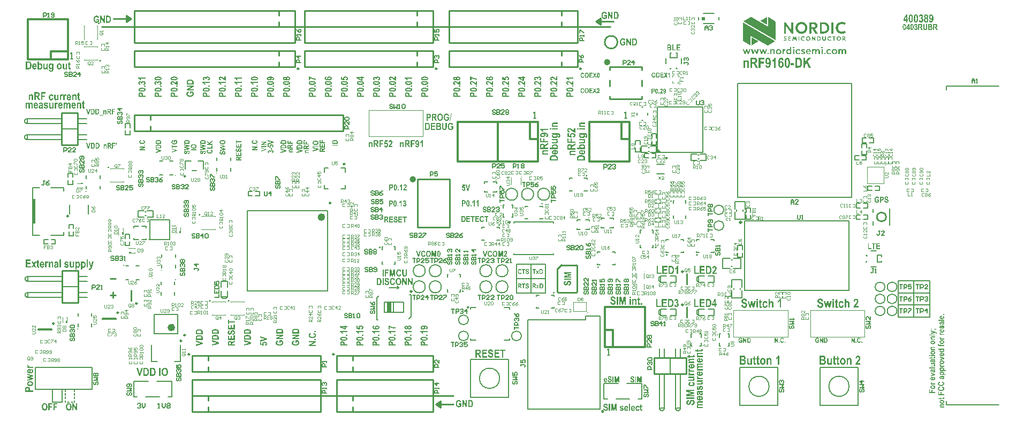
<source format=gto>
G04*
G04 #@! TF.GenerationSoftware,Altium Limited,Altium Designer,21.1.1 (26)*
G04*
G04 Layer_Color=65535*
%FSLAX24Y24*%
%MOIN*%
G70*
G04*
G04 #@! TF.SameCoordinates,859D0C74-6F1A-4902-9F36-B784FAE930BA*
G04*
G04*
G04 #@! TF.FilePolarity,Positive*
G04*
G01*
G75*
%ADD10C,0.0100*%
%ADD11C,0.0059*%
%ADD12C,0.0200*%
%ADD13C,0.0098*%
%ADD14C,0.0118*%
%ADD15C,0.0060*%
%ADD16C,0.0236*%
%ADD17C,0.0079*%
%ADD18C,0.0039*%
%ADD19C,0.0049*%
%ADD20C,0.0000*%
%ADD21C,0.0040*%
%ADD22C,0.0060*%
%ADD23C,0.0050*%
%ADD24C,0.0080*%
%ADD25C,0.0090*%
%ADD26R,0.0197X0.0197*%
%ADD27R,0.0252X0.0630*%
%ADD28R,0.0197X0.1575*%
%ADD29R,0.0059X0.0039*%
%ADD30R,0.0059X0.0138*%
%ADD31R,0.0049X0.0138*%
%ADD32R,0.0059X0.0138*%
%ADD33R,0.0049X0.0138*%
%ADD34R,0.0039X0.0059*%
%ADD35R,0.0138X0.0059*%
%ADD36R,0.0138X0.0049*%
G36*
X46301Y24129D02*
X45888Y24369D01*
X46301Y24605D01*
X46301Y24129D01*
D02*
G37*
G36*
X50976Y24309D02*
X50994Y24309D01*
X51011Y24308D01*
X51028Y24306D01*
X51042Y24304D01*
X51059Y24301D01*
X51079Y24297D01*
X51099Y24291D01*
X51122Y24284D01*
X51139Y24277D01*
X51157Y24269D01*
X51164Y24265D01*
X51175Y24259D01*
X51188Y24252D01*
X51199Y24246D01*
X51210Y24238D01*
X51219Y24232D01*
X51145Y24120D01*
X51142Y24121D01*
X51128Y24131D01*
X51117Y24138D01*
X51104Y24145D01*
X51089Y24152D01*
X51075Y24158D01*
X51063Y24162D01*
X51047Y24167D01*
X51035Y24170D01*
X51024Y24173D01*
X51013Y24174D01*
X51000Y24176D01*
X50987Y24177D01*
X50978Y24178D01*
X50970Y24178D01*
X50963Y24178D01*
X50952Y24178D01*
X50944Y24177D01*
X50936Y24176D01*
X50924Y24175D01*
X50916Y24174D01*
X50908Y24172D01*
X50896Y24169D01*
X50883Y24165D01*
X50875Y24162D01*
X50866Y24159D01*
X50853Y24153D01*
X50843Y24148D01*
X50832Y24141D01*
X50819Y24133D01*
X50812Y24127D01*
X50802Y24119D01*
X50794Y24111D01*
X50784Y24101D01*
X50774Y24088D01*
X50767Y24077D01*
X50758Y24062D01*
X50752Y24051D01*
X50748Y24042D01*
X50743Y24029D01*
X50741Y24021D01*
X50737Y24009D01*
X50735Y23999D01*
X50733Y23985D01*
X50731Y23972D01*
X50730Y23959D01*
X50730Y23940D01*
X50730Y23922D01*
X50732Y23906D01*
X50735Y23889D01*
X50738Y23875D01*
X50743Y23860D01*
X50748Y23847D01*
X50754Y23831D01*
X50761Y23819D01*
X50771Y23803D01*
X50784Y23786D01*
X50794Y23776D01*
X50803Y23767D01*
X50814Y23758D01*
X50822Y23752D01*
X50828Y23748D01*
X50834Y23744D01*
X50845Y23738D01*
X50855Y23733D01*
X50869Y23727D01*
X50882Y23722D01*
X50895Y23718D01*
X50907Y23715D01*
X50923Y23712D01*
X50942Y23710D01*
X50962Y23709D01*
X50974Y23709D01*
X50993Y23710D01*
X51010Y23712D01*
X51023Y23714D01*
X51037Y23717D01*
X51052Y23721D01*
X51060Y23724D01*
X51072Y23728D01*
X51082Y23732D01*
X51103Y23742D01*
X51122Y23752D01*
X51135Y23760D01*
X51145Y23767D01*
X51219Y23655D01*
X51197Y23640D01*
X51179Y23629D01*
X51162Y23621D01*
X51143Y23612D01*
X51125Y23605D01*
X51106Y23598D01*
X51090Y23593D01*
X51081Y23591D01*
X51066Y23587D01*
X51051Y23584D01*
X51038Y23582D01*
X51024Y23580D01*
X51015Y23580D01*
X51002Y23579D01*
X50991Y23578D01*
X50972Y23577D01*
X50957Y23578D01*
X50941Y23578D01*
X50930Y23579D01*
X50918Y23580D01*
X50907Y23581D01*
X50896Y23583D01*
X50882Y23585D01*
X50871Y23587D01*
X50857Y23591D01*
X50845Y23594D01*
X50834Y23597D01*
X50822Y23601D01*
X50810Y23606D01*
X50797Y23611D01*
X50791Y23614D01*
X50778Y23620D01*
X50771Y23623D01*
X50749Y23636D01*
X50741Y23641D01*
X50732Y23647D01*
X50712Y23663D01*
X50698Y23675D01*
X50681Y23692D01*
X50670Y23704D01*
X50658Y23719D01*
X50650Y23731D01*
X50641Y23745D01*
X50635Y23757D01*
X50629Y23767D01*
X50621Y23784D01*
X50615Y23800D01*
X50610Y23814D01*
X50606Y23826D01*
X50602Y23839D01*
X50598Y23856D01*
X50595Y23872D01*
X50593Y23888D01*
X50591Y23903D01*
X50590Y23913D01*
X50590Y23928D01*
X50589Y23943D01*
X50590Y23958D01*
X50590Y23970D01*
X50591Y23982D01*
X50593Y23998D01*
X50594Y24007D01*
X50597Y24024D01*
X50599Y24035D01*
X50603Y24052D01*
X50609Y24070D01*
X50611Y24077D01*
X50616Y24091D01*
X50619Y24098D01*
X50623Y24106D01*
X50627Y24115D01*
X50631Y24124D01*
X50637Y24134D01*
X50644Y24147D01*
X50656Y24164D01*
X50671Y24183D01*
X50686Y24199D01*
X50700Y24213D01*
X50708Y24221D01*
X50720Y24230D01*
X50730Y24238D01*
X50738Y24244D01*
X50747Y24249D01*
X50754Y24254D01*
X50769Y24262D01*
X50776Y24266D01*
X50789Y24272D01*
X50802Y24278D01*
X50815Y24283D01*
X50827Y24287D01*
X50839Y24291D01*
X50850Y24294D01*
X50868Y24299D01*
X50885Y24302D01*
X50901Y24305D01*
X50918Y24307D01*
X50936Y24308D01*
X50947Y24309D01*
X50964Y24309D01*
X50976Y24309D01*
D02*
G37*
G36*
X47954Y23592D02*
X47835D01*
X47493Y24074D01*
X47493Y23592D01*
X47365D01*
Y24294D01*
X47484D01*
X47826Y23812D01*
Y24294D01*
X47954D01*
Y23592D01*
D02*
G37*
G36*
X50451Y23592D02*
X50321Y23592D01*
Y24294D01*
X50451D01*
Y23592D01*
D02*
G37*
G36*
X49226Y24294D02*
X49238Y24294D01*
X49249Y24293D01*
X49265Y24290D01*
X49276Y24288D01*
X49288Y24285D01*
X49297Y24283D01*
X49310Y24279D01*
X49324Y24273D01*
X49337Y24267D01*
X49347Y24262D01*
X49354Y24257D01*
X49362Y24252D01*
X49371Y24244D01*
X49377Y24239D01*
X49386Y24231D01*
X49393Y24222D01*
X49400Y24215D01*
X49409Y24201D01*
X49417Y24189D01*
X49422Y24179D01*
X49425Y24171D01*
X49428Y24163D01*
X49431Y24156D01*
X49433Y24149D01*
X49436Y24139D01*
X49438Y24130D01*
X49439Y24122D01*
X49440Y24116D01*
X49441Y24104D01*
X49442Y24096D01*
X49442Y24088D01*
X49442Y24079D01*
X49442Y24070D01*
X49441Y24056D01*
X49440Y24045D01*
X49437Y24033D01*
X49435Y24023D01*
X49433Y24017D01*
X49431Y24010D01*
X49429Y24003D01*
X49424Y23991D01*
X49420Y23982D01*
X49415Y23972D01*
X49411Y23966D01*
X49405Y23957D01*
X49398Y23948D01*
X49390Y23939D01*
X49385Y23933D01*
X49375Y23924D01*
X49365Y23916D01*
X49356Y23910D01*
X49345Y23903D01*
X49338Y23899D01*
X49329Y23895D01*
X49320Y23891D01*
X49309Y23887D01*
X49301Y23884D01*
X49293Y23882D01*
X49285Y23880D01*
X49278Y23878D01*
X49485Y23592D01*
X49324D01*
X49133Y23872D01*
X49085D01*
Y23592D01*
X48957Y23592D01*
Y24294D01*
X49216D01*
X49226Y24294D01*
D02*
G37*
G36*
X49831Y24294D02*
X49846Y24294D01*
X49861Y24293D01*
X49875Y24291D01*
X49890Y24289D01*
X49910Y24286D01*
X49925Y24283D01*
X49935Y24280D01*
X49940Y24279D01*
X49950Y24276D01*
X49960Y24273D01*
X49970Y24269D01*
X49981Y24265D01*
X49991Y24261D01*
X50007Y24253D01*
X50019Y24247D01*
X50025Y24243D01*
X50031Y24240D01*
X50044Y24231D01*
X50051Y24226D01*
X50059Y24220D01*
X50068Y24213D01*
X50078Y24205D01*
X50093Y24191D01*
X50104Y24179D01*
X50113Y24168D01*
X50123Y24155D01*
X50131Y24142D01*
X50138Y24131D01*
X50147Y24114D01*
X50154Y24100D01*
X50160Y24087D01*
X50164Y24075D01*
X50169Y24059D01*
X50172Y24049D01*
X50176Y24035D01*
X50178Y24021D01*
X50181Y24007D01*
X50182Y23994D01*
X50183Y23986D01*
X50184Y23972D01*
X50185Y23963D01*
X50185Y23952D01*
X50185Y23939D01*
X50185Y23927D01*
X50185Y23915D01*
X50184Y23906D01*
X50183Y23893D01*
X50181Y23880D01*
X50179Y23867D01*
X50176Y23853D01*
X50175Y23849D01*
X50172Y23839D01*
X50170Y23829D01*
X50165Y23813D01*
X50160Y23802D01*
X50155Y23790D01*
X50149Y23776D01*
X50145Y23768D01*
X50135Y23750D01*
X50126Y23737D01*
X50117Y23724D01*
X50106Y23711D01*
X50095Y23698D01*
X50080Y23684D01*
X50072Y23677D01*
X50055Y23663D01*
X50040Y23653D01*
X50027Y23645D01*
X50015Y23638D01*
X50004Y23632D01*
X49993Y23627D01*
X49982Y23622D01*
X49971Y23618D01*
X49961Y23615D01*
X49946Y23610D01*
X49931Y23606D01*
X49915Y23602D01*
X49905Y23600D01*
X49894Y23598D01*
X49860Y23594D01*
X49836Y23593D01*
X49820Y23592D01*
X49596D01*
X49596Y24294D01*
X49831Y24294D01*
D02*
G37*
G36*
X48469Y24309D02*
X48489Y24308D01*
X48505Y24306D01*
X48513Y24305D01*
X48529Y24302D01*
X48547Y24298D01*
X48564Y24294D01*
X48592Y24284D01*
X48603Y24280D01*
X48613Y24276D01*
X48624Y24270D01*
X48635Y24265D01*
X48647Y24258D01*
X48661Y24249D01*
X48676Y24239D01*
X48695Y24224D01*
X48712Y24209D01*
X48726Y24194D01*
X48738Y24180D01*
X48754Y24159D01*
X48767Y24138D01*
X48776Y24123D01*
X48782Y24110D01*
X48787Y24099D01*
X48791Y24089D01*
X48795Y24079D01*
X48798Y24071D01*
X48803Y24054D01*
X48805Y24046D01*
X48809Y24031D01*
X48810Y24024D01*
X48813Y24010D01*
X48815Y23997D01*
X48816Y23984D01*
X48817Y23978D01*
X48818Y23966D01*
X48818Y23954D01*
X48818Y23943D01*
X48818Y23931D01*
X48818Y23920D01*
X48817Y23907D01*
X48815Y23895D01*
X48814Y23882D01*
X48812Y23869D01*
X48810Y23862D01*
X48807Y23847D01*
X48805Y23840D01*
X48803Y23832D01*
X48801Y23824D01*
X48798Y23816D01*
X48795Y23807D01*
X48791Y23798D01*
X48787Y23788D01*
X48782Y23777D01*
X48776Y23764D01*
X48768Y23750D01*
X48762Y23740D01*
X48756Y23732D01*
X48746Y23717D01*
X48737Y23705D01*
X48725Y23691D01*
X48712Y23678D01*
X48701Y23668D01*
X48688Y23657D01*
X48674Y23647D01*
X48659Y23636D01*
X48646Y23628D01*
X48634Y23621D01*
X48622Y23616D01*
X48611Y23611D01*
X48601Y23606D01*
X48581Y23599D01*
X48572Y23596D01*
X48562Y23593D01*
X48553Y23590D01*
X48544Y23588D01*
X48536Y23586D01*
X48519Y23583D01*
X48511Y23582D01*
X48494Y23580D01*
X48487Y23579D01*
X48471Y23578D01*
X48456Y23577D01*
X48450Y23577D01*
X48435Y23578D01*
X48427Y23578D01*
X48413Y23579D01*
X48397Y23581D01*
X48389Y23582D01*
X48382Y23583D01*
X48373Y23584D01*
X48365Y23586D01*
X48357Y23588D01*
X48349Y23590D01*
X48340Y23592D01*
X48322Y23598D01*
X48313Y23601D01*
X48303Y23605D01*
X48293Y23609D01*
X48283Y23613D01*
X48272Y23619D01*
X48260Y23625D01*
X48248Y23633D01*
X48233Y23642D01*
X48216Y23655D01*
X48204Y23664D01*
X48188Y23680D01*
X48176Y23691D01*
X48167Y23702D01*
X48159Y23712D01*
X48150Y23724D01*
X48144Y23733D01*
X48133Y23750D01*
X48120Y23776D01*
X48115Y23786D01*
X48110Y23797D01*
X48104Y23815D01*
X48099Y23831D01*
X48095Y23846D01*
X48091Y23860D01*
X48088Y23880D01*
X48085Y23899D01*
X48084Y23912D01*
X48083Y23929D01*
X48083Y23943D01*
X48083Y23956D01*
X48084Y23973D01*
X48085Y23986D01*
X48087Y24004D01*
X48090Y24017D01*
X48092Y24031D01*
X48094Y24038D01*
X48098Y24053D01*
X48103Y24069D01*
X48105Y24077D01*
X48113Y24096D01*
X48117Y24106D01*
X48122Y24116D01*
X48129Y24129D01*
X48137Y24144D01*
X48150Y24163D01*
X48163Y24180D01*
X48179Y24199D01*
X48193Y24213D01*
X48207Y24225D01*
X48227Y24240D01*
X48242Y24251D01*
X48256Y24259D01*
X48268Y24266D01*
X48279Y24272D01*
X48301Y24281D01*
X48320Y24288D01*
X48338Y24294D01*
X48355Y24299D01*
X48372Y24302D01*
X48389Y24305D01*
X48404Y24307D01*
X48420Y24308D01*
X48435Y24309D01*
X48450Y24309D01*
X48469Y24309D01*
D02*
G37*
G36*
X47448Y23413D02*
X47455Y23412D01*
X47463Y23411D01*
X47472Y23410D01*
X47480Y23409D01*
X47487Y23407D01*
X47494Y23405D01*
X47500Y23403D01*
X47510Y23399D01*
X47520Y23394D01*
X47500Y23351D01*
X47495Y23354D01*
X47492Y23355D01*
X47490Y23356D01*
X47487Y23357D01*
X47483Y23359D01*
X47480Y23360D01*
X47477Y23361D01*
X47472Y23363D01*
X47468Y23364D01*
X47465Y23365D01*
X47460Y23365D01*
X47458Y23366D01*
X47454Y23366D01*
X47451Y23367D01*
X47448Y23367D01*
X47444Y23367D01*
X47441Y23367D01*
X47436Y23366D01*
X47434Y23366D01*
X47429Y23365D01*
X47426Y23363D01*
X47424Y23362D01*
X47423Y23361D01*
X47421Y23359D01*
X47420Y23357D01*
X47419Y23355D01*
X47418Y23353D01*
X47418Y23351D01*
X47418Y23349D01*
X47418Y23346D01*
X47418Y23344D01*
X47419Y23339D01*
X47422Y23335D01*
X47425Y23332D01*
X47429Y23328D01*
X47434Y23324D01*
X47460Y23306D01*
X47487Y23287D01*
X47491Y23284D01*
X47496Y23280D01*
X47499Y23277D01*
X47502Y23274D01*
X47504Y23272D01*
X47506Y23270D01*
X47510Y23266D01*
X47513Y23263D01*
X47516Y23258D01*
X47520Y23251D01*
X47523Y23242D01*
X47524Y23239D01*
X47525Y23236D01*
X47525Y23234D01*
X47526Y23230D01*
X47527Y23226D01*
X47527Y23222D01*
X47527Y23219D01*
X47527Y23216D01*
X47527Y23213D01*
X47527Y23209D01*
X47526Y23205D01*
X47526Y23203D01*
X47525Y23198D01*
X47524Y23193D01*
X47523Y23189D01*
X47521Y23185D01*
X47519Y23180D01*
X47515Y23174D01*
X47509Y23166D01*
X47505Y23162D01*
X47503Y23161D01*
X47500Y23158D01*
X47496Y23156D01*
X47491Y23153D01*
X47487Y23151D01*
X47484Y23150D01*
X47480Y23148D01*
X47476Y23147D01*
X47470Y23145D01*
X47463Y23144D01*
X47458Y23143D01*
X47453Y23142D01*
X47446Y23142D01*
X47438Y23142D01*
X47426Y23142D01*
X47418Y23143D01*
X47410Y23144D01*
X47400Y23146D01*
X47393Y23147D01*
X47381Y23151D01*
X47376Y23154D01*
X47371Y23155D01*
X47368Y23157D01*
X47362Y23160D01*
X47357Y23162D01*
X47353Y23164D01*
X47349Y23167D01*
X47370Y23210D01*
X47377Y23206D01*
X47381Y23204D01*
X47387Y23201D01*
X47393Y23199D01*
X47398Y23197D01*
X47404Y23194D01*
X47413Y23191D01*
X47419Y23190D01*
X47424Y23189D01*
X47430Y23188D01*
X47434Y23188D01*
X47438Y23188D01*
X47444Y23188D01*
X47448Y23188D01*
X47451Y23189D01*
X47457Y23190D01*
X47460Y23191D01*
X47464Y23193D01*
X47466Y23194D01*
X47469Y23196D01*
X47471Y23198D01*
X47473Y23200D01*
X47475Y23204D01*
X47475Y23206D01*
X47476Y23210D01*
X47477Y23213D01*
X47477Y23216D01*
X47476Y23219D01*
X47475Y23222D01*
X47475Y23224D01*
X47474Y23226D01*
X47472Y23228D01*
X47470Y23231D01*
X47468Y23234D01*
X47466Y23236D01*
X47462Y23239D01*
X47456Y23244D01*
X47450Y23248D01*
X47408Y23278D01*
X47407Y23279D01*
X47403Y23282D01*
X47399Y23285D01*
X47396Y23288D01*
X47392Y23291D01*
X47387Y23296D01*
X47384Y23300D01*
X47379Y23306D01*
X47377Y23309D01*
X47375Y23313D01*
X47373Y23317D01*
X47369Y23328D01*
X47369Y23330D01*
X47368Y23333D01*
X47368Y23338D01*
X47367Y23342D01*
X47367Y23349D01*
X47367Y23351D01*
X47368Y23356D01*
X47368Y23360D01*
X47369Y23365D01*
X47371Y23370D01*
X47372Y23374D01*
X47374Y23378D01*
X47377Y23383D01*
X47384Y23392D01*
X47386Y23393D01*
X47388Y23395D01*
X47392Y23398D01*
X47396Y23401D01*
X47402Y23404D01*
X47406Y23406D01*
X47410Y23408D01*
X47418Y23410D01*
X47424Y23411D01*
X47431Y23412D01*
X47438Y23412D01*
X47443Y23413D01*
X47448Y23413D01*
D02*
G37*
G36*
X50218Y23413D02*
X50226Y23413D01*
X50236Y23412D01*
X50246Y23410D01*
X50258Y23407D01*
X50269Y23403D01*
X50280Y23398D01*
X50283Y23397D01*
X50290Y23393D01*
X50295Y23390D01*
X50303Y23385D01*
X50275Y23343D01*
X50274Y23344D01*
X50269Y23347D01*
X50265Y23350D01*
X50260Y23352D01*
X50256Y23354D01*
X50252Y23356D01*
X50244Y23359D01*
X50237Y23361D01*
X50225Y23364D01*
X50215Y23365D01*
X50212Y23365D01*
X50205Y23365D01*
X50198Y23364D01*
X50192Y23363D01*
X50186Y23362D01*
X50181Y23361D01*
X50174Y23359D01*
X50167Y23356D01*
X50160Y23351D01*
X50155Y23348D01*
X50149Y23343D01*
X50141Y23336D01*
X50135Y23327D01*
X50131Y23320D01*
X50129Y23316D01*
X50127Y23311D01*
X50125Y23304D01*
X50124Y23298D01*
X50123Y23292D01*
X50122Y23287D01*
X50122Y23281D01*
X50122Y23276D01*
X50122Y23270D01*
X50123Y23263D01*
X50124Y23257D01*
X50126Y23248D01*
X50129Y23240D01*
X50132Y23235D01*
X50137Y23226D01*
X50144Y23217D01*
X50153Y23209D01*
X50160Y23204D01*
X50163Y23203D01*
X50168Y23200D01*
X50173Y23198D01*
X50178Y23196D01*
X50186Y23194D01*
X50190Y23193D01*
X50198Y23192D01*
X50203Y23191D01*
X50212Y23191D01*
X50219Y23192D01*
X50226Y23192D01*
X50238Y23195D01*
X50242Y23196D01*
X50245Y23197D01*
X50251Y23199D01*
X50256Y23201D01*
X50260Y23204D01*
X50266Y23207D01*
X50271Y23209D01*
X50275Y23213D01*
X50303Y23171D01*
X50299Y23169D01*
X50294Y23165D01*
X50284Y23160D01*
X50276Y23156D01*
X50266Y23152D01*
X50255Y23148D01*
X50251Y23147D01*
X50246Y23146D01*
X50239Y23145D01*
X50232Y23144D01*
X50222Y23143D01*
X50215Y23143D01*
X50208Y23143D01*
X50202Y23143D01*
X50196Y23143D01*
X50187Y23144D01*
X50179Y23145D01*
X50173Y23146D01*
X50164Y23149D01*
X50160Y23150D01*
X50153Y23152D01*
X50147Y23155D01*
X50139Y23158D01*
X50132Y23163D01*
X50123Y23168D01*
X50115Y23174D01*
X50110Y23179D01*
X50101Y23188D01*
X50095Y23195D01*
X50089Y23204D01*
X50087Y23209D01*
X50085Y23212D01*
X50083Y23216D01*
X50080Y23222D01*
X50077Y23230D01*
X50075Y23239D01*
X50073Y23248D01*
X50071Y23256D01*
X50071Y23261D01*
X50070Y23269D01*
X50070Y23274D01*
X50070Y23280D01*
X50070Y23285D01*
X50070Y23289D01*
X50071Y23296D01*
X50072Y23302D01*
X50073Y23308D01*
X50074Y23314D01*
X50077Y23325D01*
X50079Y23330D01*
X50081Y23335D01*
X50084Y23341D01*
X50087Y23349D01*
X50090Y23353D01*
X50094Y23360D01*
X50106Y23373D01*
X50114Y23381D01*
X50118Y23384D01*
X50122Y23387D01*
X50128Y23391D01*
X50134Y23395D01*
X50139Y23397D01*
X50144Y23400D01*
X50149Y23402D01*
X50154Y23404D01*
X50160Y23406D01*
X50164Y23407D01*
X50170Y23409D01*
X50175Y23410D01*
X50181Y23411D01*
X50189Y23412D01*
X50198Y23413D01*
X50210Y23413D01*
X50218Y23413D01*
D02*
G37*
G36*
X48568Y23412D02*
X48576Y23412D01*
X48586Y23411D01*
X48596Y23409D01*
X48608Y23406D01*
X48619Y23402D01*
X48630Y23397D01*
X48632Y23396D01*
X48640Y23392D01*
X48645Y23389D01*
X48653Y23384D01*
X48625Y23342D01*
X48624Y23344D01*
X48619Y23347D01*
X48615Y23349D01*
X48610Y23352D01*
X48606Y23353D01*
X48602Y23356D01*
X48593Y23359D01*
X48587Y23361D01*
X48575Y23363D01*
X48565Y23364D01*
X48562Y23364D01*
X48555Y23364D01*
X48548Y23363D01*
X48542Y23363D01*
X48536Y23361D01*
X48530Y23360D01*
X48524Y23358D01*
X48517Y23355D01*
X48510Y23351D01*
X48505Y23348D01*
X48499Y23342D01*
X48491Y23335D01*
X48485Y23326D01*
X48481Y23319D01*
X48479Y23315D01*
X48477Y23310D01*
X48475Y23303D01*
X48474Y23297D01*
X48473Y23291D01*
X48472Y23286D01*
X48472Y23281D01*
X48472Y23275D01*
X48472Y23269D01*
X48473Y23262D01*
X48474Y23256D01*
X48476Y23248D01*
X48479Y23240D01*
X48482Y23234D01*
X48487Y23225D01*
X48494Y23216D01*
X48503Y23208D01*
X48510Y23203D01*
X48512Y23202D01*
X48518Y23199D01*
X48523Y23197D01*
X48528Y23195D01*
X48536Y23193D01*
X48540Y23192D01*
X48547Y23191D01*
X48553Y23191D01*
X48562Y23190D01*
X48569Y23191D01*
X48576Y23192D01*
X48588Y23194D01*
X48592Y23195D01*
X48595Y23196D01*
X48601Y23198D01*
X48606Y23201D01*
X48610Y23203D01*
X48616Y23206D01*
X48620Y23209D01*
X48625Y23212D01*
X48653Y23170D01*
X48649Y23168D01*
X48644Y23164D01*
X48634Y23159D01*
X48625Y23155D01*
X48616Y23151D01*
X48604Y23147D01*
X48601Y23147D01*
X48596Y23145D01*
X48589Y23144D01*
X48582Y23143D01*
X48572Y23142D01*
X48565Y23142D01*
X48558Y23142D01*
X48552Y23142D01*
X48545Y23142D01*
X48537Y23143D01*
X48529Y23144D01*
X48523Y23146D01*
X48514Y23148D01*
X48510Y23149D01*
X48503Y23151D01*
X48496Y23154D01*
X48489Y23158D01*
X48482Y23162D01*
X48472Y23168D01*
X48465Y23173D01*
X48460Y23178D01*
X48451Y23187D01*
X48445Y23195D01*
X48439Y23204D01*
X48437Y23208D01*
X48435Y23212D01*
X48433Y23215D01*
X48430Y23221D01*
X48427Y23229D01*
X48425Y23238D01*
X48423Y23247D01*
X48421Y23255D01*
X48421Y23260D01*
X48420Y23268D01*
X48420Y23273D01*
X48420Y23279D01*
X48420Y23284D01*
X48420Y23288D01*
X48421Y23295D01*
X48421Y23301D01*
X48422Y23307D01*
X48424Y23313D01*
X48427Y23324D01*
X48429Y23329D01*
X48431Y23335D01*
X48433Y23341D01*
X48437Y23348D01*
X48440Y23352D01*
X48444Y23359D01*
X48455Y23372D01*
X48464Y23380D01*
X48468Y23383D01*
X48472Y23386D01*
X48478Y23390D01*
X48484Y23394D01*
X48489Y23397D01*
X48494Y23399D01*
X48498Y23401D01*
X48504Y23403D01*
X48510Y23405D01*
X48514Y23406D01*
X48520Y23408D01*
X48525Y23409D01*
X48531Y23410D01*
X48539Y23411D01*
X48548Y23412D01*
X48560Y23413D01*
X48568Y23412D01*
D02*
G37*
G36*
X48170Y23148D02*
X48122Y23148D01*
X48097Y23315D01*
X48047Y23186D01*
X48012D01*
X47962Y23315D01*
X47936Y23148D01*
X47889D01*
X47935Y23407D01*
X47970D01*
X48029Y23260D01*
X48088Y23407D01*
X48123D01*
X48170Y23148D01*
D02*
G37*
G36*
X49322Y23147D02*
X49278D01*
X49152Y23325D01*
Y23147D01*
X49104D01*
Y23407D01*
X49148D01*
X49275Y23229D01*
Y23407D01*
X49322D01*
Y23147D01*
D02*
G37*
G36*
X45307Y24610D02*
X45313Y24610D01*
X45320Y24608D01*
X45328Y24606D01*
X45334Y24604D01*
X45343Y24600D01*
X45352Y24596D01*
X46372Y24005D01*
Y24607D01*
X46381Y24604D01*
X46389Y24601D01*
X46394Y24598D01*
X46781Y24374D01*
X46787Y24370D01*
X46797Y24363D01*
X46805Y24356D01*
X46817Y24342D01*
X46825Y24330D01*
X46831Y24317D01*
X46835Y24305D01*
X46837Y24295D01*
X46838Y24286D01*
X46838Y24276D01*
Y23190D01*
X44838Y24345D01*
X44841Y24348D01*
X44846Y24354D01*
X44851Y24359D01*
X44856Y24364D01*
X44864Y24370D01*
X44873Y24375D01*
X45251Y24595D01*
X45258Y24598D01*
X45264Y24601D01*
X45270Y24604D01*
X45278Y24606D01*
X45284Y24608D01*
X45291Y24609D01*
X45295Y24610D01*
X45301Y24610D01*
X45307Y24610D01*
D02*
G37*
G36*
X51117Y23408D02*
X51122Y23407D01*
X51129Y23406D01*
X51140Y23403D01*
X51148Y23400D01*
X51155Y23397D01*
X51163Y23391D01*
X51167Y23387D01*
X51175Y23379D01*
X51179Y23373D01*
X51183Y23367D01*
X51185Y23362D01*
X51187Y23357D01*
X51190Y23346D01*
X51191Y23341D01*
X51191Y23332D01*
X51191Y23327D01*
X51191Y23322D01*
X51191Y23317D01*
X51190Y23311D01*
X51188Y23305D01*
X51185Y23297D01*
X51183Y23292D01*
X51180Y23286D01*
X51173Y23278D01*
X51166Y23271D01*
X51161Y23267D01*
X51154Y23262D01*
X51144Y23258D01*
X51136Y23255D01*
X51131Y23254D01*
X51207Y23148D01*
X51148D01*
X51077Y23252D01*
X51059D01*
Y23148D01*
X51012D01*
Y23408D01*
X51108D01*
X51117Y23408D01*
D02*
G37*
G36*
X49531Y23408D02*
X49538Y23407D01*
X49547Y23406D01*
X49552Y23405D01*
X49558Y23404D01*
X49565Y23403D01*
X49571Y23401D01*
X49577Y23399D01*
X49580Y23398D01*
X49590Y23393D01*
X49597Y23390D01*
X49601Y23388D01*
X49609Y23383D01*
X49615Y23378D01*
X49618Y23375D01*
X49624Y23370D01*
X49633Y23360D01*
X49638Y23352D01*
X49644Y23341D01*
X49647Y23336D01*
X49649Y23329D01*
X49652Y23323D01*
X49653Y23317D01*
X49655Y23310D01*
X49656Y23305D01*
X49657Y23295D01*
X49658Y23289D01*
X49658Y23280D01*
X49658Y23273D01*
X49658Y23266D01*
X49657Y23259D01*
X49656Y23252D01*
X49655Y23246D01*
X49652Y23236D01*
X49649Y23226D01*
X49646Y23219D01*
X49643Y23213D01*
X49639Y23206D01*
X49636Y23202D01*
X49627Y23189D01*
X49616Y23179D01*
X49604Y23171D01*
X49591Y23163D01*
X49581Y23158D01*
X49569Y23154D01*
X49560Y23152D01*
X49551Y23150D01*
X49547Y23150D01*
X49536Y23149D01*
X49523Y23148D01*
X49440D01*
Y23408D01*
X49523D01*
X49531Y23408D01*
D02*
G37*
G36*
X50570Y23363D02*
X50499D01*
Y23148D01*
X50451D01*
Y23363D01*
X50380D01*
X50380Y23408D01*
X50570D01*
Y23363D01*
D02*
G37*
G36*
X48324Y23147D02*
X48274D01*
Y23407D01*
X48324D01*
Y23147D01*
D02*
G37*
G36*
X47785Y23363D02*
X47679D01*
Y23311D01*
X47776D01*
Y23267D01*
X47679D01*
Y23192D01*
X47787D01*
X47787Y23147D01*
X47631D01*
Y23407D01*
X47785D01*
X47785Y23363D01*
D02*
G37*
G36*
X49807Y23254D02*
X49807Y23252D01*
X49808Y23243D01*
X49809Y23235D01*
X49811Y23228D01*
X49814Y23222D01*
X49817Y23216D01*
X49820Y23211D01*
X49824Y23207D01*
X49833Y23200D01*
X49838Y23197D01*
X49845Y23195D01*
X49852Y23193D01*
X49857Y23192D01*
X49863Y23192D01*
X49870Y23192D01*
X49875Y23193D01*
X49881Y23194D01*
X49888Y23196D01*
X49894Y23199D01*
X49898Y23202D01*
X49906Y23210D01*
X49911Y23215D01*
X49914Y23221D01*
X49917Y23228D01*
X49919Y23234D01*
X49920Y23240D01*
X49921Y23249D01*
X49921Y23253D01*
Y23408D01*
X49971D01*
X49971Y23251D01*
X49971Y23245D01*
X49971Y23238D01*
X49970Y23231D01*
X49969Y23222D01*
X49967Y23214D01*
X49965Y23208D01*
X49962Y23201D01*
X49959Y23194D01*
X49954Y23186D01*
X49950Y23180D01*
X49945Y23174D01*
X49934Y23164D01*
X49929Y23161D01*
X49924Y23157D01*
X49918Y23154D01*
X49914Y23152D01*
X49907Y23150D01*
X49899Y23147D01*
X49893Y23146D01*
X49885Y23144D01*
X49879Y23144D01*
X49872Y23143D01*
X49865Y23143D01*
X49855Y23143D01*
X49848Y23144D01*
X49841Y23145D01*
X49834Y23146D01*
X49828Y23147D01*
X49822Y23149D01*
X49815Y23152D01*
X49807Y23156D01*
X49800Y23160D01*
X49790Y23167D01*
X49780Y23178D01*
X49773Y23187D01*
X49771Y23191D01*
X49768Y23197D01*
X49765Y23203D01*
X49762Y23211D01*
X49761Y23218D01*
X49759Y23228D01*
X49758Y23236D01*
X49757Y23243D01*
X49757Y23251D01*
Y23408D01*
X49807Y23408D01*
Y23254D01*
D02*
G37*
G36*
X50787Y23413D02*
X50796Y23413D01*
X50802Y23412D01*
X50808Y23411D01*
X50814Y23409D01*
X50821Y23408D01*
X50827Y23405D01*
X50839Y23401D01*
X50847Y23397D01*
X50851Y23394D01*
X50856Y23391D01*
X50862Y23388D01*
X50869Y23382D01*
X50873Y23379D01*
X50877Y23374D01*
X50885Y23365D01*
X50889Y23361D01*
X50892Y23356D01*
X50896Y23350D01*
X50899Y23345D01*
X50903Y23336D01*
X50906Y23329D01*
X50908Y23322D01*
X50910Y23316D01*
X50911Y23311D01*
X50912Y23306D01*
X50914Y23296D01*
X50914Y23287D01*
X50915Y23276D01*
X50914Y23260D01*
X50912Y23248D01*
X50910Y23243D01*
X50908Y23234D01*
X50906Y23228D01*
X50903Y23220D01*
X50899Y23212D01*
X50896Y23207D01*
X50892Y23200D01*
X50887Y23194D01*
X50883Y23188D01*
X50877Y23182D01*
X50871Y23176D01*
X50861Y23168D01*
X50856Y23165D01*
X50851Y23161D01*
X50842Y23157D01*
X50834Y23153D01*
X50827Y23151D01*
X50820Y23148D01*
X50813Y23147D01*
X50804Y23145D01*
X50798Y23144D01*
X50789Y23143D01*
X50783Y23143D01*
X50770Y23143D01*
X50764Y23143D01*
X50759Y23144D01*
X50750Y23145D01*
X50741Y23147D01*
X50734Y23149D01*
X50724Y23153D01*
X50716Y23156D01*
X50708Y23160D01*
X50703Y23163D01*
X50698Y23167D01*
X50691Y23172D01*
X50685Y23176D01*
X50680Y23182D01*
X50675Y23187D01*
X50669Y23194D01*
X50665Y23200D01*
X50661Y23206D01*
X50656Y23216D01*
X50653Y23224D01*
X50650Y23230D01*
X50648Y23236D01*
X50646Y23245D01*
X50645Y23252D01*
X50644Y23260D01*
X50643Y23277D01*
X50643Y23283D01*
X50643Y23291D01*
X50645Y23303D01*
X50647Y23313D01*
X50649Y23322D01*
X50651Y23328D01*
X50655Y23338D01*
X50659Y23347D01*
X50662Y23352D01*
X50667Y23359D01*
X50672Y23366D01*
X50681Y23376D01*
X50686Y23381D01*
X50691Y23385D01*
X50696Y23388D01*
X50701Y23392D01*
X50706Y23395D01*
X50711Y23397D01*
X50723Y23403D01*
X50730Y23406D01*
X50740Y23409D01*
X50747Y23410D01*
X50753Y23411D01*
X50761Y23413D01*
X50767Y23413D01*
X50775Y23414D01*
X50781Y23414D01*
X50787Y23413D01*
D02*
G37*
G36*
X48877Y23412D02*
X48886Y23412D01*
X48892Y23411D01*
X48898Y23410D01*
X48904Y23408D01*
X48911Y23407D01*
X48917Y23405D01*
X48929Y23400D01*
X48937Y23396D01*
X48941Y23393D01*
X48946Y23390D01*
X48952Y23387D01*
X48959Y23381D01*
X48963Y23378D01*
X48968Y23373D01*
X48975Y23364D01*
X48979Y23360D01*
X48982Y23355D01*
X48986Y23349D01*
X48989Y23344D01*
X48993Y23335D01*
X48996Y23328D01*
X48998Y23321D01*
X49000Y23315D01*
X49001Y23310D01*
X49002Y23305D01*
X49004Y23295D01*
X49004Y23286D01*
X49005Y23275D01*
X49004Y23259D01*
X49002Y23247D01*
X49001Y23242D01*
X48998Y23233D01*
X48996Y23227D01*
X48993Y23219D01*
X48989Y23211D01*
X48986Y23206D01*
X48982Y23199D01*
X48978Y23193D01*
X48973Y23187D01*
X48967Y23181D01*
X48961Y23175D01*
X48951Y23167D01*
X48946Y23164D01*
X48941Y23161D01*
X48932Y23156D01*
X48924Y23152D01*
X48917Y23150D01*
X48910Y23147D01*
X48903Y23146D01*
X48894Y23144D01*
X48888Y23143D01*
X48879Y23142D01*
X48873Y23142D01*
X48860Y23142D01*
X48854Y23142D01*
X48849Y23143D01*
X48840Y23144D01*
X48831Y23146D01*
X48824Y23148D01*
X48814Y23152D01*
X48806Y23155D01*
X48798Y23160D01*
X48793Y23162D01*
X48788Y23166D01*
X48781Y23171D01*
X48775Y23175D01*
X48770Y23181D01*
X48765Y23186D01*
X48759Y23193D01*
X48755Y23199D01*
X48751Y23205D01*
X48746Y23215D01*
X48743Y23223D01*
X48740Y23229D01*
X48738Y23235D01*
X48736Y23244D01*
X48735Y23251D01*
X48734Y23259D01*
X48733Y23276D01*
X48733Y23282D01*
X48733Y23290D01*
X48735Y23302D01*
X48737Y23312D01*
X48739Y23321D01*
X48741Y23327D01*
X48745Y23337D01*
X48749Y23346D01*
X48753Y23351D01*
X48757Y23358D01*
X48762Y23365D01*
X48771Y23375D01*
X48776Y23380D01*
X48781Y23384D01*
X48786Y23387D01*
X48792Y23391D01*
X48796Y23394D01*
X48801Y23397D01*
X48813Y23402D01*
X48820Y23405D01*
X48830Y23408D01*
X48837Y23409D01*
X48843Y23410D01*
X48851Y23412D01*
X48857Y23412D01*
X48865Y23413D01*
X48871D01*
X48877Y23412D01*
D02*
G37*
G36*
X45766Y23096D02*
X45352Y22857D01*
X45352Y23335D01*
X45766Y23096D01*
D02*
G37*
G36*
X46820Y23118D02*
X46376Y22857D01*
X46371Y22855D01*
X46368Y22853D01*
X46365Y22852D01*
X46361Y22850D01*
X46357Y22849D01*
X46354Y22848D01*
X46352Y22848D01*
X46350Y22848D01*
X46345Y22848D01*
X46343Y22849D01*
X46339Y22850D01*
X46335Y22851D01*
X46332Y22853D01*
X46330Y22854D01*
X45281Y23458D01*
X45281Y22855D01*
X44846Y23109D01*
X44837Y23115D01*
X44832Y23120D01*
X44827Y23126D01*
X44822Y23133D01*
X44819Y23141D01*
X44817Y23148D01*
X44815Y23157D01*
X44815Y23162D01*
X44815Y24276D01*
X46820Y23118D01*
D02*
G37*
G36*
X48004Y22662D02*
X47927D01*
X47927Y22730D01*
X48004D01*
X48004Y22662D01*
D02*
G37*
G36*
X49767Y22662D02*
X49691Y22662D01*
X49691Y22730D01*
X49767D01*
Y22662D01*
D02*
G37*
G36*
X46685Y22621D02*
X46693Y22620D01*
X46700Y22619D01*
X46708Y22617D01*
X46717Y22614D01*
X46723Y22612D01*
X46728Y22610D01*
X46734Y22607D01*
X46739Y22603D01*
X46744Y22600D01*
X46750Y22595D01*
X46756Y22589D01*
X46758Y22587D01*
X46763Y22580D01*
X46765Y22577D01*
X46770Y22570D01*
X46773Y22564D01*
X46776Y22557D01*
X46778Y22552D01*
X46779Y22547D01*
X46781Y22540D01*
X46783Y22532D01*
X46784Y22526D01*
X46785Y22519D01*
X46785Y22512D01*
X46785Y22503D01*
X46785Y22303D01*
X46714D01*
X46714Y22480D01*
X46714Y22484D01*
X46714Y22488D01*
X46713Y22493D01*
X46713Y22496D01*
X46712Y22501D01*
X46711Y22505D01*
X46710Y22510D01*
X46709Y22515D01*
X46707Y22519D01*
X46705Y22524D01*
X46704Y22526D01*
X46701Y22531D01*
X46697Y22536D01*
X46694Y22539D01*
X46689Y22543D01*
X46685Y22547D01*
X46683Y22547D01*
X46680Y22549D01*
X46675Y22551D01*
X46671Y22553D01*
X46664Y22555D01*
X46660Y22555D01*
X46654Y22556D01*
X46648Y22556D01*
X46643Y22556D01*
X46635Y22555D01*
X46632Y22555D01*
X46627Y22554D01*
X46621Y22552D01*
X46617Y22550D01*
X46612Y22548D01*
X46607Y22545D01*
X46601Y22540D01*
X46597Y22536D01*
X46593Y22531D01*
X46589Y22526D01*
X46586Y22519D01*
X46583Y22513D01*
X46581Y22506D01*
X46579Y22498D01*
X46578Y22491D01*
X46577Y22486D01*
X46577Y22480D01*
X46577Y22303D01*
X46506D01*
X46506Y22615D01*
X46577D01*
Y22567D01*
X46579Y22569D01*
X46581Y22572D01*
X46584Y22576D01*
X46587Y22580D01*
X46590Y22583D01*
X46594Y22587D01*
X46598Y22591D01*
X46602Y22595D01*
X46605Y22598D01*
X46608Y22600D01*
X46614Y22604D01*
X46620Y22608D01*
X46624Y22610D01*
X46630Y22612D01*
X46636Y22615D01*
X46642Y22617D01*
X46649Y22619D01*
X46655Y22620D01*
X46661Y22620D01*
X46671Y22621D01*
X46677Y22621D01*
X46685Y22621D01*
D02*
G37*
G36*
X49491Y22621D02*
X49497Y22621D01*
X49501Y22620D01*
X49505Y22620D01*
X49511Y22619D01*
X49515Y22618D01*
X49521Y22616D01*
X49525Y22615D01*
X49530Y22613D01*
X49536Y22611D01*
X49541Y22609D01*
X49544Y22606D01*
X49549Y22604D01*
X49552Y22601D01*
X49558Y22596D01*
X49562Y22593D01*
X49566Y22589D01*
X49568Y22587D01*
X49571Y22583D01*
X49574Y22578D01*
X49576Y22576D01*
X49578Y22572D01*
X49582Y22565D01*
X49584Y22560D01*
X49587Y22551D01*
X49589Y22545D01*
X49590Y22540D01*
X49591Y22533D01*
X49592Y22526D01*
X49593Y22519D01*
X49594Y22511D01*
X49594Y22502D01*
Y22303D01*
X49522D01*
Y22480D01*
X49522Y22485D01*
X49522Y22490D01*
X49522Y22496D01*
X49521Y22501D01*
X49520Y22506D01*
X49518Y22512D01*
X49517Y22517D01*
X49515Y22522D01*
X49513Y22526D01*
X49510Y22531D01*
X49508Y22535D01*
X49504Y22538D01*
X49500Y22542D01*
X49497Y22545D01*
X49493Y22547D01*
X49489Y22550D01*
X49485Y22552D01*
X49479Y22554D01*
X49475Y22555D01*
X49470Y22555D01*
X49464Y22556D01*
X49459Y22556D01*
X49452Y22556D01*
X49448Y22555D01*
X49443Y22555D01*
X49438Y22553D01*
X49432Y22551D01*
X49428Y22549D01*
X49423Y22546D01*
X49417Y22542D01*
X49414Y22539D01*
X49411Y22536D01*
X49409Y22534D01*
X49407Y22531D01*
X49405Y22527D01*
X49402Y22523D01*
X49400Y22518D01*
X49398Y22513D01*
X49396Y22509D01*
X49396Y22505D01*
X49394Y22498D01*
X49393Y22493D01*
X49393Y22486D01*
X49392Y22479D01*
Y22303D01*
X49321D01*
X49321Y22482D01*
X49321Y22486D01*
X49321Y22492D01*
X49320Y22497D01*
X49319Y22503D01*
X49318Y22510D01*
X49316Y22516D01*
X49314Y22520D01*
X49312Y22524D01*
X49310Y22528D01*
X49308Y22532D01*
X49305Y22536D01*
X49301Y22540D01*
X49298Y22543D01*
X49295Y22545D01*
X49291Y22548D01*
X49288Y22549D01*
X49283Y22552D01*
X49279Y22553D01*
X49273Y22555D01*
X49268Y22556D01*
X49263Y22556D01*
X49258Y22556D01*
X49253Y22556D01*
X49248Y22556D01*
X49243Y22555D01*
X49239Y22554D01*
X49235Y22552D01*
X49230Y22550D01*
X49225Y22548D01*
X49222Y22546D01*
X49218Y22543D01*
X49214Y22540D01*
X49212Y22538D01*
X49209Y22535D01*
X49206Y22530D01*
X49203Y22526D01*
X49200Y22521D01*
X49198Y22516D01*
X49196Y22511D01*
X49195Y22506D01*
X49194Y22502D01*
X49193Y22499D01*
X49192Y22495D01*
X49192Y22491D01*
X49191Y22485D01*
X49191Y22479D01*
Y22303D01*
X49120D01*
Y22615D01*
X49191Y22615D01*
X49191Y22567D01*
X49194Y22571D01*
X49198Y22576D01*
X49201Y22580D01*
X49205Y22584D01*
X49209Y22589D01*
X49214Y22593D01*
X49219Y22598D01*
X49223Y22601D01*
X49228Y22605D01*
X49233Y22607D01*
X49237Y22610D01*
X49242Y22612D01*
X49246Y22614D01*
X49251Y22616D01*
X49260Y22618D01*
X49266Y22619D01*
X49273Y22620D01*
X49280Y22621D01*
X49288Y22621D01*
X49295Y22621D01*
X49299Y22620D01*
X49306Y22620D01*
X49312Y22618D01*
X49320Y22617D01*
X49323Y22615D01*
X49328Y22614D01*
X49332Y22612D01*
X49340Y22608D01*
X49345Y22605D01*
X49351Y22601D01*
X49355Y22598D01*
X49361Y22592D01*
X49366Y22587D01*
X49370Y22581D01*
X49373Y22577D01*
X49377Y22571D01*
X49380Y22566D01*
X49382Y22569D01*
X49386Y22574D01*
X49390Y22579D01*
X49394Y22583D01*
X49398Y22587D01*
X49402Y22591D01*
X49408Y22595D01*
X49411Y22598D01*
X49418Y22603D01*
X49422Y22605D01*
X49425Y22607D01*
X49431Y22610D01*
X49435Y22612D01*
X49443Y22615D01*
X49447Y22616D01*
X49456Y22618D01*
X49461Y22619D01*
X49466Y22620D01*
X49470Y22620D01*
X49476Y22621D01*
X49484Y22621D01*
X49491Y22621D01*
D02*
G37*
G36*
X51128D02*
X51134Y22621D01*
X51138Y22620D01*
X51142Y22620D01*
X51148Y22619D01*
X51152Y22618D01*
X51158Y22616D01*
X51163Y22615D01*
X51168Y22613D01*
X51173Y22611D01*
X51178Y22609D01*
X51181Y22606D01*
X51186Y22604D01*
X51189Y22601D01*
X51195Y22596D01*
X51199Y22593D01*
X51203Y22589D01*
X51205Y22587D01*
X51208Y22583D01*
X51211Y22578D01*
X51213Y22576D01*
X51215Y22572D01*
X51219Y22565D01*
X51221Y22560D01*
X51224Y22551D01*
X51226Y22545D01*
X51227Y22540D01*
X51228Y22533D01*
X51229Y22526D01*
X51230Y22519D01*
X51231Y22511D01*
X51231Y22502D01*
X51231Y22303D01*
X51159D01*
Y22480D01*
X51159Y22485D01*
X51159Y22490D01*
X51159Y22496D01*
X51158Y22501D01*
X51157Y22506D01*
X51155Y22512D01*
X51154Y22517D01*
X51152Y22522D01*
X51150Y22526D01*
X51147Y22531D01*
X51145Y22535D01*
X51141Y22538D01*
X51137Y22542D01*
X51134Y22545D01*
X51131Y22547D01*
X51126Y22550D01*
X51122Y22552D01*
X51116Y22554D01*
X51112Y22555D01*
X51108Y22555D01*
X51101Y22556D01*
X51096Y22556D01*
X51089Y22556D01*
X51085Y22555D01*
X51080Y22555D01*
X51075Y22553D01*
X51069Y22551D01*
X51065Y22549D01*
X51060Y22546D01*
X51054Y22542D01*
X51051Y22539D01*
X51048Y22536D01*
X51046Y22534D01*
X51044Y22531D01*
X51042Y22527D01*
X51039Y22523D01*
X51037Y22518D01*
X51035Y22513D01*
X51034Y22509D01*
X51033Y22505D01*
X51031Y22498D01*
X51030Y22493D01*
X51030Y22486D01*
X51030Y22479D01*
Y22303D01*
X50958D01*
X50958Y22482D01*
X50958Y22486D01*
X50958Y22492D01*
X50957Y22497D01*
X50956Y22503D01*
X50955Y22510D01*
X50953Y22516D01*
X50951Y22520D01*
X50949Y22524D01*
X50948Y22528D01*
X50945Y22532D01*
X50942Y22536D01*
X50939Y22540D01*
X50935Y22543D01*
X50932Y22545D01*
X50928Y22548D01*
X50925Y22549D01*
X50921Y22552D01*
X50916Y22553D01*
X50910Y22555D01*
X50905Y22556D01*
X50900Y22556D01*
X50895Y22556D01*
X50890Y22556D01*
X50885Y22556D01*
X50880Y22555D01*
X50876Y22554D01*
X50872Y22552D01*
X50867Y22550D01*
X50862Y22548D01*
X50859Y22546D01*
X50855Y22543D01*
X50851Y22540D01*
X50850Y22538D01*
X50846Y22535D01*
X50843Y22530D01*
X50840Y22526D01*
X50837Y22521D01*
X50835Y22516D01*
X50833Y22511D01*
X50832Y22506D01*
X50831Y22502D01*
X50830Y22499D01*
X50829Y22495D01*
X50829Y22491D01*
X50828Y22485D01*
X50828Y22479D01*
Y22303D01*
X50757D01*
Y22615D01*
X50828Y22615D01*
Y22567D01*
X50831Y22571D01*
X50835Y22576D01*
X50838Y22580D01*
X50842Y22584D01*
X50846Y22589D01*
X50851Y22593D01*
X50856Y22598D01*
X50860Y22601D01*
X50865Y22605D01*
X50870Y22607D01*
X50874Y22610D01*
X50879Y22612D01*
X50883Y22614D01*
X50888Y22616D01*
X50897Y22618D01*
X50903Y22619D01*
X50910Y22620D01*
X50917Y22621D01*
X50925Y22621D01*
X50932Y22621D01*
X50937Y22620D01*
X50943Y22620D01*
X50949Y22618D01*
X50957Y22617D01*
X50960Y22615D01*
X50965Y22614D01*
X50969Y22612D01*
X50978Y22608D01*
X50982Y22605D01*
X50989Y22601D01*
X50992Y22598D01*
X50998Y22592D01*
X51003Y22587D01*
X51008Y22581D01*
X51010Y22577D01*
X51014Y22571D01*
X51017Y22566D01*
X51019Y22569D01*
X51023Y22574D01*
X51027Y22579D01*
X51031Y22583D01*
X51035Y22587D01*
X51039Y22591D01*
X51045Y22595D01*
X51048Y22598D01*
X51055Y22603D01*
X51059Y22605D01*
X51062Y22607D01*
X51068Y22610D01*
X51072Y22612D01*
X51081Y22615D01*
X51084Y22616D01*
X51093Y22618D01*
X51098Y22619D01*
X51103Y22620D01*
X51107Y22620D01*
X51113Y22621D01*
X51121Y22621D01*
X51128Y22621D01*
D02*
G37*
G36*
X47827Y22456D02*
X47757Y22456D01*
X47757Y22464D01*
X47757Y22471D01*
X47756Y22476D01*
X47755Y22484D01*
X47753Y22490D01*
X47750Y22499D01*
X47749Y22503D01*
X47746Y22508D01*
X47743Y22514D01*
X47740Y22519D01*
X47735Y22526D01*
X47729Y22533D01*
X47725Y22536D01*
X47721Y22540D01*
X47715Y22544D01*
X47709Y22548D01*
X47700Y22552D01*
X47694Y22555D01*
X47686Y22557D01*
X47680Y22558D01*
X47672Y22559D01*
X47662Y22559D01*
X47657Y22559D01*
X47651Y22558D01*
X47645Y22556D01*
X47637Y22554D01*
X47629Y22551D01*
X47623Y22548D01*
X47616Y22543D01*
X47610Y22539D01*
X47604Y22533D01*
X47599Y22527D01*
X47596Y22523D01*
X47591Y22515D01*
X47587Y22508D01*
X47583Y22499D01*
X47581Y22491D01*
X47580Y22484D01*
X47579Y22479D01*
X47577Y22470D01*
X47577Y22462D01*
X47577Y22453D01*
X47578Y22445D01*
X47579Y22438D01*
X47580Y22431D01*
X47582Y22424D01*
X47585Y22416D01*
X47588Y22408D01*
X47591Y22403D01*
X47594Y22398D01*
X47597Y22393D01*
X47602Y22388D01*
X47607Y22382D01*
X47613Y22377D01*
X47619Y22373D01*
X47625Y22369D01*
X47633Y22365D01*
X47638Y22363D01*
X47643Y22362D01*
X47649Y22360D01*
X47657Y22359D01*
X47662Y22359D01*
X47670Y22358D01*
X47677Y22359D01*
X47685Y22360D01*
X47691Y22362D01*
X47699Y22365D01*
X47706Y22368D01*
X47711Y22371D01*
X47716Y22374D01*
X47721Y22377D01*
X47727Y22382D01*
X47732Y22388D01*
X47737Y22395D01*
X47742Y22401D01*
X47745Y22407D01*
X47748Y22413D01*
X47751Y22421D01*
X47753Y22426D01*
X47754Y22433D01*
X47756Y22439D01*
X47757Y22445D01*
X47757Y22451D01*
X47757Y22456D01*
X47827Y22456D01*
X47827Y22303D01*
X47756D01*
Y22355D01*
X47748Y22345D01*
X47745Y22340D01*
X47738Y22333D01*
X47734Y22330D01*
X47730Y22326D01*
X47720Y22318D01*
X47713Y22313D01*
X47708Y22310D01*
X47703Y22308D01*
X47693Y22304D01*
X47686Y22301D01*
X47681Y22300D01*
X47673Y22298D01*
X47667Y22297D01*
X47661Y22297D01*
X47656Y22297D01*
X47647Y22296D01*
X47638Y22297D01*
X47627Y22298D01*
X47622Y22299D01*
X47615Y22301D01*
X47609Y22302D01*
X47602Y22305D01*
X47597Y22307D01*
X47588Y22311D01*
X47583Y22313D01*
X47579Y22316D01*
X47573Y22320D01*
X47568Y22323D01*
X47562Y22327D01*
X47557Y22332D01*
X47553Y22336D01*
X47548Y22341D01*
X47544Y22345D01*
X47539Y22351D01*
X47536Y22356D01*
X47533Y22360D01*
X47529Y22366D01*
X47524Y22375D01*
X47521Y22382D01*
X47518Y22388D01*
X47514Y22397D01*
X47512Y22407D01*
X47509Y22416D01*
X47508Y22423D01*
X47506Y22435D01*
X47506Y22443D01*
X47505Y22451D01*
X47505Y22459D01*
X47505Y22466D01*
X47506Y22474D01*
X47506Y22480D01*
X47507Y22485D01*
X47508Y22496D01*
X47510Y22504D01*
X47513Y22516D01*
X47515Y22522D01*
X47518Y22529D01*
X47520Y22534D01*
X47522Y22540D01*
X47525Y22546D01*
X47529Y22553D01*
X47534Y22560D01*
X47537Y22564D01*
X47540Y22569D01*
X47544Y22574D01*
X47548Y22578D01*
X47552Y22581D01*
X47558Y22587D01*
X47563Y22591D01*
X47571Y22597D01*
X47579Y22602D01*
X47585Y22605D01*
X47593Y22609D01*
X47602Y22613D01*
X47607Y22615D01*
X47613Y22616D01*
X47622Y22618D01*
X47629Y22620D01*
X47635Y22620D01*
X47646Y22621D01*
X47656Y22621D01*
X47665Y22620D01*
X47671Y22620D01*
X47677Y22619D01*
X47682Y22617D01*
X47687Y22616D01*
X47698Y22612D01*
X47704Y22610D01*
X47713Y22605D01*
X47722Y22600D01*
X47727Y22596D01*
X47732Y22592D01*
X47737Y22588D01*
X47741Y22584D01*
X47745Y22579D01*
X47750Y22573D01*
X47756Y22566D01*
Y22734D01*
X47827D01*
X47827Y22456D01*
D02*
G37*
G36*
X47459Y22621D02*
Y22545D01*
X47444Y22545D01*
X47436Y22544D01*
X47430Y22543D01*
X47424Y22541D01*
X47417Y22539D01*
X47409Y22536D01*
X47402Y22533D01*
X47394Y22528D01*
X47387Y22522D01*
X47378Y22514D01*
X47373Y22507D01*
X47368Y22501D01*
X47364Y22493D01*
X47361Y22487D01*
X47358Y22480D01*
X47354Y22467D01*
X47352Y22460D01*
X47350Y22449D01*
X47349Y22437D01*
X47349Y22430D01*
X47349Y22422D01*
Y22303D01*
X47277D01*
Y22615D01*
X47349D01*
X47350Y22548D01*
X47353Y22553D01*
X47356Y22561D01*
X47361Y22569D01*
X47366Y22576D01*
X47370Y22581D01*
X47375Y22587D01*
X47381Y22593D01*
X47388Y22599D01*
X47393Y22603D01*
X47400Y22607D01*
X47407Y22611D01*
X47414Y22614D01*
X47425Y22617D01*
X47432Y22619D01*
X47439Y22620D01*
X47445Y22620D01*
X47453Y22621D01*
X47459Y22621D01*
D02*
G37*
G36*
X48559Y22620D02*
X48563Y22619D01*
X48570Y22619D01*
X48575Y22618D01*
X48581Y22617D01*
X48588Y22616D01*
X48593Y22615D01*
X48600Y22613D01*
X48604Y22612D01*
X48610Y22611D01*
X48616Y22608D01*
X48623Y22606D01*
X48630Y22604D01*
X48637Y22600D01*
X48644Y22597D01*
X48650Y22594D01*
X48658Y22589D01*
X48665Y22585D01*
X48637Y22534D01*
X48627Y22539D01*
X48620Y22543D01*
X48616Y22545D01*
X48609Y22548D01*
X48603Y22551D01*
X48597Y22553D01*
X48593Y22555D01*
X48589Y22556D01*
X48584Y22558D01*
X48576Y22560D01*
X48570Y22561D01*
X48564Y22562D01*
X48559Y22563D01*
X48554Y22563D01*
X48550Y22563D01*
X48547Y22563D01*
X48544Y22563D01*
X48541Y22563D01*
X48539Y22563D01*
X48534Y22562D01*
X48531Y22561D01*
X48527Y22560D01*
X48525Y22559D01*
X48522Y22558D01*
X48519Y22556D01*
X48515Y22553D01*
X48512Y22551D01*
X48511Y22549D01*
X48509Y22547D01*
X48508Y22544D01*
X48506Y22540D01*
X48506Y22537D01*
X48505Y22534D01*
X48505Y22531D01*
X48506Y22527D01*
X48507Y22524D01*
X48509Y22520D01*
X48510Y22518D01*
X48513Y22514D01*
X48514Y22513D01*
X48517Y22511D01*
X48521Y22508D01*
X48526Y22505D01*
X48531Y22503D01*
X48536Y22501D01*
X48541Y22499D01*
X48547Y22497D01*
X48556Y22493D01*
X48585Y22484D01*
X48595Y22481D01*
X48602Y22478D01*
X48609Y22475D01*
X48617Y22472D01*
X48620Y22470D01*
X48626Y22467D01*
X48632Y22463D01*
X48637Y22460D01*
X48641Y22457D01*
X48645Y22454D01*
X48649Y22451D01*
X48653Y22447D01*
X48656Y22443D01*
X48660Y22438D01*
X48664Y22431D01*
X48667Y22426D01*
X48669Y22419D01*
X48670Y22416D01*
X48671Y22412D01*
X48672Y22407D01*
X48672Y22402D01*
X48672Y22396D01*
X48672Y22390D01*
X48672Y22385D01*
X48671Y22380D01*
X48671Y22376D01*
X48670Y22370D01*
X48668Y22364D01*
X48666Y22359D01*
X48664Y22353D01*
X48661Y22348D01*
X48659Y22344D01*
X48657Y22341D01*
X48654Y22336D01*
X48649Y22331D01*
X48646Y22327D01*
X48641Y22324D01*
X48637Y22320D01*
X48632Y22317D01*
X48627Y22313D01*
X48621Y22310D01*
X48617Y22308D01*
X48610Y22306D01*
X48602Y22303D01*
X48594Y22301D01*
X48586Y22299D01*
X48577Y22298D01*
X48571Y22298D01*
X48565Y22297D01*
X48558Y22297D01*
X48550Y22297D01*
X48544Y22297D01*
X48539Y22298D01*
X48533Y22298D01*
X48527Y22299D01*
X48520Y22300D01*
X48516Y22301D01*
X48511Y22302D01*
X48506Y22304D01*
X48498Y22306D01*
X48491Y22308D01*
X48484Y22310D01*
X48474Y22314D01*
X48467Y22317D01*
X48461Y22321D01*
X48453Y22325D01*
X48447Y22328D01*
X48441Y22331D01*
X48439Y22333D01*
X48432Y22338D01*
X48428Y22341D01*
X48424Y22344D01*
X48456Y22392D01*
X48465Y22386D01*
X48472Y22381D01*
X48479Y22377D01*
X48485Y22374D01*
X48492Y22370D01*
X48499Y22367D01*
X48506Y22364D01*
X48512Y22362D01*
X48518Y22360D01*
X48525Y22358D01*
X48531Y22357D01*
X48536Y22356D01*
X48541Y22355D01*
X48546Y22354D01*
X48549Y22354D01*
X48554Y22354D01*
X48560Y22354D01*
X48566Y22354D01*
X48569Y22354D01*
X48574Y22355D01*
X48577Y22356D01*
X48579Y22356D01*
X48583Y22357D01*
X48587Y22359D01*
X48590Y22360D01*
X48593Y22362D01*
X48596Y22364D01*
X48598Y22366D01*
X48601Y22369D01*
X48602Y22371D01*
X48604Y22374D01*
X48605Y22376D01*
X48605Y22378D01*
X48606Y22380D01*
X48606Y22382D01*
X48607Y22386D01*
X48607Y22389D01*
X48607Y22392D01*
X48606Y22395D01*
X48605Y22398D01*
X48603Y22401D01*
X48601Y22404D01*
X48598Y22407D01*
X48596Y22409D01*
X48593Y22411D01*
X48588Y22414D01*
X48582Y22417D01*
X48573Y22421D01*
X48565Y22423D01*
X48561Y22425D01*
X48555Y22427D01*
X48548Y22429D01*
X48541Y22431D01*
X48534Y22433D01*
X48525Y22436D01*
X48513Y22440D01*
X48504Y22443D01*
X48495Y22447D01*
X48489Y22450D01*
X48481Y22454D01*
X48477Y22456D01*
X48472Y22460D01*
X48468Y22463D01*
X48464Y22466D01*
X48461Y22470D01*
X48457Y22473D01*
X48454Y22478D01*
X48450Y22483D01*
X48447Y22489D01*
X48445Y22494D01*
X48443Y22498D01*
X48441Y22505D01*
X48441Y22508D01*
X48440Y22515D01*
X48440Y22519D01*
X48440Y22521D01*
X48440Y22524D01*
X48440Y22530D01*
X48440Y22537D01*
X48441Y22543D01*
X48442Y22548D01*
X48445Y22557D01*
X48447Y22561D01*
X48450Y22567D01*
X48454Y22575D01*
X48458Y22580D01*
X48462Y22585D01*
X48466Y22590D01*
X48471Y22594D01*
X48476Y22598D01*
X48480Y22601D01*
X48486Y22604D01*
X48492Y22608D01*
X48498Y22610D01*
X48503Y22612D01*
X48508Y22614D01*
X48514Y22615D01*
X48519Y22617D01*
X48524Y22618D01*
X48529Y22618D01*
X48535Y22619D01*
X48541Y22620D01*
X48547Y22620D01*
X48553Y22620D01*
X48559Y22620D01*
D02*
G37*
G36*
X50179Y22621D02*
X50186Y22620D01*
X50194Y22620D01*
X50205Y22618D01*
X50209Y22617D01*
X50215Y22616D01*
X50225Y22613D01*
X50235Y22609D01*
X50243Y22605D01*
X50253Y22600D01*
X50255Y22599D01*
X50258Y22597D01*
X50261Y22595D01*
X50264Y22593D01*
X50267Y22591D01*
X50270Y22589D01*
X50274Y22586D01*
X50276Y22584D01*
X50279Y22581D01*
X50282Y22578D01*
X50288Y22572D01*
X50293Y22567D01*
X50248Y22520D01*
X50246Y22522D01*
X50243Y22525D01*
X50240Y22527D01*
X50238Y22529D01*
X50235Y22532D01*
X50231Y22535D01*
X50227Y22538D01*
X50223Y22542D01*
X50219Y22544D01*
X50214Y22547D01*
X50210Y22549D01*
X50208Y22550D01*
X50203Y22552D01*
X50198Y22554D01*
X50193Y22555D01*
X50191Y22556D01*
X50185Y22557D01*
X50179Y22558D01*
X50173Y22558D01*
X50168Y22559D01*
X50163Y22558D01*
X50158Y22558D01*
X50154Y22557D01*
X50150Y22557D01*
X50145Y22556D01*
X50140Y22554D01*
X50135Y22552D01*
X50130Y22550D01*
X50125Y22547D01*
X50121Y22545D01*
X50115Y22541D01*
X50112Y22538D01*
X50108Y22534D01*
X50104Y22530D01*
X50100Y22525D01*
X50096Y22520D01*
X50094Y22518D01*
X50091Y22512D01*
X50088Y22506D01*
X50085Y22500D01*
X50084Y22496D01*
X50082Y22493D01*
X50081Y22489D01*
X50080Y22485D01*
X50079Y22480D01*
X50079Y22476D01*
X50078Y22472D01*
X50078Y22467D01*
X50077Y22463D01*
X50077Y22458D01*
X50077Y22453D01*
X50078Y22447D01*
X50078Y22442D01*
X50079Y22436D01*
X50081Y22431D01*
X50082Y22425D01*
X50084Y22420D01*
X50086Y22415D01*
X50088Y22410D01*
X50091Y22405D01*
X50094Y22400D01*
X50096Y22397D01*
X50098Y22394D01*
X50100Y22392D01*
X50102Y22389D01*
X50104Y22387D01*
X50107Y22384D01*
X50110Y22381D01*
X50114Y22377D01*
X50118Y22374D01*
X50122Y22372D01*
X50127Y22369D01*
X50132Y22367D01*
X50138Y22364D01*
X50142Y22363D01*
X50146Y22362D01*
X50151Y22360D01*
X50156Y22359D01*
X50160Y22359D01*
X50166Y22358D01*
X50169Y22358D01*
X50176Y22358D01*
X50181Y22359D01*
X50185Y22359D01*
X50190Y22360D01*
X50193Y22361D01*
X50199Y22362D01*
X50205Y22364D01*
X50209Y22366D01*
X50214Y22368D01*
X50220Y22371D01*
X50224Y22374D01*
X50229Y22377D01*
X50233Y22380D01*
X50238Y22384D01*
X50241Y22387D01*
X50245Y22390D01*
X50249Y22395D01*
X50251Y22397D01*
X50295Y22354D01*
X50292Y22352D01*
X50289Y22348D01*
X50284Y22343D01*
X50279Y22339D01*
X50275Y22334D01*
X50270Y22330D01*
X50264Y22326D01*
X50259Y22322D01*
X50255Y22319D01*
X50249Y22316D01*
X50243Y22312D01*
X50238Y22310D01*
X50232Y22308D01*
X50227Y22305D01*
X50221Y22304D01*
X50215Y22302D01*
X50211Y22301D01*
X50204Y22299D01*
X50198Y22298D01*
X50192Y22297D01*
X50186Y22297D01*
X50179Y22296D01*
X50175Y22296D01*
X50170Y22296D01*
X50163Y22296D01*
X50159Y22296D01*
X50151Y22297D01*
X50146Y22297D01*
X50141Y22298D01*
X50136Y22299D01*
X50130Y22300D01*
X50123Y22302D01*
X50115Y22304D01*
X50104Y22308D01*
X50094Y22313D01*
X50087Y22316D01*
X50080Y22321D01*
X50074Y22325D01*
X50067Y22330D01*
X50060Y22335D01*
X50054Y22341D01*
X50049Y22346D01*
X50043Y22352D01*
X50038Y22359D01*
X50034Y22365D01*
X50030Y22372D01*
X50026Y22378D01*
X50022Y22386D01*
X50018Y22393D01*
X50015Y22402D01*
X50012Y22410D01*
X50011Y22416D01*
X50009Y22427D01*
X50007Y22436D01*
X50006Y22444D01*
X50006Y22451D01*
X50006Y22458D01*
X50006Y22467D01*
X50007Y22478D01*
X50008Y22483D01*
X50009Y22490D01*
X50011Y22500D01*
X50013Y22506D01*
X50015Y22512D01*
X50017Y22518D01*
X50020Y22526D01*
X50024Y22534D01*
X50027Y22539D01*
X50031Y22546D01*
X50035Y22552D01*
X50039Y22558D01*
X50044Y22564D01*
X50050Y22571D01*
X50055Y22576D01*
X50062Y22582D01*
X50068Y22587D01*
X50074Y22592D01*
X50081Y22596D01*
X50087Y22600D01*
X50095Y22604D01*
X50101Y22607D01*
X50106Y22609D01*
X50114Y22612D01*
X50123Y22615D01*
X50130Y22617D01*
X50137Y22618D01*
X50147Y22620D01*
X50156Y22621D01*
X50160Y22621D01*
X50169Y22621D01*
X50179Y22621D01*
D02*
G37*
G36*
X48259D02*
X48266Y22620D01*
X48275Y22620D01*
X48285Y22618D01*
X48290Y22617D01*
X48296Y22616D01*
X48306Y22613D01*
X48316Y22609D01*
X48324Y22605D01*
X48333Y22600D01*
X48336Y22599D01*
X48338Y22597D01*
X48342Y22595D01*
X48345Y22593D01*
X48347Y22591D01*
X48351Y22589D01*
X48354Y22586D01*
X48356Y22584D01*
X48359Y22581D01*
X48363Y22578D01*
X48369Y22572D01*
X48374Y22567D01*
X48329Y22520D01*
X48327Y22522D01*
X48324Y22525D01*
X48321Y22527D01*
X48319Y22529D01*
X48316Y22532D01*
X48312Y22535D01*
X48308Y22538D01*
X48303Y22542D01*
X48299Y22544D01*
X48295Y22547D01*
X48291Y22549D01*
X48288Y22550D01*
X48284Y22552D01*
X48279Y22554D01*
X48274Y22555D01*
X48272Y22556D01*
X48266Y22557D01*
X48260Y22558D01*
X48253Y22558D01*
X48248Y22559D01*
X48244Y22558D01*
X48238Y22558D01*
X48235Y22557D01*
X48230Y22557D01*
X48226Y22556D01*
X48221Y22554D01*
X48216Y22552D01*
X48210Y22550D01*
X48205Y22547D01*
X48202Y22545D01*
X48196Y22541D01*
X48193Y22538D01*
X48189Y22534D01*
X48184Y22530D01*
X48180Y22525D01*
X48177Y22520D01*
X48175Y22518D01*
X48172Y22512D01*
X48169Y22506D01*
X48166Y22500D01*
X48164Y22496D01*
X48163Y22493D01*
X48162Y22489D01*
X48161Y22485D01*
X48160Y22480D01*
X48159Y22476D01*
X48159Y22472D01*
X48158Y22467D01*
X48158Y22463D01*
X48158Y22458D01*
X48158Y22453D01*
X48159Y22447D01*
X48159Y22442D01*
X48160Y22436D01*
X48161Y22431D01*
X48163Y22425D01*
X48165Y22420D01*
X48167Y22415D01*
X48169Y22410D01*
X48172Y22405D01*
X48175Y22400D01*
X48176Y22397D01*
X48178Y22394D01*
X48180Y22392D01*
X48182Y22389D01*
X48185Y22387D01*
X48188Y22384D01*
X48191Y22381D01*
X48195Y22377D01*
X48199Y22374D01*
X48203Y22372D01*
X48208Y22369D01*
X48213Y22367D01*
X48219Y22364D01*
X48223Y22363D01*
X48226Y22362D01*
X48232Y22360D01*
X48237Y22359D01*
X48241Y22359D01*
X48247Y22358D01*
X48250Y22358D01*
X48257Y22358D01*
X48262Y22359D01*
X48266Y22359D01*
X48270Y22360D01*
X48274Y22361D01*
X48279Y22362D01*
X48286Y22364D01*
X48290Y22366D01*
X48295Y22368D01*
X48301Y22371D01*
X48305Y22374D01*
X48310Y22377D01*
X48314Y22380D01*
X48319Y22384D01*
X48322Y22387D01*
X48326Y22390D01*
X48330Y22395D01*
X48332Y22397D01*
X48375Y22354D01*
X48373Y22352D01*
X48369Y22348D01*
X48365Y22343D01*
X48360Y22339D01*
X48356Y22334D01*
X48351Y22330D01*
X48345Y22326D01*
X48339Y22322D01*
X48335Y22319D01*
X48330Y22316D01*
X48323Y22312D01*
X48319Y22310D01*
X48313Y22308D01*
X48307Y22305D01*
X48302Y22304D01*
X48296Y22302D01*
X48292Y22301D01*
X48285Y22299D01*
X48279Y22298D01*
X48273Y22297D01*
X48267Y22297D01*
X48260Y22296D01*
X48256Y22296D01*
X48250Y22296D01*
X48244Y22296D01*
X48240Y22296D01*
X48231Y22297D01*
X48227Y22297D01*
X48222Y22298D01*
X48216Y22299D01*
X48210Y22300D01*
X48204Y22302D01*
X48195Y22304D01*
X48185Y22308D01*
X48175Y22313D01*
X48168Y22316D01*
X48161Y22321D01*
X48155Y22325D01*
X48147Y22330D01*
X48141Y22335D01*
X48135Y22341D01*
X48130Y22346D01*
X48124Y22352D01*
X48119Y22359D01*
X48114Y22365D01*
X48110Y22372D01*
X48106Y22378D01*
X48103Y22386D01*
X48099Y22393D01*
X48096Y22402D01*
X48093Y22410D01*
X48092Y22416D01*
X48089Y22427D01*
X48088Y22436D01*
X48087Y22444D01*
X48087Y22451D01*
X48087Y22458D01*
X48087Y22467D01*
X48088Y22478D01*
X48089Y22483D01*
X48090Y22490D01*
X48092Y22500D01*
X48094Y22506D01*
X48096Y22512D01*
X48098Y22518D01*
X48101Y22526D01*
X48105Y22534D01*
X48108Y22539D01*
X48111Y22546D01*
X48116Y22552D01*
X48120Y22558D01*
X48125Y22564D01*
X48131Y22571D01*
X48136Y22576D01*
X48143Y22582D01*
X48149Y22587D01*
X48154Y22592D01*
X48161Y22596D01*
X48168Y22600D01*
X48176Y22604D01*
X48181Y22607D01*
X48187Y22609D01*
X48195Y22612D01*
X48204Y22615D01*
X48211Y22617D01*
X48217Y22618D01*
X48228Y22620D01*
X48237Y22621D01*
X48241Y22621D01*
X48250Y22621D01*
X48259Y22621D01*
D02*
G37*
G36*
X48894Y22621D02*
X48899Y22621D01*
X48904Y22621D01*
X48909Y22620D01*
X48914Y22619D01*
X48919Y22619D01*
X48927Y22617D01*
X48931Y22616D01*
X48935Y22615D01*
X48940Y22613D01*
X48945Y22612D01*
X48948Y22610D01*
X48951Y22609D01*
X48955Y22608D01*
X48959Y22605D01*
X48961Y22604D01*
X48966Y22602D01*
X48971Y22598D01*
X48975Y22596D01*
X48979Y22593D01*
X48982Y22591D01*
X48985Y22588D01*
X48989Y22584D01*
X48992Y22581D01*
X48995Y22579D01*
X48997Y22576D01*
X48999Y22574D01*
X49003Y22569D01*
X49006Y22565D01*
X49009Y22561D01*
X49011Y22557D01*
X49014Y22553D01*
X49016Y22550D01*
X49019Y22544D01*
X49021Y22540D01*
X49023Y22536D01*
X49024Y22532D01*
X49026Y22528D01*
X49028Y22523D01*
X49029Y22519D01*
X49030Y22515D01*
X49031Y22512D01*
X49032Y22508D01*
X49033Y22504D01*
X49034Y22499D01*
X49035Y22494D01*
X49036Y22489D01*
X49037Y22484D01*
X49037Y22481D01*
X49038Y22476D01*
X49038Y22471D01*
X49039Y22467D01*
X49039Y22464D01*
X49039Y22460D01*
X49039Y22457D01*
X49039Y22452D01*
X49039Y22446D01*
X49038Y22442D01*
X49038Y22437D01*
X49038Y22433D01*
X48809Y22433D01*
X48809Y22431D01*
X48810Y22427D01*
X48810Y22425D01*
X48811Y22421D01*
X48812Y22417D01*
X48813Y22414D01*
X48815Y22409D01*
X48816Y22406D01*
X48818Y22402D01*
X48821Y22397D01*
X48823Y22393D01*
X48825Y22390D01*
X48828Y22386D01*
X48832Y22381D01*
X48836Y22378D01*
X48838Y22376D01*
X48841Y22373D01*
X48844Y22371D01*
X48849Y22367D01*
X48852Y22366D01*
X48857Y22363D01*
X48859Y22362D01*
X48863Y22360D01*
X48867Y22359D01*
X48870Y22358D01*
X48875Y22357D01*
X48879Y22356D01*
X48882Y22356D01*
X48886Y22355D01*
X48890Y22355D01*
X48893Y22354D01*
X48897Y22354D01*
X48901Y22354D01*
X48904Y22354D01*
X48908Y22355D01*
X48912Y22355D01*
X48915Y22355D01*
X48920Y22356D01*
X48923Y22357D01*
X48926Y22357D01*
X48930Y22359D01*
X48934Y22360D01*
X48939Y22361D01*
X48944Y22364D01*
X48948Y22365D01*
X48953Y22368D01*
X48956Y22370D01*
X48958Y22371D01*
X48960Y22373D01*
X48963Y22375D01*
X48967Y22378D01*
X48971Y22380D01*
X48974Y22383D01*
X48977Y22386D01*
X48981Y22390D01*
X48983Y22391D01*
X49025Y22354D01*
X49022Y22351D01*
X49018Y22347D01*
X49015Y22343D01*
X49011Y22340D01*
X49007Y22335D01*
X49003Y22333D01*
X48999Y22329D01*
X48995Y22326D01*
X48992Y22324D01*
X48989Y22322D01*
X48984Y22319D01*
X48982Y22317D01*
X48978Y22315D01*
X48973Y22313D01*
X48970Y22311D01*
X48965Y22309D01*
X48960Y22307D01*
X48956Y22305D01*
X48950Y22303D01*
X48945Y22302D01*
X48938Y22300D01*
X48934Y22299D01*
X48928Y22298D01*
X48921Y22297D01*
X48916Y22297D01*
X48911Y22296D01*
X48908Y22296D01*
X48904Y22296D01*
X48899Y22296D01*
X48894Y22296D01*
X48890Y22296D01*
X48887Y22296D01*
X48883Y22296D01*
X48880Y22297D01*
X48876Y22297D01*
X48872Y22297D01*
X48868Y22298D01*
X48865Y22299D01*
X48861Y22300D01*
X48857Y22300D01*
X48852Y22301D01*
X48848Y22303D01*
X48844Y22304D01*
X48839Y22306D01*
X48834Y22307D01*
X48829Y22310D01*
X48826Y22311D01*
X48822Y22313D01*
X48818Y22315D01*
X48815Y22317D01*
X48812Y22319D01*
X48807Y22322D01*
X48804Y22323D01*
X48800Y22327D01*
X48797Y22329D01*
X48794Y22331D01*
X48790Y22334D01*
X48787Y22337D01*
X48785Y22339D01*
X48781Y22342D01*
X48778Y22346D01*
X48776Y22348D01*
X48773Y22351D01*
X48771Y22355D01*
X48768Y22358D01*
X48767Y22360D01*
X48764Y22364D01*
X48762Y22367D01*
X48760Y22371D01*
X48757Y22376D01*
X48754Y22382D01*
X48752Y22386D01*
X48750Y22391D01*
X48748Y22395D01*
X48747Y22399D01*
X48746Y22402D01*
X48745Y22406D01*
X48744Y22409D01*
X48743Y22413D01*
X48742Y22416D01*
X48740Y22422D01*
X48739Y22431D01*
X48738Y22437D01*
X48738Y22442D01*
X48738Y22445D01*
X48737Y22448D01*
X48737Y22450D01*
X48737Y22455D01*
X48737Y22459D01*
X48737Y22465D01*
X48738Y22470D01*
X48738Y22476D01*
X48738Y22479D01*
X48739Y22482D01*
X48739Y22488D01*
X48741Y22494D01*
X48742Y22500D01*
X48743Y22506D01*
X48745Y22512D01*
X48747Y22517D01*
X48749Y22523D01*
X48751Y22528D01*
X48753Y22533D01*
X48756Y22538D01*
X48758Y22543D01*
X48761Y22548D01*
X48764Y22553D01*
X48767Y22558D01*
X48771Y22562D01*
X48774Y22567D01*
X48776Y22569D01*
X48778Y22571D01*
X48780Y22574D01*
X48782Y22576D01*
X48785Y22578D01*
X48787Y22581D01*
X48789Y22583D01*
X48792Y22586D01*
X48796Y22589D01*
X48799Y22591D01*
X48802Y22593D01*
X48805Y22595D01*
X48808Y22597D01*
X48812Y22600D01*
X48815Y22602D01*
X48818Y22604D01*
X48822Y22606D01*
X48826Y22607D01*
X48829Y22609D01*
X48833Y22610D01*
X48837Y22612D01*
X48840Y22613D01*
X48844Y22614D01*
X48848Y22615D01*
X48854Y22617D01*
X48860Y22618D01*
X48865Y22619D01*
X48869Y22620D01*
X48873Y22620D01*
X48876Y22621D01*
X48883Y22621D01*
X48889Y22621D01*
X48894Y22621D01*
D02*
G37*
G36*
X46171Y22401D02*
X46235Y22615D01*
X46307D01*
X46205Y22301D01*
X46141D01*
X46071Y22514D01*
X46001Y22301D01*
X45937D01*
X45836Y22615D01*
X45909D01*
X45972Y22401D01*
X46041Y22616D01*
X46102D01*
X46171Y22401D01*
D02*
G37*
G36*
X45591Y22616D02*
X45660Y22401D01*
X45724Y22615D01*
X45796D01*
X45694Y22301D01*
X45630D01*
X45560Y22514D01*
X45490Y22301D01*
X45426Y22301D01*
X45325Y22615D01*
X45398D01*
X45461Y22401D01*
X45530Y22616D01*
X45591Y22616D01*
D02*
G37*
G36*
X45149Y22401D02*
X45213Y22615D01*
X45285Y22615D01*
X45183Y22301D01*
X45118D01*
X45049Y22514D01*
X44978Y22301D01*
X44915D01*
X44814Y22615D01*
X44887D01*
X44949Y22401D01*
X45018Y22616D01*
X45080D01*
X45149Y22401D01*
D02*
G37*
G36*
X46412Y22303D02*
X46333D01*
X46333Y22384D01*
X46412D01*
X46412Y22303D01*
D02*
G37*
G36*
X49941Y22303D02*
X49862D01*
Y22384D01*
X49941D01*
Y22303D01*
D02*
G37*
G36*
X49765D02*
X49694D01*
Y22615D01*
X49765D01*
X49765Y22303D01*
D02*
G37*
G36*
X48002D02*
X47930D01*
Y22615D01*
X48002D01*
Y22303D01*
D02*
G37*
G36*
X50513Y22621D02*
X50525Y22620D01*
X50534Y22620D01*
X50543Y22618D01*
X50549Y22617D01*
X50554Y22615D01*
X50560Y22614D01*
X50571Y22610D01*
X50577Y22608D01*
X50588Y22603D01*
X50594Y22600D01*
X50599Y22597D01*
X50604Y22594D01*
X50610Y22590D01*
X50615Y22586D01*
X50620Y22582D01*
X50624Y22578D01*
X50629Y22573D01*
X50633Y22569D01*
X50638Y22563D01*
X50641Y22559D01*
X50645Y22554D01*
X50648Y22550D01*
X50652Y22544D01*
X50654Y22540D01*
X50659Y22532D01*
X50661Y22527D01*
X50663Y22522D01*
X50665Y22516D01*
X50667Y22511D01*
X50669Y22504D01*
X50671Y22499D01*
X50673Y22489D01*
X50674Y22484D01*
X50675Y22476D01*
X50675Y22469D01*
X50675Y22462D01*
X50675Y22455D01*
X50675Y22445D01*
X50674Y22439D01*
X50673Y22433D01*
X50672Y22424D01*
X50671Y22419D01*
X50669Y22413D01*
X50667Y22406D01*
X50664Y22399D01*
X50662Y22392D01*
X50658Y22385D01*
X50654Y22378D01*
X50650Y22371D01*
X50646Y22365D01*
X50639Y22356D01*
X50635Y22352D01*
X50630Y22346D01*
X50625Y22341D01*
X50621Y22337D01*
X50612Y22330D01*
X50607Y22326D01*
X50601Y22322D01*
X50595Y22319D01*
X50587Y22314D01*
X50583Y22312D01*
X50574Y22308D01*
X50566Y22305D01*
X50561Y22304D01*
X50553Y22301D01*
X50547Y22300D01*
X50541Y22299D01*
X50536Y22298D01*
X50526Y22297D01*
X50517Y22296D01*
X50509Y22296D01*
X50500Y22296D01*
X50492Y22297D01*
X50482Y22298D01*
X50477Y22298D01*
X50472Y22300D01*
X50466Y22301D01*
X50459Y22303D01*
X50452Y22305D01*
X50444Y22308D01*
X50436Y22311D01*
X50428Y22315D01*
X50422Y22319D01*
X50412Y22325D01*
X50406Y22329D01*
X50400Y22334D01*
X50393Y22340D01*
X50389Y22344D01*
X50384Y22350D01*
X50377Y22358D01*
X50371Y22366D01*
X50366Y22373D01*
X50363Y22379D01*
X50359Y22386D01*
X50356Y22392D01*
X50353Y22399D01*
X50350Y22409D01*
X50348Y22417D01*
X50345Y22429D01*
X50344Y22439D01*
X50343Y22447D01*
X50343Y22458D01*
X50414D01*
X50343Y22458D01*
X50343Y22470D01*
X50344Y22478D01*
X50346Y22487D01*
X50348Y22499D01*
X50350Y22507D01*
X50352Y22513D01*
X50355Y22520D01*
X50359Y22529D01*
X50362Y22536D01*
X50366Y22543D01*
X50371Y22550D01*
X50376Y22557D01*
X50382Y22563D01*
X50386Y22569D01*
X50390Y22573D01*
X50394Y22577D01*
X50399Y22581D01*
X50407Y22588D01*
X50413Y22592D01*
X50420Y22596D01*
X50425Y22599D01*
X50433Y22604D01*
X50439Y22606D01*
X50445Y22609D01*
X50450Y22611D01*
X50458Y22614D01*
X50466Y22616D01*
X50472Y22617D01*
X50478Y22618D01*
X50484Y22619D01*
X50489Y22620D01*
X50498Y22621D01*
X50507Y22621D01*
X50513Y22621D01*
D02*
G37*
G36*
X47034Y22621D02*
X47046Y22620D01*
X47054Y22620D01*
X47064Y22618D01*
X47069Y22617D01*
X47075Y22615D01*
X47081Y22614D01*
X47092Y22610D01*
X47098Y22608D01*
X47108Y22603D01*
X47114Y22600D01*
X47119Y22597D01*
X47124Y22594D01*
X47130Y22590D01*
X47135Y22586D01*
X47140Y22582D01*
X47144Y22578D01*
X47149Y22573D01*
X47154Y22569D01*
X47158Y22563D01*
X47161Y22559D01*
X47166Y22554D01*
X47169Y22550D01*
X47172Y22544D01*
X47175Y22540D01*
X47179Y22532D01*
X47181Y22527D01*
X47184Y22522D01*
X47186Y22516D01*
X47188Y22511D01*
X47190Y22504D01*
X47191Y22499D01*
X47193Y22489D01*
X47194Y22484D01*
X47195Y22476D01*
X47196Y22469D01*
X47196Y22462D01*
X47196Y22455D01*
X47195Y22445D01*
X47195Y22439D01*
X47194Y22433D01*
X47192Y22424D01*
X47191Y22419D01*
X47189Y22413D01*
X47187Y22406D01*
X47185Y22399D01*
X47182Y22392D01*
X47179Y22385D01*
X47175Y22378D01*
X47170Y22371D01*
X47166Y22365D01*
X47160Y22356D01*
X47156Y22352D01*
X47151Y22346D01*
X47146Y22341D01*
X47142Y22337D01*
X47132Y22330D01*
X47127Y22326D01*
X47122Y22322D01*
X47116Y22319D01*
X47108Y22314D01*
X47103Y22312D01*
X47094Y22308D01*
X47086Y22305D01*
X47081Y22304D01*
X47074Y22301D01*
X47067Y22300D01*
X47062Y22299D01*
X47056Y22298D01*
X47046Y22297D01*
X47038Y22296D01*
X47030Y22296D01*
X47021Y22296D01*
X47012Y22297D01*
X47003Y22298D01*
X46997Y22298D01*
X46992Y22300D01*
X46986Y22301D01*
X46980Y22303D01*
X46972Y22305D01*
X46964Y22308D01*
X46957Y22311D01*
X46949Y22315D01*
X46942Y22319D01*
X46933Y22325D01*
X46927Y22329D01*
X46920Y22334D01*
X46913Y22340D01*
X46909Y22344D01*
X46904Y22350D01*
X46897Y22358D01*
X46891Y22366D01*
X46887Y22373D01*
X46883Y22379D01*
X46880Y22386D01*
X46877Y22392D01*
X46874Y22399D01*
X46871Y22409D01*
X46868Y22417D01*
X46866Y22429D01*
X46864Y22439D01*
X46864Y22447D01*
X46863Y22458D01*
X46935D01*
X46863Y22458D01*
X46864Y22470D01*
X46864Y22478D01*
X46866Y22487D01*
X46868Y22499D01*
X46871Y22507D01*
X46873Y22513D01*
X46876Y22520D01*
X46879Y22529D01*
X46883Y22536D01*
X46887Y22543D01*
X46891Y22550D01*
X46897Y22557D01*
X46902Y22563D01*
X46907Y22569D01*
X46911Y22573D01*
X46915Y22577D01*
X46919Y22581D01*
X46928Y22588D01*
X46933Y22592D01*
X46940Y22596D01*
X46945Y22599D01*
X46953Y22604D01*
X46959Y22606D01*
X46965Y22609D01*
X46970Y22611D01*
X46979Y22614D01*
X46986Y22616D01*
X46993Y22617D01*
X46999Y22618D01*
X47004Y22619D01*
X47009Y22620D01*
X47018Y22621D01*
X47027Y22621D01*
X47034Y22621D01*
D02*
G37*
G36*
X39722Y16205D02*
X39525D01*
X39525Y16402D01*
X39722Y16205D01*
D02*
G37*
G36*
X57335Y6046D02*
X57264D01*
Y6104D01*
X57335D01*
Y6046D01*
D02*
G37*
G36*
X57220Y5850D02*
X57221D01*
X57222D01*
X57223D01*
X57226Y5850D01*
X57228Y5851D01*
X57231Y5851D01*
X57235Y5851D01*
X57239Y5852D01*
X57247Y5854D01*
X57255Y5856D01*
X57259Y5858D01*
X57263Y5859D01*
X57267Y5862D01*
X57270Y5864D01*
X57271Y5864D01*
X57271Y5865D01*
X57272Y5865D01*
X57273Y5867D01*
X57275Y5868D01*
X57276Y5870D01*
X57279Y5874D01*
X57282Y5878D01*
X57285Y5884D01*
X57286Y5888D01*
X57287Y5891D01*
X57288Y5895D01*
X57288Y5898D01*
Y5899D01*
X57288Y5901D01*
X57287Y5903D01*
X57287Y5905D01*
X57286Y5908D01*
X57285Y5910D01*
X57283Y5913D01*
X57281Y5917D01*
X57279Y5920D01*
X57275Y5923D01*
X57272Y5926D01*
X57267Y5929D01*
X57262Y5932D01*
X57256Y5934D01*
X57249Y5936D01*
X57261Y5995D01*
X57262D01*
X57263Y5994D01*
X57265Y5993D01*
X57268Y5992D01*
X57271Y5991D01*
X57275Y5990D01*
X57279Y5988D01*
X57284Y5985D01*
X57289Y5983D01*
X57294Y5980D01*
X57299Y5977D01*
X57304Y5974D01*
X57309Y5970D01*
X57314Y5967D01*
X57318Y5962D01*
X57322Y5958D01*
X57322Y5957D01*
X57323Y5957D01*
X57324Y5955D01*
X57325Y5953D01*
X57326Y5951D01*
X57328Y5948D01*
X57330Y5945D01*
X57332Y5941D01*
X57334Y5937D01*
X57336Y5932D01*
X57337Y5927D01*
X57339Y5922D01*
X57340Y5916D01*
X57341Y5910D01*
X57341Y5904D01*
X57342Y5897D01*
Y5895D01*
X57341Y5893D01*
X57341Y5889D01*
X57341Y5885D01*
X57340Y5880D01*
X57339Y5875D01*
X57338Y5869D01*
X57336Y5863D01*
X57334Y5857D01*
X57331Y5851D01*
X57328Y5844D01*
X57324Y5838D01*
X57320Y5832D01*
X57315Y5826D01*
X57309Y5821D01*
X57308Y5821D01*
X57307Y5820D01*
X57305Y5818D01*
X57302Y5816D01*
X57298Y5814D01*
X57293Y5811D01*
X57287Y5808D01*
X57281Y5805D01*
X57274Y5802D01*
X57266Y5800D01*
X57257Y5797D01*
X57247Y5795D01*
X57237Y5793D01*
X57226Y5791D01*
X57214Y5790D01*
X57201Y5790D01*
X57201D01*
X57200D01*
X57200D01*
X57198D01*
X57197D01*
X57195Y5790D01*
X57192D01*
X57190Y5790D01*
X57184Y5791D01*
X57177Y5791D01*
X57170Y5792D01*
X57162Y5793D01*
X57154Y5795D01*
X57145Y5797D01*
X57136Y5800D01*
X57126Y5803D01*
X57117Y5807D01*
X57108Y5811D01*
X57100Y5816D01*
X57092Y5821D01*
X57092Y5822D01*
X57091Y5823D01*
X57089Y5824D01*
X57087Y5826D01*
X57084Y5829D01*
X57081Y5832D01*
X57078Y5836D01*
X57075Y5840D01*
X57072Y5845D01*
X57069Y5851D01*
X57066Y5856D01*
X57063Y5862D01*
X57061Y5869D01*
X57059Y5876D01*
X57058Y5884D01*
X57057Y5892D01*
Y5894D01*
X57058Y5896D01*
X57058Y5899D01*
X57059Y5903D01*
X57059Y5908D01*
X57061Y5913D01*
X57062Y5919D01*
X57064Y5925D01*
X57066Y5931D01*
X57069Y5937D01*
X57072Y5943D01*
X57077Y5949D01*
X57081Y5955D01*
X57087Y5961D01*
X57093Y5966D01*
X57093Y5967D01*
X57095Y5968D01*
X57097Y5969D01*
X57100Y5971D01*
X57105Y5974D01*
X57110Y5976D01*
X57116Y5979D01*
X57123Y5982D01*
X57131Y5985D01*
X57140Y5988D01*
X57150Y5990D01*
X57160Y5993D01*
X57172Y5995D01*
X57185Y5996D01*
X57198Y5997D01*
X57212Y5997D01*
X57220D01*
Y5850D01*
D02*
G37*
G36*
X57335Y5687D02*
X56961D01*
Y5746D01*
X57335D01*
Y5687D01*
D02*
G37*
G36*
Y5584D02*
X57306Y5576D01*
X57306Y5575D01*
X57306Y5575D01*
X57307Y5574D01*
X57309Y5573D01*
X57310Y5572D01*
X57312Y5570D01*
X57316Y5566D01*
X57320Y5561D01*
X57325Y5556D01*
X57329Y5550D01*
X57333Y5543D01*
Y5543D01*
X57333Y5543D01*
X57334Y5542D01*
X57334Y5540D01*
X57335Y5539D01*
X57336Y5537D01*
X57337Y5532D01*
X57339Y5527D01*
X57340Y5521D01*
X57341Y5514D01*
X57342Y5506D01*
Y5505D01*
X57341Y5503D01*
Y5501D01*
X57341Y5498D01*
X57341Y5495D01*
X57340Y5492D01*
X57339Y5488D01*
X57338Y5483D01*
X57336Y5479D01*
X57334Y5475D01*
X57333Y5470D01*
X57330Y5466D01*
X57327Y5462D01*
X57324Y5457D01*
X57320Y5453D01*
X57320Y5453D01*
X57319Y5452D01*
X57318Y5451D01*
X57316Y5450D01*
X57314Y5449D01*
X57311Y5447D01*
X57308Y5445D01*
X57304Y5443D01*
X57300Y5441D01*
X57296Y5439D01*
X57291Y5438D01*
X57286Y5436D01*
X57280Y5435D01*
X57275Y5434D01*
X57268Y5433D01*
X57262Y5433D01*
X57261D01*
X57261D01*
X57259D01*
X57258Y5433D01*
X57256D01*
X57253Y5433D01*
X57251Y5434D01*
X57248Y5434D01*
X57242Y5435D01*
X57235Y5436D01*
X57228Y5438D01*
X57221Y5441D01*
X57221D01*
X57221Y5441D01*
X57220Y5442D01*
X57219Y5443D01*
X57215Y5444D01*
X57211Y5447D01*
X57207Y5451D01*
X57203Y5455D01*
X57198Y5459D01*
X57194Y5465D01*
Y5465D01*
X57193Y5465D01*
X57193Y5466D01*
X57192Y5468D01*
X57192Y5469D01*
X57190Y5471D01*
X57189Y5474D01*
X57188Y5477D01*
X57187Y5480D01*
X57185Y5483D01*
X57184Y5488D01*
X57182Y5492D01*
X57180Y5497D01*
X57179Y5502D01*
X57177Y5508D01*
X57176Y5514D01*
Y5515D01*
X57175Y5516D01*
X57175Y5518D01*
X57174Y5521D01*
X57173Y5524D01*
X57172Y5528D01*
X57171Y5532D01*
X57170Y5536D01*
X57167Y5546D01*
X57164Y5555D01*
X57163Y5560D01*
X57161Y5564D01*
X57160Y5568D01*
X57158Y5571D01*
X57158D01*
X57157D01*
X57156D01*
X57154D01*
X57152D01*
X57151Y5571D01*
X57146D01*
X57141Y5570D01*
X57136Y5570D01*
X57132Y5569D01*
X57130Y5568D01*
X57129Y5568D01*
X57128Y5567D01*
X57128Y5567D01*
X57126Y5566D01*
X57125Y5565D01*
X57123Y5563D01*
X57121Y5561D01*
X57119Y5559D01*
X57117Y5556D01*
X57117Y5556D01*
X57116Y5554D01*
X57116Y5552D01*
X57115Y5550D01*
X57114Y5546D01*
X57113Y5542D01*
X57113Y5537D01*
X57112Y5532D01*
Y5529D01*
X57113Y5526D01*
X57113Y5523D01*
X57114Y5519D01*
X57115Y5515D01*
X57117Y5510D01*
X57120Y5507D01*
X57120Y5506D01*
X57121Y5505D01*
X57123Y5504D01*
X57126Y5502D01*
X57129Y5499D01*
X57134Y5497D01*
X57139Y5495D01*
X57143Y5493D01*
X57146Y5492D01*
X57135Y5439D01*
X57134D01*
X57133Y5439D01*
X57131Y5440D01*
X57128Y5441D01*
X57125Y5442D01*
X57121Y5443D01*
X57116Y5445D01*
X57112Y5447D01*
X57102Y5451D01*
X57093Y5456D01*
X57088Y5460D01*
X57084Y5463D01*
X57079Y5467D01*
X57076Y5471D01*
X57075Y5471D01*
X57075Y5472D01*
X57074Y5473D01*
X57073Y5475D01*
X57072Y5477D01*
X57070Y5480D01*
X57068Y5483D01*
X57067Y5487D01*
X57065Y5492D01*
X57063Y5497D01*
X57062Y5502D01*
X57060Y5508D01*
X57059Y5514D01*
X57058Y5520D01*
X57058Y5528D01*
X57057Y5535D01*
Y5539D01*
X57058Y5541D01*
Y5544D01*
X57058Y5548D01*
X57058Y5552D01*
X57059Y5556D01*
X57060Y5565D01*
X57062Y5575D01*
X57064Y5584D01*
X57066Y5588D01*
X57068Y5592D01*
Y5592D01*
X57069Y5593D01*
X57069Y5594D01*
X57070Y5595D01*
X57071Y5597D01*
X57072Y5599D01*
X57075Y5603D01*
X57080Y5608D01*
X57084Y5612D01*
X57090Y5617D01*
X57097Y5620D01*
X57097D01*
X57097Y5621D01*
X57098Y5621D01*
X57100Y5622D01*
X57102Y5622D01*
X57105Y5623D01*
X57108Y5624D01*
X57111Y5625D01*
X57116Y5625D01*
X57120Y5626D01*
X57126Y5627D01*
X57132Y5628D01*
X57138Y5628D01*
X57146Y5629D01*
X57154Y5629D01*
X57162D01*
X57246Y5628D01*
X57246D01*
X57248D01*
X57249D01*
X57252D01*
X57255D01*
X57258Y5629D01*
X57262D01*
X57266D01*
X57275Y5629D01*
X57283Y5629D01*
X57292Y5630D01*
X57295Y5631D01*
X57299Y5631D01*
X57299D01*
X57300Y5631D01*
X57300D01*
X57302Y5632D01*
X57303Y5632D01*
X57305Y5633D01*
X57310Y5634D01*
X57315Y5635D01*
X57321Y5637D01*
X57328Y5639D01*
X57335Y5642D01*
Y5584D01*
D02*
G37*
G36*
X57255Y5397D02*
X57258D01*
X57261Y5396D01*
X57265Y5396D01*
X57269Y5395D01*
X57274Y5394D01*
X57279Y5392D01*
X57284Y5390D01*
X57290Y5388D01*
X57295Y5386D01*
X57301Y5382D01*
X57306Y5379D01*
X57311Y5375D01*
X57316Y5370D01*
X57316Y5370D01*
X57317Y5369D01*
X57318Y5367D01*
X57320Y5365D01*
X57322Y5362D01*
X57324Y5359D01*
X57326Y5355D01*
X57329Y5351D01*
X57331Y5346D01*
X57334Y5340D01*
X57336Y5334D01*
X57338Y5327D01*
X57339Y5320D01*
X57341Y5312D01*
X57341Y5304D01*
X57342Y5295D01*
Y5293D01*
X57341Y5291D01*
Y5288D01*
X57341Y5285D01*
X57341Y5280D01*
X57340Y5275D01*
X57339Y5270D01*
X57338Y5265D01*
X57336Y5259D01*
X57335Y5253D01*
X57333Y5247D01*
X57330Y5241D01*
X57327Y5236D01*
X57324Y5230D01*
X57320Y5225D01*
X57320Y5224D01*
X57319Y5224D01*
X57318Y5222D01*
X57316Y5220D01*
X57314Y5218D01*
X57311Y5216D01*
X57308Y5213D01*
X57305Y5210D01*
X57300Y5207D01*
X57296Y5204D01*
X57291Y5201D01*
X57285Y5198D01*
X57279Y5195D01*
X57272Y5193D01*
X57266Y5191D01*
X57258Y5189D01*
X57247Y5248D01*
X57248D01*
X57249Y5248D01*
X57251Y5249D01*
X57254Y5250D01*
X57257Y5251D01*
X57261Y5252D01*
X57264Y5254D01*
X57268Y5257D01*
X57272Y5260D01*
X57276Y5263D01*
X57280Y5267D01*
X57283Y5271D01*
X57286Y5276D01*
X57288Y5282D01*
X57289Y5288D01*
X57290Y5295D01*
Y5299D01*
X57290Y5301D01*
X57289Y5303D01*
X57289Y5307D01*
X57288Y5313D01*
X57287Y5318D01*
X57285Y5323D01*
X57282Y5327D01*
X57282Y5328D01*
X57280Y5329D01*
X57279Y5331D01*
X57276Y5333D01*
X57273Y5334D01*
X57269Y5336D01*
X57265Y5337D01*
X57261Y5338D01*
X57260D01*
X57259D01*
X57257Y5338D01*
X57255Y5337D01*
X57253Y5337D01*
X57251Y5336D01*
X57248Y5335D01*
X57246Y5333D01*
X57246Y5333D01*
X57246Y5332D01*
X57244Y5331D01*
X57243Y5329D01*
X57242Y5326D01*
X57240Y5323D01*
X57239Y5319D01*
X57238Y5314D01*
Y5314D01*
X57237Y5313D01*
X57237Y5312D01*
X57237Y5311D01*
X57236Y5309D01*
X57236Y5307D01*
X57235Y5305D01*
X57234Y5302D01*
X57233Y5297D01*
X57230Y5290D01*
X57228Y5283D01*
X57226Y5275D01*
X57220Y5259D01*
X57217Y5252D01*
X57214Y5244D01*
X57211Y5237D01*
X57207Y5231D01*
X57204Y5226D01*
X57202Y5223D01*
X57201Y5221D01*
X57200Y5221D01*
X57200Y5220D01*
X57198Y5219D01*
X57197Y5218D01*
X57195Y5216D01*
X57192Y5214D01*
X57189Y5211D01*
X57185Y5209D01*
X57181Y5207D01*
X57177Y5205D01*
X57172Y5203D01*
X57166Y5201D01*
X57161Y5199D01*
X57155Y5198D01*
X57148Y5197D01*
X57141Y5197D01*
X57141D01*
X57139D01*
X57138Y5197D01*
X57135D01*
X57132Y5198D01*
X57128Y5198D01*
X57124Y5199D01*
X57119Y5200D01*
X57115Y5201D01*
X57110Y5203D01*
X57105Y5205D01*
X57100Y5207D01*
X57095Y5210D01*
X57090Y5213D01*
X57085Y5217D01*
X57080Y5221D01*
X57080Y5221D01*
X57079Y5222D01*
X57078Y5223D01*
X57077Y5225D01*
X57075Y5228D01*
X57073Y5231D01*
X57071Y5234D01*
X57069Y5239D01*
X57067Y5243D01*
X57065Y5249D01*
X57063Y5254D01*
X57061Y5261D01*
X57060Y5267D01*
X57059Y5275D01*
X57058Y5283D01*
X57057Y5291D01*
Y5295D01*
X57058Y5298D01*
X57058Y5302D01*
X57058Y5306D01*
X57059Y5311D01*
X57060Y5316D01*
X57062Y5326D01*
X57063Y5332D01*
X57065Y5338D01*
X57067Y5343D01*
X57069Y5348D01*
X57072Y5353D01*
X57075Y5357D01*
X57075Y5358D01*
X57075Y5359D01*
X57077Y5360D01*
X57078Y5361D01*
X57080Y5363D01*
X57082Y5365D01*
X57085Y5367D01*
X57088Y5370D01*
X57092Y5373D01*
X57095Y5375D01*
X57100Y5378D01*
X57105Y5381D01*
X57110Y5383D01*
X57116Y5385D01*
X57123Y5388D01*
X57130Y5390D01*
X57142Y5334D01*
X57142D01*
X57141Y5334D01*
X57139Y5333D01*
X57137Y5333D01*
X57134Y5331D01*
X57131Y5330D01*
X57129Y5328D01*
X57125Y5326D01*
X57122Y5324D01*
X57120Y5321D01*
X57117Y5317D01*
X57114Y5313D01*
X57112Y5309D01*
X57110Y5304D01*
X57109Y5298D01*
X57109Y5292D01*
Y5288D01*
X57109Y5287D01*
Y5284D01*
X57110Y5280D01*
X57111Y5275D01*
X57112Y5269D01*
X57113Y5265D01*
X57114Y5263D01*
X57115Y5261D01*
X57116Y5261D01*
X57116Y5259D01*
X57118Y5258D01*
X57120Y5256D01*
X57122Y5254D01*
X57125Y5253D01*
X57128Y5252D01*
X57132Y5252D01*
X57132D01*
X57133Y5252D01*
X57135Y5252D01*
X57137Y5253D01*
X57139Y5254D01*
X57142Y5255D01*
X57144Y5257D01*
X57147Y5260D01*
X57147Y5261D01*
X57147Y5261D01*
X57148Y5262D01*
X57149Y5263D01*
X57149Y5265D01*
X57150Y5267D01*
X57151Y5270D01*
X57152Y5273D01*
X57154Y5277D01*
X57156Y5281D01*
X57157Y5286D01*
X57159Y5291D01*
X57161Y5298D01*
X57163Y5305D01*
X57165Y5313D01*
Y5313D01*
X57166Y5313D01*
X57166Y5315D01*
X57167Y5317D01*
X57168Y5321D01*
X57169Y5325D01*
X57171Y5329D01*
X57172Y5334D01*
X57175Y5339D01*
X57179Y5351D01*
X57185Y5362D01*
X57188Y5367D01*
X57192Y5372D01*
X57195Y5376D01*
X57199Y5380D01*
X57199Y5380D01*
X57200Y5380D01*
X57201Y5381D01*
X57202Y5382D01*
X57204Y5384D01*
X57207Y5385D01*
X57210Y5387D01*
X57213Y5388D01*
X57216Y5390D01*
X57220Y5392D01*
X57225Y5393D01*
X57229Y5394D01*
X57234Y5395D01*
X57239Y5396D01*
X57245Y5397D01*
X57251Y5397D01*
X57252D01*
X57253D01*
X57255Y5397D01*
D02*
G37*
G36*
X56569Y5132D02*
X56497D01*
Y5190D01*
X56569D01*
Y5132D01*
D02*
G37*
G36*
X56756Y5190D02*
X56760D01*
X56764Y5190D01*
X56768Y5189D01*
X56773Y5189D01*
X56784Y5188D01*
X56794Y5186D01*
X56799Y5185D01*
X56804Y5183D01*
X56809Y5182D01*
X56813Y5180D01*
X56814Y5180D01*
X56814Y5179D01*
X56816Y5179D01*
X56818Y5178D01*
X56820Y5176D01*
X56822Y5175D01*
X56825Y5172D01*
X56828Y5170D01*
X56831Y5167D01*
X56834Y5164D01*
X56838Y5161D01*
X56841Y5157D01*
X56844Y5153D01*
X56847Y5148D01*
X56850Y5143D01*
X56853Y5138D01*
X56823Y5127D01*
Y5127D01*
X56822Y5127D01*
X56822Y5128D01*
X56821Y5129D01*
X56820Y5132D01*
X56818Y5136D01*
X56815Y5140D01*
X56812Y5144D01*
X56808Y5148D01*
X56803Y5152D01*
X56803D01*
X56803Y5152D01*
X56802Y5152D01*
X56801Y5153D01*
X56798Y5154D01*
X56794Y5155D01*
X56789Y5157D01*
X56784Y5158D01*
X56777Y5159D01*
X56769Y5160D01*
Y5132D01*
X56697D01*
Y5190D01*
X56749D01*
X56749D01*
X56751D01*
X56753D01*
X56756Y5190D01*
D02*
G37*
G36*
X57220Y5014D02*
X57221D01*
X57222D01*
X57223D01*
X57226Y5015D01*
X57228Y5015D01*
X57231Y5015D01*
X57235Y5016D01*
X57239Y5016D01*
X57247Y5018D01*
X57255Y5020D01*
X57259Y5022D01*
X57263Y5024D01*
X57267Y5026D01*
X57270Y5028D01*
X57271Y5029D01*
X57271Y5029D01*
X57272Y5030D01*
X57273Y5031D01*
X57275Y5032D01*
X57276Y5034D01*
X57279Y5038D01*
X57282Y5043D01*
X57285Y5049D01*
X57286Y5052D01*
X57287Y5055D01*
X57288Y5059D01*
X57288Y5062D01*
Y5064D01*
X57288Y5065D01*
X57287Y5067D01*
X57287Y5069D01*
X57286Y5072D01*
X57285Y5075D01*
X57283Y5078D01*
X57281Y5081D01*
X57279Y5084D01*
X57275Y5087D01*
X57272Y5090D01*
X57267Y5093D01*
X57262Y5096D01*
X57256Y5098D01*
X57249Y5100D01*
X57261Y5159D01*
X57262D01*
X57263Y5158D01*
X57265Y5157D01*
X57268Y5157D01*
X57271Y5155D01*
X57275Y5154D01*
X57279Y5152D01*
X57284Y5150D01*
X57289Y5148D01*
X57294Y5145D01*
X57299Y5142D01*
X57304Y5138D01*
X57309Y5135D01*
X57314Y5131D01*
X57318Y5126D01*
X57322Y5122D01*
X57322Y5122D01*
X57323Y5121D01*
X57324Y5120D01*
X57325Y5118D01*
X57326Y5115D01*
X57328Y5112D01*
X57330Y5109D01*
X57332Y5105D01*
X57334Y5101D01*
X57336Y5097D01*
X57337Y5092D01*
X57339Y5086D01*
X57340Y5080D01*
X57341Y5074D01*
X57341Y5068D01*
X57342Y5062D01*
Y5059D01*
X57341Y5057D01*
X57341Y5054D01*
X57341Y5049D01*
X57340Y5045D01*
X57339Y5039D01*
X57338Y5034D01*
X57336Y5028D01*
X57334Y5021D01*
X57331Y5015D01*
X57328Y5009D01*
X57324Y5002D01*
X57320Y4997D01*
X57315Y4991D01*
X57309Y4985D01*
X57308Y4985D01*
X57307Y4984D01*
X57305Y4983D01*
X57302Y4980D01*
X57298Y4978D01*
X57293Y4975D01*
X57287Y4973D01*
X57281Y4970D01*
X57274Y4967D01*
X57266Y4964D01*
X57257Y4961D01*
X57247Y4959D01*
X57237Y4957D01*
X57226Y4955D01*
X57214Y4954D01*
X57201Y4954D01*
X57201D01*
X57200D01*
X57200D01*
X57198D01*
X57197D01*
X57195Y4954D01*
X57192D01*
X57190Y4954D01*
X57184Y4955D01*
X57177Y4956D01*
X57170Y4957D01*
X57162Y4958D01*
X57154Y4959D01*
X57145Y4962D01*
X57136Y4964D01*
X57126Y4967D01*
X57117Y4971D01*
X57108Y4975D01*
X57100Y4980D01*
X57092Y4986D01*
X57092Y4986D01*
X57091Y4987D01*
X57089Y4988D01*
X57087Y4991D01*
X57084Y4993D01*
X57081Y4997D01*
X57078Y5000D01*
X57075Y5005D01*
X57072Y5010D01*
X57069Y5015D01*
X57066Y5021D01*
X57063Y5027D01*
X57061Y5033D01*
X57059Y5041D01*
X57058Y5048D01*
X57057Y5056D01*
Y5058D01*
X57058Y5061D01*
X57058Y5064D01*
X57059Y5068D01*
X57059Y5072D01*
X57061Y5077D01*
X57062Y5083D01*
X57064Y5089D01*
X57066Y5095D01*
X57069Y5101D01*
X57072Y5108D01*
X57077Y5114D01*
X57081Y5120D01*
X57087Y5125D01*
X57093Y5131D01*
X57093Y5131D01*
X57095Y5132D01*
X57097Y5133D01*
X57100Y5136D01*
X57105Y5138D01*
X57110Y5140D01*
X57116Y5143D01*
X57123Y5146D01*
X57131Y5149D01*
X57140Y5152D01*
X57150Y5154D01*
X57160Y5157D01*
X57172Y5159D01*
X57185Y5160D01*
X57198Y5161D01*
X57212Y5162D01*
X57220D01*
Y5014D01*
D02*
G37*
G36*
X56759Y5005D02*
X56809Y4990D01*
X56810D01*
X56811Y4990D01*
X56812Y4989D01*
X56814Y4989D01*
X56817Y4988D01*
X56819Y4987D01*
X56822Y4985D01*
X56825Y4984D01*
X56832Y4981D01*
X56839Y4978D01*
X56846Y4974D01*
X56849Y4972D01*
X56852Y4970D01*
X56852D01*
X56852Y4970D01*
X56854Y4969D01*
X56856Y4966D01*
X56859Y4964D01*
X56862Y4960D01*
X56866Y4956D01*
X56869Y4951D01*
X56872Y4945D01*
Y4945D01*
X56872Y4945D01*
X56873Y4944D01*
X56873Y4943D01*
X56874Y4941D01*
X56874Y4939D01*
X56875Y4937D01*
X56876Y4935D01*
X56877Y4930D01*
X56878Y4923D01*
X56879Y4916D01*
X56879Y4908D01*
Y4905D01*
X56879Y4903D01*
Y4902D01*
X56879Y4897D01*
X56878Y4892D01*
X56877Y4887D01*
X56876Y4881D01*
X56875Y4875D01*
X56819Y4870D01*
Y4870D01*
X56819Y4872D01*
X56820Y4875D01*
X56820Y4878D01*
X56821Y4881D01*
X56821Y4886D01*
X56822Y4890D01*
X56822Y4894D01*
Y4896D01*
X56822Y4897D01*
X56821Y4900D01*
X56820Y4904D01*
X56819Y4908D01*
X56817Y4913D01*
X56814Y4918D01*
X56810Y4922D01*
X56810D01*
X56810Y4922D01*
X56809Y4923D01*
X56808Y4924D01*
X56807Y4925D01*
X56806Y4926D01*
X56804Y4927D01*
X56801Y4928D01*
X56799Y4930D01*
X56796Y4931D01*
X56792Y4932D01*
X56789Y4934D01*
X56785Y4935D01*
X56780Y4937D01*
X56775Y4938D01*
X56770Y4940D01*
X56497Y4855D01*
Y4918D01*
X56691Y4971D01*
X56497Y5023D01*
Y5084D01*
X56759Y5005D01*
D02*
G37*
G36*
X57134Y4927D02*
X57134Y4927D01*
X57133Y4926D01*
X57133Y4926D01*
X57132Y4925D01*
X57130Y4922D01*
X57128Y4918D01*
X57126Y4914D01*
X57124Y4909D01*
X57123Y4904D01*
X57122Y4902D01*
Y4897D01*
X57123Y4895D01*
X57123Y4892D01*
X57124Y4889D01*
X57126Y4885D01*
X57128Y4881D01*
X57131Y4878D01*
X57132Y4877D01*
X57133Y4876D01*
X57135Y4874D01*
X57137Y4874D01*
X57139Y4872D01*
X57141Y4871D01*
X57143Y4870D01*
X57146Y4869D01*
X57149Y4868D01*
X57152Y4867D01*
X57156Y4866D01*
X57160Y4865D01*
X57164Y4864D01*
X57164D01*
X57165Y4864D01*
X57167D01*
X57169Y4864D01*
X57172Y4863D01*
X57175Y4863D01*
X57179Y4862D01*
X57184Y4862D01*
X57190Y4862D01*
X57196Y4861D01*
X57203Y4861D01*
X57211Y4861D01*
X57220Y4861D01*
X57229D01*
X57240Y4860D01*
X57252D01*
X57335D01*
Y4801D01*
X57064D01*
Y4856D01*
X57103D01*
X57102Y4856D01*
X57102Y4856D01*
X57100Y4857D01*
X57098Y4858D01*
X57096Y4859D01*
X57093Y4861D01*
X57088Y4864D01*
X57082Y4868D01*
X57076Y4872D01*
X57073Y4874D01*
X57071Y4877D01*
X57069Y4879D01*
X57067Y4881D01*
X57066Y4881D01*
X57065Y4883D01*
X57064Y4885D01*
X57062Y4888D01*
X57060Y4892D01*
X57059Y4897D01*
X57058Y4902D01*
X57057Y4907D01*
Y4909D01*
X57058Y4910D01*
Y4912D01*
X57058Y4914D01*
X57059Y4916D01*
X57059Y4919D01*
X57061Y4925D01*
X57063Y4932D01*
X57065Y4935D01*
X57067Y4939D01*
X57069Y4942D01*
X57071Y4946D01*
X57134Y4927D01*
D02*
G37*
G36*
X56769Y4764D02*
X56394D01*
Y4823D01*
X56769D01*
Y4764D01*
D02*
G37*
G36*
X57134Y4641D02*
X57134Y4640D01*
X57133Y4640D01*
X57133Y4639D01*
X57132Y4638D01*
X57130Y4635D01*
X57128Y4632D01*
X57126Y4627D01*
X57124Y4623D01*
X57123Y4618D01*
X57122Y4615D01*
Y4611D01*
X57123Y4608D01*
X57123Y4606D01*
X57124Y4602D01*
X57126Y4599D01*
X57128Y4595D01*
X57131Y4591D01*
X57132Y4591D01*
X57133Y4590D01*
X57135Y4588D01*
X57137Y4587D01*
X57139Y4586D01*
X57141Y4585D01*
X57143Y4584D01*
X57146Y4583D01*
X57149Y4582D01*
X57152Y4580D01*
X57156Y4579D01*
X57160Y4579D01*
X57164Y4578D01*
X57164D01*
X57165Y4577D01*
X57167D01*
X57169Y4577D01*
X57172Y4577D01*
X57175Y4577D01*
X57179Y4576D01*
X57184Y4576D01*
X57190Y4575D01*
X57196Y4575D01*
X57203Y4575D01*
X57211Y4574D01*
X57220Y4574D01*
X57229D01*
X57240Y4574D01*
X57252D01*
X57335D01*
Y4515D01*
X57064D01*
Y4569D01*
X57103D01*
X57102Y4570D01*
X57102Y4570D01*
X57100Y4571D01*
X57098Y4572D01*
X57096Y4573D01*
X57093Y4574D01*
X57088Y4578D01*
X57082Y4582D01*
X57076Y4586D01*
X57073Y4588D01*
X57071Y4590D01*
X57069Y4592D01*
X57067Y4594D01*
X57066Y4595D01*
X57065Y4596D01*
X57064Y4599D01*
X57062Y4602D01*
X57060Y4606D01*
X57059Y4610D01*
X57058Y4615D01*
X57057Y4620D01*
Y4622D01*
X57058Y4624D01*
Y4626D01*
X57058Y4628D01*
X57059Y4630D01*
X57059Y4633D01*
X57061Y4639D01*
X57063Y4645D01*
X57065Y4649D01*
X57067Y4652D01*
X57069Y4656D01*
X57071Y4659D01*
X57134Y4641D01*
D02*
G37*
G36*
X56769Y4645D02*
X56630D01*
X56630D01*
X56629D01*
X56627D01*
X56624D01*
X56620D01*
X56617Y4645D01*
X56612D01*
X56608Y4645D01*
X56599Y4644D01*
X56589Y4644D01*
X56585Y4643D01*
X56581Y4643D01*
X56578Y4642D01*
X56575Y4642D01*
X56575D01*
X56574Y4641D01*
X56573Y4641D01*
X56570Y4640D01*
X56567Y4639D01*
X56563Y4637D01*
X56560Y4635D01*
X56556Y4632D01*
X56553Y4629D01*
X56553Y4629D01*
X56552Y4627D01*
X56551Y4626D01*
X56550Y4623D01*
X56548Y4620D01*
X56547Y4617D01*
X56546Y4613D01*
X56546Y4609D01*
Y4607D01*
X56546Y4606D01*
X56547Y4603D01*
X56547Y4600D01*
X56548Y4596D01*
X56550Y4591D01*
X56552Y4586D01*
X56556Y4582D01*
X56556Y4581D01*
X56557Y4580D01*
X56560Y4578D01*
X56563Y4575D01*
X56566Y4572D01*
X56571Y4570D01*
X56576Y4567D01*
X56582Y4565D01*
X56583D01*
X56583Y4565D01*
X56584Y4564D01*
X56586Y4564D01*
X56588Y4564D01*
X56590Y4563D01*
X56593Y4563D01*
X56597Y4563D01*
X56601Y4562D01*
X56605Y4562D01*
X56611Y4561D01*
X56616Y4561D01*
X56623Y4561D01*
X56630Y4560D01*
X56638Y4560D01*
X56646D01*
X56769D01*
Y4501D01*
X56497D01*
Y4556D01*
X56537D01*
X56537Y4556D01*
X56536Y4556D01*
X56535Y4557D01*
X56533Y4558D01*
X56531Y4560D01*
X56529Y4561D01*
X56524Y4565D01*
X56519Y4570D01*
X56513Y4576D01*
X56507Y4582D01*
X56503Y4588D01*
X56502Y4589D01*
X56502Y4589D01*
X56502Y4590D01*
X56501Y4592D01*
X56500Y4593D01*
X56499Y4595D01*
X56498Y4598D01*
X56497Y4600D01*
X56495Y4606D01*
X56493Y4613D01*
X56492Y4621D01*
X56491Y4629D01*
Y4632D01*
X56491Y4634D01*
Y4636D01*
X56492Y4638D01*
X56492Y4641D01*
X56493Y4644D01*
X56494Y4651D01*
X56497Y4658D01*
X56498Y4662D01*
X56500Y4666D01*
X56502Y4669D01*
X56505Y4673D01*
X56505Y4673D01*
X56505Y4673D01*
X56506Y4674D01*
X56507Y4676D01*
X56508Y4677D01*
X56510Y4679D01*
X56514Y4683D01*
X56519Y4686D01*
X56525Y4691D01*
X56532Y4694D01*
X56539Y4697D01*
X56540D01*
X56540Y4698D01*
X56542Y4698D01*
X56543Y4698D01*
X56545Y4699D01*
X56548Y4699D01*
X56551Y4700D01*
X56555Y4701D01*
X56559Y4701D01*
X56563Y4702D01*
X56568Y4703D01*
X56574Y4703D01*
X56580Y4704D01*
X56586Y4704D01*
X56593Y4704D01*
X56600D01*
X56769D01*
Y4645D01*
D02*
G37*
G36*
X57205Y4471D02*
X57209Y4471D01*
X57213Y4471D01*
X57218Y4470D01*
X57223Y4469D01*
X57229Y4469D01*
X57235Y4467D01*
X57241Y4466D01*
X57248Y4465D01*
X57254Y4463D01*
X57261Y4461D01*
X57268Y4458D01*
X57274Y4455D01*
X57274Y4455D01*
X57275Y4454D01*
X57277Y4454D01*
X57280Y4453D01*
X57282Y4451D01*
X57286Y4449D01*
X57289Y4447D01*
X57293Y4444D01*
X57297Y4441D01*
X57301Y4438D01*
X57305Y4435D01*
X57310Y4431D01*
X57318Y4423D01*
X57321Y4418D01*
X57325Y4413D01*
X57325Y4413D01*
X57326Y4412D01*
X57326Y4411D01*
X57327Y4409D01*
X57329Y4406D01*
X57330Y4403D01*
X57332Y4400D01*
X57333Y4397D01*
X57335Y4392D01*
X57336Y4388D01*
X57338Y4383D01*
X57339Y4378D01*
X57340Y4373D01*
X57341Y4368D01*
X57341Y4362D01*
X57342Y4356D01*
Y4354D01*
X57341Y4352D01*
X57341Y4348D01*
X57341Y4344D01*
X57340Y4339D01*
X57339Y4333D01*
X57337Y4328D01*
X57335Y4321D01*
X57333Y4315D01*
X57329Y4308D01*
X57326Y4301D01*
X57321Y4294D01*
X57316Y4287D01*
X57311Y4280D01*
X57304Y4274D01*
X57303Y4274D01*
X57302Y4273D01*
X57300Y4271D01*
X57297Y4269D01*
X57293Y4267D01*
X57288Y4264D01*
X57283Y4261D01*
X57276Y4258D01*
X57269Y4255D01*
X57261Y4252D01*
X57252Y4249D01*
X57243Y4246D01*
X57232Y4244D01*
X57221Y4243D01*
X57209Y4242D01*
X57196Y4241D01*
X57195D01*
X57194D01*
X57192D01*
X57189Y4242D01*
X57186Y4242D01*
X57182Y4242D01*
X57177Y4243D01*
X57172Y4243D01*
X57166Y4244D01*
X57161Y4245D01*
X57154Y4247D01*
X57148Y4248D01*
X57142Y4250D01*
X57136Y4252D01*
X57129Y4254D01*
X57123Y4257D01*
X57123Y4257D01*
X57122Y4258D01*
X57120Y4259D01*
X57118Y4260D01*
X57115Y4262D01*
X57112Y4264D01*
X57108Y4266D01*
X57105Y4268D01*
X57101Y4271D01*
X57097Y4274D01*
X57093Y4278D01*
X57089Y4281D01*
X57081Y4289D01*
X57077Y4294D01*
X57074Y4298D01*
X57074Y4299D01*
X57073Y4300D01*
X57072Y4301D01*
X57072Y4303D01*
X57070Y4305D01*
X57069Y4308D01*
X57067Y4312D01*
X57066Y4315D01*
X57064Y4320D01*
X57063Y4324D01*
X57061Y4329D01*
X57060Y4334D01*
X57059Y4339D01*
X57058Y4344D01*
X57058Y4350D01*
X57057Y4356D01*
Y4359D01*
X57058Y4361D01*
X57058Y4365D01*
X57059Y4369D01*
X57060Y4375D01*
X57061Y4380D01*
X57063Y4387D01*
X57065Y4394D01*
X57068Y4400D01*
X57071Y4407D01*
X57075Y4415D01*
X57080Y4421D01*
X57086Y4428D01*
X57092Y4435D01*
X57100Y4441D01*
X57100Y4441D01*
X57102Y4442D01*
X57104Y4443D01*
X57107Y4445D01*
X57111Y4448D01*
X57116Y4450D01*
X57122Y4453D01*
X57128Y4456D01*
X57135Y4459D01*
X57142Y4462D01*
X57151Y4464D01*
X57159Y4467D01*
X57168Y4469D01*
X57178Y4470D01*
X57188Y4471D01*
X57198Y4471D01*
X57199D01*
X57200D01*
X57202D01*
X57205Y4471D01*
D02*
G37*
G36*
X56639Y4455D02*
X56643Y4455D01*
X56647Y4455D01*
X56652Y4454D01*
X56657Y4453D01*
X56663Y4453D01*
X56669Y4452D01*
X56675Y4450D01*
X56682Y4449D01*
X56688Y4447D01*
X56695Y4445D01*
X56701Y4442D01*
X56708Y4439D01*
X56708Y4439D01*
X56709Y4439D01*
X56711Y4438D01*
X56713Y4437D01*
X56716Y4435D01*
X56719Y4433D01*
X56723Y4431D01*
X56727Y4428D01*
X56731Y4425D01*
X56735Y4422D01*
X56739Y4419D01*
X56743Y4415D01*
X56751Y4407D01*
X56755Y4402D01*
X56758Y4397D01*
X56759Y4397D01*
X56759Y4396D01*
X56760Y4395D01*
X56761Y4393D01*
X56762Y4390D01*
X56764Y4388D01*
X56765Y4384D01*
X56767Y4381D01*
X56768Y4376D01*
X56770Y4372D01*
X56771Y4367D01*
X56773Y4362D01*
X56774Y4357D01*
X56774Y4352D01*
X56775Y4346D01*
X56775Y4340D01*
Y4338D01*
X56775Y4336D01*
X56775Y4332D01*
X56774Y4328D01*
X56773Y4323D01*
X56772Y4317D01*
X56771Y4312D01*
X56769Y4305D01*
X56766Y4299D01*
X56763Y4292D01*
X56760Y4285D01*
X56755Y4278D01*
X56750Y4271D01*
X56744Y4265D01*
X56738Y4258D01*
X56737Y4258D01*
X56736Y4257D01*
X56734Y4255D01*
X56731Y4253D01*
X56727Y4251D01*
X56722Y4248D01*
X56716Y4245D01*
X56710Y4242D01*
X56703Y4239D01*
X56695Y4236D01*
X56686Y4233D01*
X56676Y4230D01*
X56666Y4229D01*
X56654Y4227D01*
X56642Y4226D01*
X56630Y4225D01*
X56629D01*
X56628D01*
X56626D01*
X56623Y4226D01*
X56619Y4226D01*
X56615Y4226D01*
X56611Y4227D01*
X56606Y4227D01*
X56600Y4228D01*
X56594Y4229D01*
X56588Y4231D01*
X56582Y4232D01*
X56576Y4234D01*
X56569Y4236D01*
X56563Y4239D01*
X56557Y4241D01*
X56556Y4242D01*
X56555Y4242D01*
X56554Y4243D01*
X56552Y4244D01*
X56549Y4246D01*
X56546Y4248D01*
X56542Y4250D01*
X56538Y4252D01*
X56534Y4255D01*
X56530Y4258D01*
X56526Y4262D01*
X56522Y4265D01*
X56515Y4273D01*
X56511Y4278D01*
X56508Y4283D01*
X56507Y4283D01*
X56507Y4284D01*
X56506Y4285D01*
X56505Y4287D01*
X56504Y4289D01*
X56502Y4293D01*
X56501Y4296D01*
X56499Y4299D01*
X56498Y4304D01*
X56496Y4308D01*
X56495Y4313D01*
X56494Y4318D01*
X56493Y4323D01*
X56492Y4329D01*
X56491Y4334D01*
X56491Y4340D01*
Y4343D01*
X56491Y4345D01*
X56492Y4349D01*
X56493Y4353D01*
X56493Y4359D01*
X56495Y4365D01*
X56496Y4371D01*
X56499Y4378D01*
X56501Y4385D01*
X56505Y4391D01*
X56509Y4399D01*
X56514Y4406D01*
X56519Y4412D01*
X56526Y4419D01*
X56533Y4425D01*
X56534Y4425D01*
X56535Y4426D01*
X56538Y4427D01*
X56541Y4429D01*
X56545Y4432D01*
X56550Y4434D01*
X56555Y4437D01*
X56561Y4440D01*
X56568Y4443D01*
X56576Y4446D01*
X56584Y4448D01*
X56593Y4451D01*
X56602Y4453D01*
X56611Y4454D01*
X56622Y4455D01*
X56632Y4455D01*
X56632D01*
X56634D01*
X56636D01*
X56639Y4455D01*
D02*
G37*
G36*
X57013Y4229D02*
Y4229D01*
X57013Y4229D01*
Y4228D01*
X57013Y4227D01*
X57012Y4224D01*
X57011Y4220D01*
X57010Y4216D01*
X57010Y4212D01*
X57009Y4207D01*
X57009Y4202D01*
Y4200D01*
X57009Y4197D01*
X57010Y4195D01*
X57011Y4192D01*
X57012Y4189D01*
X57014Y4186D01*
X57016Y4184D01*
X57017Y4183D01*
X57018Y4183D01*
X57020Y4182D01*
X57023Y4181D01*
X57026Y4180D01*
X57029Y4179D01*
X57031Y4179D01*
X57034Y4179D01*
X57038Y4178D01*
X57041Y4178D01*
X57045D01*
X57064D01*
Y4222D01*
X57120D01*
Y4178D01*
X57335D01*
Y4119D01*
X57120D01*
Y4086D01*
X57064D01*
Y4119D01*
X57044D01*
X57043D01*
X57042D01*
X57040D01*
X57038D01*
X57034Y4119D01*
X57031D01*
X57027Y4120D01*
X57023Y4120D01*
X57014Y4121D01*
X57005Y4122D01*
X57001Y4123D01*
X56997Y4124D01*
X56993Y4125D01*
X56990Y4126D01*
X56990D01*
X56989Y4126D01*
X56988Y4127D01*
X56987Y4127D01*
X56984Y4129D01*
X56980Y4131D01*
X56976Y4135D01*
X56972Y4138D01*
X56968Y4143D01*
X56964Y4149D01*
Y4149D01*
X56963Y4149D01*
X56963Y4150D01*
X56962Y4151D01*
X56962Y4153D01*
X56961Y4155D01*
X56960Y4157D01*
X56959Y4159D01*
X56957Y4165D01*
X56956Y4172D01*
X56954Y4179D01*
X56954Y4188D01*
Y4192D01*
X56954Y4194D01*
X56955Y4197D01*
X56955Y4200D01*
X56955Y4203D01*
X56956Y4207D01*
X56956Y4211D01*
X56958Y4219D01*
X56961Y4228D01*
X56964Y4237D01*
X57013Y4229D01*
D02*
G37*
G36*
X56769Y4001D02*
X56630D01*
X56630D01*
X56629D01*
X56627D01*
X56624D01*
X56620D01*
X56617Y4001D01*
X56612D01*
X56608Y4001D01*
X56599Y4000D01*
X56589Y4000D01*
X56585Y3999D01*
X56581Y3999D01*
X56578Y3998D01*
X56575Y3998D01*
X56575D01*
X56574Y3997D01*
X56573Y3997D01*
X56570Y3996D01*
X56567Y3995D01*
X56563Y3993D01*
X56560Y3991D01*
X56556Y3988D01*
X56553Y3985D01*
X56553Y3985D01*
X56552Y3983D01*
X56551Y3982D01*
X56550Y3979D01*
X56548Y3976D01*
X56547Y3973D01*
X56546Y3969D01*
X56546Y3965D01*
Y3963D01*
X56546Y3962D01*
X56547Y3959D01*
X56547Y3956D01*
X56548Y3952D01*
X56550Y3947D01*
X56552Y3942D01*
X56556Y3938D01*
X56556Y3937D01*
X56557Y3936D01*
X56560Y3934D01*
X56563Y3931D01*
X56566Y3928D01*
X56571Y3926D01*
X56576Y3923D01*
X56582Y3921D01*
X56583D01*
X56583Y3921D01*
X56584Y3920D01*
X56586Y3920D01*
X56588Y3920D01*
X56590Y3919D01*
X56593Y3919D01*
X56597Y3919D01*
X56601Y3918D01*
X56605Y3917D01*
X56611Y3917D01*
X56616Y3917D01*
X56623Y3917D01*
X56630Y3916D01*
X56638Y3916D01*
X56646D01*
X56769D01*
Y3857D01*
X56497D01*
Y3912D01*
X56537D01*
X56537Y3912D01*
X56536Y3912D01*
X56535Y3913D01*
X56533Y3914D01*
X56531Y3916D01*
X56529Y3917D01*
X56524Y3921D01*
X56519Y3926D01*
X56513Y3932D01*
X56507Y3938D01*
X56503Y3944D01*
X56502Y3945D01*
X56502Y3945D01*
X56502Y3946D01*
X56501Y3948D01*
X56500Y3949D01*
X56499Y3951D01*
X56498Y3954D01*
X56497Y3956D01*
X56495Y3962D01*
X56493Y3969D01*
X56492Y3977D01*
X56491Y3985D01*
Y3988D01*
X56491Y3990D01*
Y3992D01*
X56492Y3994D01*
X56492Y3997D01*
X56493Y4000D01*
X56494Y4007D01*
X56497Y4014D01*
X56498Y4018D01*
X56500Y4022D01*
X56502Y4025D01*
X56505Y4029D01*
X56505Y4029D01*
X56505Y4029D01*
X56506Y4030D01*
X56507Y4032D01*
X56508Y4033D01*
X56510Y4035D01*
X56514Y4039D01*
X56519Y4042D01*
X56525Y4047D01*
X56532Y4050D01*
X56539Y4053D01*
X56540D01*
X56540Y4053D01*
X56542Y4054D01*
X56543Y4054D01*
X56545Y4055D01*
X56548Y4055D01*
X56551Y4056D01*
X56555Y4057D01*
X56559Y4057D01*
X56563Y4058D01*
X56568Y4058D01*
X56574Y4059D01*
X56580Y4060D01*
X56586Y4060D01*
X56593Y4060D01*
X56600D01*
X56769D01*
Y4001D01*
D02*
G37*
G36*
X57335Y3880D02*
X57296D01*
X57296Y3880D01*
X57297Y3879D01*
X57298Y3879D01*
X57300Y3877D01*
X57302Y3876D01*
X57303Y3875D01*
X57309Y3871D01*
X57314Y3866D01*
X57320Y3861D01*
X57326Y3854D01*
X57330Y3848D01*
Y3848D01*
X57331Y3847D01*
X57331Y3846D01*
X57332Y3845D01*
X57333Y3843D01*
X57334Y3841D01*
X57335Y3839D01*
X57336Y3836D01*
X57338Y3831D01*
X57340Y3824D01*
X57341Y3817D01*
X57342Y3810D01*
Y3808D01*
X57341Y3807D01*
X57341Y3804D01*
X57341Y3801D01*
X57340Y3797D01*
X57339Y3793D01*
X57337Y3788D01*
X57335Y3783D01*
X57333Y3778D01*
X57329Y3772D01*
X57326Y3767D01*
X57322Y3761D01*
X57317Y3756D01*
X57311Y3750D01*
X57305Y3745D01*
X57304Y3745D01*
X57303Y3744D01*
X57301Y3743D01*
X57298Y3741D01*
X57294Y3739D01*
X57289Y3736D01*
X57284Y3734D01*
X57277Y3731D01*
X57270Y3729D01*
X57262Y3726D01*
X57254Y3724D01*
X57244Y3722D01*
X57234Y3720D01*
X57223Y3718D01*
X57211Y3718D01*
X57198Y3717D01*
X57198D01*
X57197D01*
X57197D01*
X57195D01*
X57193D01*
X57192Y3718D01*
X57189D01*
X57187Y3718D01*
X57181Y3718D01*
X57174Y3719D01*
X57167Y3720D01*
X57159Y3721D01*
X57151Y3722D01*
X57142Y3724D01*
X57133Y3726D01*
X57125Y3729D01*
X57116Y3732D01*
X57108Y3735D01*
X57100Y3740D01*
X57093Y3744D01*
X57093Y3744D01*
X57092Y3746D01*
X57090Y3747D01*
X57088Y3749D01*
X57085Y3752D01*
X57082Y3755D01*
X57079Y3759D01*
X57075Y3763D01*
X57072Y3767D01*
X57069Y3772D01*
X57066Y3778D01*
X57063Y3784D01*
X57061Y3790D01*
X57059Y3797D01*
X57058Y3804D01*
X57057Y3811D01*
Y3813D01*
X57058Y3814D01*
Y3816D01*
X57058Y3818D01*
X57059Y3822D01*
X57060Y3828D01*
X57062Y3833D01*
X57064Y3839D01*
X57067Y3846D01*
Y3846D01*
X57068Y3846D01*
X57068Y3847D01*
X57069Y3848D01*
X57071Y3851D01*
X57074Y3856D01*
X57078Y3860D01*
X57083Y3865D01*
X57089Y3870D01*
X57095Y3876D01*
X56961D01*
Y3935D01*
X57335D01*
Y3880D01*
D02*
G37*
G36*
X56639Y3811D02*
X56643Y3811D01*
X56647Y3811D01*
X56652Y3810D01*
X56657Y3809D01*
X56663Y3809D01*
X56669Y3808D01*
X56675Y3806D01*
X56682Y3805D01*
X56688Y3803D01*
X56695Y3801D01*
X56701Y3798D01*
X56708Y3795D01*
X56708Y3795D01*
X56709Y3794D01*
X56711Y3794D01*
X56713Y3793D01*
X56716Y3791D01*
X56719Y3789D01*
X56723Y3787D01*
X56727Y3784D01*
X56731Y3781D01*
X56735Y3778D01*
X56739Y3775D01*
X56743Y3771D01*
X56751Y3763D01*
X56755Y3758D01*
X56758Y3753D01*
X56759Y3753D01*
X56759Y3752D01*
X56760Y3751D01*
X56761Y3749D01*
X56762Y3746D01*
X56764Y3744D01*
X56765Y3740D01*
X56767Y3737D01*
X56768Y3732D01*
X56770Y3728D01*
X56771Y3723D01*
X56773Y3718D01*
X56774Y3713D01*
X56774Y3708D01*
X56775Y3702D01*
X56775Y3696D01*
Y3694D01*
X56775Y3692D01*
X56775Y3688D01*
X56774Y3684D01*
X56773Y3679D01*
X56772Y3673D01*
X56771Y3668D01*
X56769Y3661D01*
X56766Y3655D01*
X56763Y3648D01*
X56760Y3641D01*
X56755Y3634D01*
X56750Y3627D01*
X56744Y3621D01*
X56738Y3614D01*
X56737Y3614D01*
X56736Y3613D01*
X56734Y3611D01*
X56731Y3609D01*
X56727Y3607D01*
X56722Y3604D01*
X56716Y3601D01*
X56710Y3598D01*
X56703Y3595D01*
X56695Y3592D01*
X56686Y3589D01*
X56676Y3586D01*
X56666Y3585D01*
X56654Y3583D01*
X56642Y3582D01*
X56630Y3581D01*
X56629D01*
X56628D01*
X56626D01*
X56623Y3582D01*
X56619Y3582D01*
X56615Y3582D01*
X56611Y3583D01*
X56606Y3583D01*
X56600Y3584D01*
X56594Y3585D01*
X56588Y3587D01*
X56582Y3588D01*
X56576Y3590D01*
X56569Y3592D01*
X56563Y3595D01*
X56557Y3597D01*
X56556Y3598D01*
X56555Y3598D01*
X56554Y3599D01*
X56552Y3600D01*
X56549Y3602D01*
X56546Y3604D01*
X56542Y3606D01*
X56538Y3608D01*
X56534Y3611D01*
X56530Y3614D01*
X56526Y3618D01*
X56522Y3621D01*
X56515Y3629D01*
X56511Y3634D01*
X56508Y3639D01*
X56507Y3639D01*
X56507Y3640D01*
X56506Y3641D01*
X56505Y3643D01*
X56504Y3645D01*
X56502Y3649D01*
X56501Y3652D01*
X56499Y3655D01*
X56498Y3660D01*
X56496Y3664D01*
X56495Y3669D01*
X56494Y3674D01*
X56493Y3679D01*
X56492Y3685D01*
X56491Y3690D01*
X56491Y3696D01*
Y3699D01*
X56491Y3701D01*
X56492Y3705D01*
X56493Y3709D01*
X56493Y3715D01*
X56495Y3721D01*
X56496Y3727D01*
X56499Y3734D01*
X56501Y3740D01*
X56505Y3747D01*
X56509Y3755D01*
X56514Y3762D01*
X56519Y3768D01*
X56526Y3775D01*
X56533Y3781D01*
X56534Y3781D01*
X56535Y3782D01*
X56538Y3783D01*
X56541Y3785D01*
X56545Y3788D01*
X56550Y3790D01*
X56555Y3793D01*
X56561Y3796D01*
X56568Y3799D01*
X56576Y3802D01*
X56584Y3804D01*
X56593Y3807D01*
X56602Y3809D01*
X56611Y3810D01*
X56622Y3811D01*
X56632Y3811D01*
X56632D01*
X56634D01*
X56636D01*
X56639Y3811D01*
D02*
G37*
G36*
X56769Y3476D02*
X56497D01*
Y3535D01*
X56769D01*
Y3476D01*
D02*
G37*
G36*
X56461D02*
X56394D01*
Y3535D01*
X56461D01*
Y3476D01*
D02*
G37*
G36*
X57220Y3535D02*
X57221D01*
X57222D01*
X57223D01*
X57226Y3535D01*
X57228Y3536D01*
X57231Y3536D01*
X57235Y3536D01*
X57239Y3537D01*
X57247Y3539D01*
X57255Y3541D01*
X57259Y3543D01*
X57263Y3544D01*
X57267Y3547D01*
X57270Y3549D01*
X57271Y3549D01*
X57271Y3550D01*
X57272Y3551D01*
X57273Y3552D01*
X57275Y3553D01*
X57276Y3555D01*
X57279Y3559D01*
X57282Y3564D01*
X57285Y3569D01*
X57286Y3573D01*
X57287Y3576D01*
X57288Y3580D01*
X57288Y3583D01*
Y3584D01*
X57288Y3586D01*
X57287Y3588D01*
X57287Y3590D01*
X57286Y3593D01*
X57285Y3595D01*
X57283Y3599D01*
X57281Y3602D01*
X57279Y3605D01*
X57275Y3608D01*
X57272Y3611D01*
X57267Y3614D01*
X57262Y3617D01*
X57256Y3619D01*
X57249Y3621D01*
X57261Y3680D01*
X57262D01*
X57263Y3679D01*
X57265Y3678D01*
X57268Y3677D01*
X57271Y3676D01*
X57275Y3675D01*
X57279Y3673D01*
X57284Y3671D01*
X57289Y3668D01*
X57294Y3666D01*
X57299Y3663D01*
X57304Y3659D01*
X57309Y3656D01*
X57314Y3652D01*
X57318Y3647D01*
X57322Y3643D01*
X57322Y3643D01*
X57323Y3642D01*
X57324Y3640D01*
X57325Y3638D01*
X57326Y3636D01*
X57328Y3633D01*
X57330Y3630D01*
X57332Y3626D01*
X57334Y3622D01*
X57336Y3617D01*
X57337Y3612D01*
X57339Y3607D01*
X57340Y3601D01*
X57341Y3595D01*
X57341Y3589D01*
X57342Y3582D01*
Y3580D01*
X57341Y3578D01*
X57341Y3574D01*
X57341Y3570D01*
X57340Y3566D01*
X57339Y3560D01*
X57338Y3554D01*
X57336Y3548D01*
X57334Y3542D01*
X57331Y3536D01*
X57328Y3530D01*
X57324Y3523D01*
X57320Y3517D01*
X57315Y3512D01*
X57309Y3506D01*
X57308Y3506D01*
X57307Y3505D01*
X57305Y3503D01*
X57302Y3501D01*
X57298Y3499D01*
X57293Y3496D01*
X57287Y3494D01*
X57281Y3490D01*
X57274Y3487D01*
X57266Y3485D01*
X57257Y3482D01*
X57247Y3480D01*
X57237Y3478D01*
X57226Y3476D01*
X57214Y3475D01*
X57201Y3475D01*
X57201D01*
X57200D01*
X57200D01*
X57198D01*
X57197D01*
X57195Y3475D01*
X57192D01*
X57190Y3475D01*
X57184Y3476D01*
X57177Y3476D01*
X57170Y3477D01*
X57162Y3479D01*
X57154Y3480D01*
X57145Y3482D01*
X57136Y3485D01*
X57126Y3488D01*
X57117Y3492D01*
X57108Y3496D01*
X57100Y3501D01*
X57092Y3507D01*
X57092Y3507D01*
X57091Y3508D01*
X57089Y3509D01*
X57087Y3512D01*
X57084Y3514D01*
X57081Y3517D01*
X57078Y3521D01*
X57075Y3525D01*
X57072Y3530D01*
X57069Y3536D01*
X57066Y3541D01*
X57063Y3548D01*
X57061Y3554D01*
X57059Y3561D01*
X57058Y3569D01*
X57057Y3577D01*
Y3579D01*
X57058Y3581D01*
X57058Y3584D01*
X57059Y3589D01*
X57059Y3593D01*
X57061Y3598D01*
X57062Y3604D01*
X57064Y3610D01*
X57066Y3616D01*
X57069Y3622D01*
X57072Y3628D01*
X57077Y3635D01*
X57081Y3640D01*
X57087Y3646D01*
X57093Y3651D01*
X57093Y3652D01*
X57095Y3653D01*
X57097Y3654D01*
X57100Y3656D01*
X57105Y3659D01*
X57110Y3661D01*
X57116Y3664D01*
X57123Y3667D01*
X57131Y3670D01*
X57140Y3673D01*
X57150Y3675D01*
X57160Y3678D01*
X57172Y3680D01*
X57185Y3681D01*
X57198Y3682D01*
X57212Y3682D01*
X57220D01*
Y3535D01*
D02*
G37*
G36*
X56765Y3439D02*
X56765Y3439D01*
X56766Y3438D01*
X56766Y3436D01*
X56767Y3434D01*
X56768Y3432D01*
X56769Y3429D01*
X56770Y3426D01*
X56771Y3423D01*
X56772Y3419D01*
X56774Y3411D01*
X56775Y3403D01*
X56775Y3393D01*
Y3391D01*
X56775Y3390D01*
Y3388D01*
X56775Y3385D01*
X56774Y3380D01*
X56773Y3375D01*
X56771Y3368D01*
X56768Y3363D01*
X56765Y3357D01*
Y3357D01*
X56764Y3357D01*
X56763Y3355D01*
X56760Y3353D01*
X56757Y3350D01*
X56752Y3347D01*
X56747Y3344D01*
X56741Y3341D01*
X56734Y3339D01*
X56733D01*
X56733D01*
X56732Y3339D01*
X56731Y3338D01*
X56729Y3338D01*
X56727Y3338D01*
X56724Y3337D01*
X56720Y3337D01*
X56717Y3337D01*
X56712Y3337D01*
X56707Y3336D01*
X56702Y3336D01*
X56696Y3336D01*
X56689D01*
X56681Y3336D01*
X56673D01*
X56555D01*
Y3308D01*
X56497D01*
Y3336D01*
X56444D01*
X56402Y3395D01*
X56497D01*
Y3435D01*
X56555D01*
Y3395D01*
X56665D01*
X56665D01*
X56666D01*
X56668D01*
X56670D01*
X56673D01*
X56676D01*
X56683Y3395D01*
X56690D01*
X56694Y3395D01*
X56697Y3395D01*
X56700D01*
X56702Y3396D01*
X56704Y3396D01*
X56706Y3396D01*
X56706Y3396D01*
X56707Y3397D01*
X56709Y3398D01*
X56711Y3399D01*
X56713Y3401D01*
X56714Y3404D01*
X56715Y3407D01*
X56716Y3411D01*
Y3412D01*
X56715Y3414D01*
X56715Y3417D01*
X56714Y3420D01*
X56713Y3424D01*
X56711Y3429D01*
X56709Y3434D01*
X56765Y3440D01*
Y3439D01*
D02*
G37*
G36*
X56769Y3229D02*
X56739Y3221D01*
X56740Y3221D01*
X56740Y3221D01*
X56741Y3220D01*
X56742Y3219D01*
X56744Y3217D01*
X56745Y3216D01*
X56750Y3212D01*
X56754Y3207D01*
X56758Y3201D01*
X56763Y3195D01*
X56766Y3189D01*
Y3189D01*
X56767Y3188D01*
X56767Y3187D01*
X56768Y3186D01*
X56768Y3184D01*
X56769Y3183D01*
X56771Y3178D01*
X56773Y3172D01*
X56774Y3166D01*
X56775Y3159D01*
X56775Y3152D01*
Y3151D01*
X56775Y3149D01*
Y3147D01*
X56775Y3144D01*
X56774Y3141D01*
X56773Y3137D01*
X56773Y3133D01*
X56771Y3129D01*
X56770Y3125D01*
X56768Y3121D01*
X56766Y3116D01*
X56764Y3112D01*
X56761Y3107D01*
X56757Y3103D01*
X56753Y3099D01*
X56753Y3099D01*
X56752Y3098D01*
X56751Y3097D01*
X56750Y3096D01*
X56747Y3094D01*
X56745Y3093D01*
X56742Y3091D01*
X56738Y3089D01*
X56734Y3087D01*
X56730Y3085D01*
X56725Y3083D01*
X56720Y3082D01*
X56714Y3080D01*
X56708Y3079D01*
X56702Y3079D01*
X56695Y3078D01*
X56695D01*
X56694D01*
X56693D01*
X56691Y3079D01*
X56689D01*
X56687Y3079D01*
X56684Y3079D01*
X56682Y3080D01*
X56675Y3080D01*
X56669Y3082D01*
X56662Y3084D01*
X56655Y3087D01*
X56655D01*
X56654Y3087D01*
X56653Y3088D01*
X56652Y3088D01*
X56649Y3090D01*
X56645Y3093D01*
X56641Y3096D01*
X56636Y3100D01*
X56632Y3105D01*
X56628Y3110D01*
Y3111D01*
X56627Y3111D01*
X56627Y3112D01*
X56626Y3113D01*
X56625Y3115D01*
X56624Y3117D01*
X56623Y3119D01*
X56622Y3122D01*
X56620Y3126D01*
X56619Y3129D01*
X56617Y3133D01*
X56616Y3138D01*
X56614Y3142D01*
X56612Y3148D01*
X56611Y3154D01*
X56609Y3160D01*
Y3160D01*
X56609Y3161D01*
X56609Y3163D01*
X56608Y3166D01*
X56607Y3170D01*
X56606Y3173D01*
X56605Y3178D01*
X56604Y3182D01*
X56601Y3191D01*
X56598Y3201D01*
X56596Y3205D01*
X56595Y3209D01*
X56593Y3213D01*
X56592Y3217D01*
X56591D01*
X56591D01*
X56589D01*
X56588D01*
X56586D01*
X56584Y3216D01*
X56579D01*
X56575Y3216D01*
X56570Y3215D01*
X56566Y3214D01*
X56564Y3214D01*
X56562Y3213D01*
X56562Y3213D01*
X56561Y3213D01*
X56560Y3212D01*
X56558Y3211D01*
X56556Y3209D01*
X56554Y3207D01*
X56552Y3204D01*
X56551Y3201D01*
X56550Y3201D01*
X56550Y3200D01*
X56549Y3198D01*
X56548Y3195D01*
X56547Y3192D01*
X56547Y3188D01*
X56546Y3183D01*
X56546Y3177D01*
Y3175D01*
X56546Y3172D01*
X56547Y3168D01*
X56548Y3164D01*
X56549Y3160D01*
X56551Y3156D01*
X56553Y3152D01*
X56553Y3152D01*
X56555Y3151D01*
X56556Y3149D01*
X56559Y3147D01*
X56563Y3145D01*
X56568Y3143D01*
X56573Y3140D01*
X56576Y3139D01*
X56580Y3138D01*
X56568Y3085D01*
X56568D01*
X56566Y3085D01*
X56565Y3086D01*
X56562Y3086D01*
X56558Y3088D01*
X56555Y3089D01*
X56550Y3090D01*
X56546Y3092D01*
X56536Y3096D01*
X56526Y3102D01*
X56522Y3105D01*
X56517Y3109D01*
X56513Y3113D01*
X56509Y3116D01*
X56509Y3117D01*
X56509Y3117D01*
X56508Y3119D01*
X56507Y3121D01*
X56505Y3123D01*
X56504Y3126D01*
X56502Y3129D01*
X56500Y3133D01*
X56499Y3137D01*
X56497Y3142D01*
X56495Y3147D01*
X56494Y3153D01*
X56493Y3159D01*
X56492Y3166D01*
X56491Y3173D01*
X56491Y3181D01*
Y3185D01*
X56491Y3187D01*
Y3190D01*
X56492Y3194D01*
X56492Y3198D01*
X56493Y3202D01*
X56494Y3211D01*
X56496Y3221D01*
X56498Y3230D01*
X56500Y3234D01*
X56502Y3238D01*
Y3238D01*
X56502Y3239D01*
X56503Y3240D01*
X56504Y3241D01*
X56505Y3243D01*
X56506Y3244D01*
X56509Y3249D01*
X56513Y3254D01*
X56518Y3258D01*
X56524Y3262D01*
X56530Y3266D01*
X56530D01*
X56531Y3266D01*
X56532Y3267D01*
X56534Y3267D01*
X56536Y3268D01*
X56538Y3269D01*
X56542Y3270D01*
X56545Y3270D01*
X56549Y3271D01*
X56554Y3272D01*
X56560Y3273D01*
X56565Y3273D01*
X56572Y3274D01*
X56579Y3274D01*
X56587Y3275D01*
X56596D01*
X56680Y3274D01*
X56680D01*
X56681D01*
X56683D01*
X56686D01*
X56689D01*
X56692Y3274D01*
X56696D01*
X56700D01*
X56708Y3275D01*
X56717Y3275D01*
X56725Y3276D01*
X56729Y3276D01*
X56732Y3277D01*
X56733D01*
X56733Y3277D01*
X56734D01*
X56735Y3277D01*
X56737Y3278D01*
X56739Y3278D01*
X56743Y3279D01*
X56749Y3281D01*
X56755Y3282D01*
X56762Y3285D01*
X56769Y3287D01*
Y3229D01*
D02*
G37*
G36*
X57335Y3367D02*
Y3314D01*
X57064Y3224D01*
Y3286D01*
X57203Y3327D01*
X57249Y3340D01*
X57202Y3353D01*
X57064Y3395D01*
Y3455D01*
X57335Y3367D01*
D02*
G37*
G36*
X57205Y3207D02*
X57209Y3206D01*
X57213Y3206D01*
X57218Y3205D01*
X57223Y3205D01*
X57229Y3204D01*
X57235Y3203D01*
X57241Y3202D01*
X57248Y3200D01*
X57254Y3198D01*
X57261Y3196D01*
X57268Y3194D01*
X57274Y3191D01*
X57274Y3190D01*
X57275Y3190D01*
X57277Y3189D01*
X57280Y3188D01*
X57282Y3186D01*
X57286Y3184D01*
X57289Y3182D01*
X57293Y3179D01*
X57297Y3177D01*
X57301Y3173D01*
X57305Y3170D01*
X57310Y3166D01*
X57318Y3158D01*
X57321Y3153D01*
X57325Y3149D01*
X57325Y3148D01*
X57326Y3148D01*
X57326Y3146D01*
X57327Y3144D01*
X57329Y3142D01*
X57330Y3139D01*
X57332Y3136D01*
X57333Y3132D01*
X57335Y3128D01*
X57336Y3123D01*
X57338Y3119D01*
X57339Y3114D01*
X57340Y3109D01*
X57341Y3103D01*
X57341Y3098D01*
X57342Y3092D01*
Y3090D01*
X57341Y3087D01*
X57341Y3084D01*
X57341Y3079D01*
X57340Y3074D01*
X57339Y3069D01*
X57337Y3063D01*
X57335Y3057D01*
X57333Y3050D01*
X57329Y3043D01*
X57326Y3036D01*
X57321Y3029D01*
X57316Y3023D01*
X57311Y3016D01*
X57304Y3010D01*
X57303Y3009D01*
X57302Y3008D01*
X57300Y3007D01*
X57297Y3005D01*
X57293Y3002D01*
X57288Y2999D01*
X57283Y2996D01*
X57276Y2993D01*
X57269Y2990D01*
X57261Y2987D01*
X57252Y2984D01*
X57243Y2982D01*
X57232Y2980D01*
X57221Y2978D01*
X57209Y2977D01*
X57196Y2977D01*
X57195D01*
X57194D01*
X57192D01*
X57189Y2977D01*
X57186Y2977D01*
X57182Y2978D01*
X57177Y2978D01*
X57172Y2979D01*
X57166Y2980D01*
X57161Y2981D01*
X57154Y2982D01*
X57148Y2984D01*
X57142Y2986D01*
X57136Y2987D01*
X57129Y2990D01*
X57123Y2993D01*
X57123Y2993D01*
X57122Y2994D01*
X57120Y2994D01*
X57118Y2995D01*
X57115Y2997D01*
X57112Y2999D01*
X57108Y3001D01*
X57105Y3004D01*
X57101Y3007D01*
X57097Y3010D01*
X57093Y3013D01*
X57089Y3017D01*
X57081Y3025D01*
X57077Y3029D01*
X57074Y3034D01*
X57074Y3034D01*
X57073Y3035D01*
X57072Y3036D01*
X57072Y3038D01*
X57070Y3041D01*
X57069Y3044D01*
X57067Y3047D01*
X57066Y3051D01*
X57064Y3055D01*
X57063Y3059D01*
X57061Y3064D01*
X57060Y3069D01*
X57059Y3074D01*
X57058Y3080D01*
X57058Y3086D01*
X57057Y3092D01*
Y3094D01*
X57058Y3097D01*
X57058Y3100D01*
X57059Y3105D01*
X57060Y3110D01*
X57061Y3116D01*
X57063Y3122D01*
X57065Y3129D01*
X57068Y3136D01*
X57071Y3143D01*
X57075Y3150D01*
X57080Y3157D01*
X57086Y3164D01*
X57092Y3170D01*
X57100Y3176D01*
X57100Y3176D01*
X57102Y3177D01*
X57104Y3179D01*
X57107Y3181D01*
X57111Y3183D01*
X57116Y3186D01*
X57122Y3189D01*
X57128Y3192D01*
X57135Y3194D01*
X57142Y3197D01*
X57151Y3200D01*
X57159Y3202D01*
X57168Y3204D01*
X57178Y3205D01*
X57188Y3207D01*
X57198Y3207D01*
X57199D01*
X57200D01*
X57202D01*
X57205Y3207D01*
D02*
G37*
G36*
X56769Y2978D02*
X56729D01*
X56729Y2977D01*
X56731Y2977D01*
X56732Y2976D01*
X56734Y2974D01*
X56736Y2973D01*
X56741Y2969D01*
X56747Y2965D01*
X56752Y2959D01*
X56758Y2953D01*
X56763Y2945D01*
Y2945D01*
X56764Y2945D01*
X56764Y2944D01*
X56765Y2942D01*
X56766Y2940D01*
X56767Y2938D01*
X56768Y2936D01*
X56769Y2933D01*
X56771Y2927D01*
X56773Y2919D01*
X56775Y2912D01*
X56775Y2908D01*
X56775Y2904D01*
Y2902D01*
X56775Y2900D01*
Y2898D01*
X56775Y2896D01*
X56774Y2894D01*
X56774Y2891D01*
X56773Y2885D01*
X56771Y2878D01*
X56768Y2871D01*
X56764Y2865D01*
X56764Y2864D01*
X56763Y2864D01*
X56763Y2863D01*
X56762Y2862D01*
X56759Y2859D01*
X56755Y2855D01*
X56751Y2850D01*
X56745Y2846D01*
X56739Y2842D01*
X56731Y2839D01*
X56731D01*
X56730Y2838D01*
X56729Y2838D01*
X56727Y2837D01*
X56725Y2837D01*
X56722Y2836D01*
X56719Y2835D01*
X56715Y2834D01*
X56711Y2834D01*
X56707Y2833D01*
X56702Y2832D01*
X56696Y2832D01*
X56690Y2831D01*
X56684Y2831D01*
X56677Y2830D01*
X56670D01*
X56497D01*
Y2889D01*
X56622D01*
X56623D01*
X56623D01*
X56624D01*
X56625D01*
X56627D01*
X56631D01*
X56635D01*
X56640Y2890D01*
X56645D01*
X56651D01*
X56663Y2890D01*
X56668Y2890D01*
X56674Y2890D01*
X56679Y2891D01*
X56683Y2891D01*
X56687Y2891D01*
X56690Y2892D01*
X56691D01*
X56691Y2892D01*
X56693Y2892D01*
X56695Y2893D01*
X56699Y2894D01*
X56702Y2896D01*
X56706Y2898D01*
X56709Y2901D01*
X56713Y2904D01*
X56713Y2904D01*
X56714Y2905D01*
X56715Y2907D01*
X56717Y2910D01*
X56718Y2913D01*
X56719Y2917D01*
X56720Y2921D01*
X56720Y2926D01*
Y2927D01*
X56720Y2928D01*
X56720Y2931D01*
X56719Y2935D01*
X56718Y2939D01*
X56716Y2944D01*
X56714Y2949D01*
X56710Y2953D01*
Y2954D01*
X56710Y2954D01*
X56708Y2955D01*
X56706Y2957D01*
X56703Y2960D01*
X56699Y2963D01*
X56695Y2965D01*
X56689Y2968D01*
X56684Y2970D01*
X56683D01*
X56683Y2970D01*
X56682D01*
X56680Y2970D01*
X56678Y2971D01*
X56676Y2971D01*
X56672Y2971D01*
X56669Y2972D01*
X56664Y2972D01*
X56659Y2972D01*
X56653Y2973D01*
X56647Y2973D01*
X56639Y2973D01*
X56631D01*
X56622Y2974D01*
X56612D01*
X56497D01*
Y3033D01*
X56769D01*
Y2978D01*
D02*
G37*
G36*
X57134Y2947D02*
X57134Y2946D01*
X57133Y2946D01*
X57133Y2945D01*
X57132Y2944D01*
X57130Y2941D01*
X57128Y2938D01*
X57126Y2933D01*
X57124Y2929D01*
X57123Y2924D01*
X57122Y2922D01*
Y2917D01*
X57123Y2915D01*
X57123Y2912D01*
X57124Y2909D01*
X57126Y2905D01*
X57128Y2901D01*
X57131Y2897D01*
X57132Y2897D01*
X57133Y2896D01*
X57135Y2894D01*
X57137Y2893D01*
X57139Y2892D01*
X57141Y2891D01*
X57143Y2890D01*
X57146Y2889D01*
X57149Y2888D01*
X57152Y2887D01*
X57156Y2886D01*
X57160Y2885D01*
X57164Y2884D01*
X57164D01*
X57165Y2884D01*
X57167D01*
X57169Y2883D01*
X57172Y2883D01*
X57175Y2883D01*
X57179Y2882D01*
X57184Y2882D01*
X57190Y2882D01*
X57196Y2881D01*
X57203Y2881D01*
X57211Y2881D01*
X57220Y2880D01*
X57229D01*
X57240Y2880D01*
X57252D01*
X57335D01*
Y2821D01*
X57064D01*
Y2876D01*
X57103D01*
X57102Y2876D01*
X57102Y2876D01*
X57100Y2877D01*
X57098Y2878D01*
X57096Y2879D01*
X57093Y2881D01*
X57088Y2884D01*
X57082Y2888D01*
X57076Y2892D01*
X57073Y2894D01*
X57071Y2896D01*
X57069Y2898D01*
X57067Y2900D01*
X57066Y2901D01*
X57065Y2902D01*
X57064Y2905D01*
X57062Y2908D01*
X57060Y2912D01*
X57059Y2916D01*
X57058Y2921D01*
X57057Y2927D01*
Y2928D01*
X57058Y2930D01*
Y2932D01*
X57058Y2934D01*
X57059Y2936D01*
X57059Y2939D01*
X57061Y2945D01*
X57063Y2951D01*
X57065Y2955D01*
X57067Y2958D01*
X57069Y2962D01*
X57071Y2965D01*
X57134Y2947D01*
D02*
G37*
G36*
X56769Y2713D02*
X56394D01*
Y2772D01*
X56769D01*
Y2713D01*
D02*
G37*
G36*
Y2609D02*
X56739Y2601D01*
X56740Y2601D01*
X56740Y2600D01*
X56741Y2600D01*
X56742Y2598D01*
X56744Y2597D01*
X56745Y2595D01*
X56750Y2591D01*
X56754Y2586D01*
X56758Y2581D01*
X56763Y2575D01*
X56766Y2568D01*
Y2568D01*
X56767Y2568D01*
X56767Y2567D01*
X56768Y2565D01*
X56768Y2564D01*
X56769Y2562D01*
X56771Y2557D01*
X56773Y2552D01*
X56774Y2546D01*
X56775Y2539D01*
X56775Y2532D01*
Y2530D01*
X56775Y2529D01*
Y2526D01*
X56775Y2524D01*
X56774Y2520D01*
X56773Y2517D01*
X56773Y2513D01*
X56771Y2509D01*
X56770Y2504D01*
X56768Y2500D01*
X56766Y2496D01*
X56764Y2491D01*
X56761Y2487D01*
X56757Y2483D01*
X56753Y2478D01*
X56753Y2478D01*
X56752Y2478D01*
X56751Y2477D01*
X56750Y2475D01*
X56747Y2474D01*
X56745Y2472D01*
X56742Y2470D01*
X56738Y2468D01*
X56734Y2466D01*
X56730Y2464D01*
X56725Y2463D01*
X56720Y2461D01*
X56714Y2460D01*
X56708Y2459D01*
X56702Y2458D01*
X56695Y2458D01*
X56695D01*
X56694D01*
X56693D01*
X56691Y2458D01*
X56689D01*
X56687Y2459D01*
X56684Y2459D01*
X56682Y2459D01*
X56675Y2460D01*
X56669Y2462D01*
X56662Y2464D01*
X56655Y2466D01*
X56655D01*
X56654Y2467D01*
X56653Y2467D01*
X56652Y2468D01*
X56649Y2470D01*
X56645Y2472D01*
X56641Y2476D01*
X56636Y2480D01*
X56632Y2485D01*
X56628Y2490D01*
Y2490D01*
X56627Y2491D01*
X56627Y2491D01*
X56626Y2493D01*
X56625Y2495D01*
X56624Y2496D01*
X56623Y2499D01*
X56622Y2502D01*
X56620Y2505D01*
X56619Y2509D01*
X56617Y2513D01*
X56616Y2517D01*
X56614Y2522D01*
X56612Y2527D01*
X56611Y2533D01*
X56609Y2539D01*
Y2540D01*
X56609Y2541D01*
X56609Y2543D01*
X56608Y2546D01*
X56607Y2549D01*
X56606Y2553D01*
X56605Y2557D01*
X56604Y2562D01*
X56601Y2571D01*
X56598Y2580D01*
X56596Y2585D01*
X56595Y2589D01*
X56593Y2593D01*
X56592Y2596D01*
X56591D01*
X56591D01*
X56589D01*
X56588D01*
X56586D01*
X56584Y2596D01*
X56579D01*
X56575Y2595D01*
X56570Y2595D01*
X56566Y2594D01*
X56564Y2593D01*
X56562Y2593D01*
X56562Y2593D01*
X56561Y2592D01*
X56560Y2591D01*
X56558Y2590D01*
X56556Y2588D01*
X56554Y2586D01*
X56552Y2584D01*
X56551Y2581D01*
X56550Y2581D01*
X56550Y2579D01*
X56549Y2578D01*
X56548Y2575D01*
X56547Y2572D01*
X56547Y2567D01*
X56546Y2562D01*
X56546Y2557D01*
Y2554D01*
X56546Y2551D01*
X56547Y2548D01*
X56548Y2544D01*
X56549Y2540D01*
X56551Y2536D01*
X56553Y2532D01*
X56553Y2532D01*
X56555Y2531D01*
X56556Y2529D01*
X56559Y2527D01*
X56563Y2524D01*
X56568Y2522D01*
X56573Y2520D01*
X56576Y2519D01*
X56580Y2518D01*
X56568Y2464D01*
X56568D01*
X56566Y2465D01*
X56565Y2465D01*
X56562Y2466D01*
X56558Y2467D01*
X56555Y2468D01*
X56550Y2470D01*
X56546Y2472D01*
X56536Y2476D01*
X56526Y2482D01*
X56522Y2485D01*
X56517Y2488D01*
X56513Y2492D01*
X56509Y2496D01*
X56509Y2496D01*
X56509Y2497D01*
X56508Y2498D01*
X56507Y2500D01*
X56505Y2502D01*
X56504Y2505D01*
X56502Y2509D01*
X56500Y2513D01*
X56499Y2517D01*
X56497Y2522D01*
X56495Y2527D01*
X56494Y2533D01*
X56493Y2539D01*
X56492Y2546D01*
X56491Y2553D01*
X56491Y2560D01*
Y2564D01*
X56491Y2567D01*
Y2570D01*
X56492Y2573D01*
X56492Y2577D01*
X56493Y2582D01*
X56494Y2591D01*
X56496Y2600D01*
X56498Y2609D01*
X56500Y2613D01*
X56502Y2617D01*
Y2618D01*
X56502Y2618D01*
X56503Y2619D01*
X56504Y2621D01*
X56505Y2622D01*
X56506Y2624D01*
X56509Y2628D01*
X56513Y2633D01*
X56518Y2637D01*
X56524Y2642D01*
X56530Y2646D01*
X56530D01*
X56531Y2646D01*
X56532Y2646D01*
X56534Y2647D01*
X56536Y2647D01*
X56538Y2648D01*
X56542Y2649D01*
X56545Y2650D01*
X56549Y2650D01*
X56554Y2651D01*
X56560Y2652D01*
X56565Y2653D01*
X56572Y2653D01*
X56579Y2654D01*
X56587Y2654D01*
X56596D01*
X56680Y2654D01*
X56680D01*
X56681D01*
X56683D01*
X56686D01*
X56689D01*
X56692Y2654D01*
X56696D01*
X56700D01*
X56708Y2654D01*
X56717Y2655D01*
X56725Y2655D01*
X56729Y2656D01*
X56732Y2656D01*
X56733D01*
X56733Y2657D01*
X56734D01*
X56735Y2657D01*
X56737Y2657D01*
X56739Y2658D01*
X56743Y2659D01*
X56749Y2660D01*
X56755Y2662D01*
X56762Y2664D01*
X56769Y2667D01*
Y2609D01*
D02*
G37*
G36*
X57204Y2776D02*
X57206D01*
X57209Y2776D01*
X57215Y2776D01*
X57221Y2775D01*
X57229Y2774D01*
X57237Y2773D01*
X57246Y2772D01*
X57254Y2770D01*
X57263Y2768D01*
X57272Y2765D01*
X57281Y2762D01*
X57289Y2758D01*
X57297Y2754D01*
X57305Y2749D01*
X57305Y2749D01*
X57306Y2748D01*
X57308Y2746D01*
X57310Y2744D01*
X57313Y2741D01*
X57316Y2738D01*
X57320Y2735D01*
X57323Y2730D01*
X57326Y2726D01*
X57330Y2721D01*
X57333Y2715D01*
X57336Y2710D01*
X57338Y2704D01*
X57340Y2697D01*
X57341Y2690D01*
X57342Y2683D01*
Y2682D01*
X57341Y2680D01*
Y2679D01*
X57341Y2677D01*
X57341Y2673D01*
X57340Y2668D01*
X57338Y2662D01*
X57336Y2656D01*
X57333Y2650D01*
Y2650D01*
X57333Y2650D01*
X57333Y2649D01*
X57332Y2648D01*
X57329Y2645D01*
X57326Y2641D01*
X57324Y2638D01*
X57322Y2636D01*
X57320Y2633D01*
X57316Y2630D01*
X57313Y2628D01*
X57310Y2625D01*
X57306Y2622D01*
X57302Y2618D01*
X57439D01*
Y2559D01*
X57064D01*
Y2614D01*
X57103D01*
X57103Y2615D01*
X57102Y2615D01*
X57100Y2616D01*
X57098Y2617D01*
X57096Y2618D01*
X57092Y2622D01*
X57086Y2626D01*
X57080Y2631D01*
X57075Y2637D01*
X57070Y2643D01*
X57070Y2644D01*
X57069Y2644D01*
X57069Y2645D01*
X57068Y2647D01*
X57067Y2648D01*
X57066Y2650D01*
X57065Y2653D01*
X57064Y2655D01*
X57061Y2661D01*
X57059Y2668D01*
X57058Y2676D01*
X57057Y2679D01*
Y2685D01*
X57058Y2687D01*
X57058Y2690D01*
X57059Y2693D01*
X57059Y2697D01*
X57061Y2701D01*
X57062Y2706D01*
X57064Y2711D01*
X57066Y2716D01*
X57069Y2722D01*
X57073Y2727D01*
X57077Y2733D01*
X57082Y2738D01*
X57088Y2744D01*
X57094Y2749D01*
X57094Y2749D01*
X57096Y2750D01*
X57098Y2751D01*
X57101Y2753D01*
X57105Y2755D01*
X57109Y2758D01*
X57114Y2760D01*
X57121Y2763D01*
X57128Y2765D01*
X57135Y2768D01*
X57144Y2770D01*
X57153Y2772D01*
X57163Y2774D01*
X57174Y2776D01*
X57185Y2776D01*
X57197Y2777D01*
X57197D01*
X57198D01*
X57199D01*
X57200D01*
X57202D01*
X57204Y2776D01*
D02*
G37*
G36*
Y2514D02*
X57206D01*
X57209Y2514D01*
X57215Y2514D01*
X57221Y2513D01*
X57229Y2512D01*
X57237Y2511D01*
X57246Y2509D01*
X57254Y2508D01*
X57263Y2505D01*
X57272Y2503D01*
X57281Y2499D01*
X57289Y2496D01*
X57297Y2492D01*
X57305Y2487D01*
X57305Y2486D01*
X57306Y2485D01*
X57308Y2484D01*
X57310Y2482D01*
X57313Y2479D01*
X57316Y2476D01*
X57320Y2472D01*
X57323Y2468D01*
X57326Y2463D01*
X57330Y2458D01*
X57333Y2453D01*
X57336Y2447D01*
X57338Y2441D01*
X57340Y2435D01*
X57341Y2428D01*
X57342Y2421D01*
Y2419D01*
X57341Y2418D01*
Y2417D01*
X57341Y2415D01*
X57341Y2410D01*
X57340Y2405D01*
X57338Y2400D01*
X57336Y2394D01*
X57333Y2388D01*
Y2388D01*
X57333Y2387D01*
X57333Y2387D01*
X57332Y2386D01*
X57329Y2382D01*
X57326Y2378D01*
X57324Y2376D01*
X57322Y2374D01*
X57320Y2371D01*
X57316Y2368D01*
X57313Y2365D01*
X57310Y2362D01*
X57306Y2359D01*
X57302Y2356D01*
X57439D01*
Y2297D01*
X57064D01*
Y2352D01*
X57103D01*
X57103Y2352D01*
X57102Y2353D01*
X57100Y2354D01*
X57098Y2355D01*
X57096Y2356D01*
X57092Y2359D01*
X57086Y2364D01*
X57080Y2369D01*
X57075Y2375D01*
X57070Y2381D01*
X57070Y2381D01*
X57069Y2382D01*
X57069Y2383D01*
X57068Y2384D01*
X57067Y2386D01*
X57066Y2388D01*
X57065Y2391D01*
X57064Y2393D01*
X57061Y2399D01*
X57059Y2406D01*
X57058Y2413D01*
X57057Y2417D01*
Y2423D01*
X57058Y2425D01*
X57058Y2427D01*
X57059Y2431D01*
X57059Y2435D01*
X57061Y2439D01*
X57062Y2443D01*
X57064Y2449D01*
X57066Y2454D01*
X57069Y2459D01*
X57073Y2465D01*
X57077Y2470D01*
X57082Y2476D01*
X57088Y2481D01*
X57094Y2487D01*
X57094Y2487D01*
X57096Y2488D01*
X57098Y2489D01*
X57101Y2491D01*
X57105Y2493D01*
X57109Y2495D01*
X57114Y2498D01*
X57121Y2500D01*
X57128Y2503D01*
X57135Y2505D01*
X57144Y2508D01*
X57153Y2510D01*
X57163Y2512D01*
X57174Y2513D01*
X57185Y2514D01*
X57197Y2514D01*
X57197D01*
X57198D01*
X57199D01*
X57200D01*
X57202D01*
X57204Y2514D01*
D02*
G37*
G36*
X57335Y2195D02*
X57306Y2187D01*
X57306Y2187D01*
X57306Y2187D01*
X57307Y2186D01*
X57309Y2185D01*
X57310Y2183D01*
X57312Y2182D01*
X57316Y2178D01*
X57320Y2173D01*
X57325Y2167D01*
X57329Y2161D01*
X57333Y2155D01*
Y2155D01*
X57333Y2154D01*
X57334Y2153D01*
X57334Y2152D01*
X57335Y2150D01*
X57336Y2149D01*
X57337Y2144D01*
X57339Y2138D01*
X57340Y2132D01*
X57341Y2125D01*
X57342Y2118D01*
Y2117D01*
X57341Y2115D01*
Y2113D01*
X57341Y2110D01*
X57341Y2107D01*
X57340Y2103D01*
X57339Y2099D01*
X57338Y2095D01*
X57336Y2091D01*
X57334Y2087D01*
X57333Y2082D01*
X57330Y2078D01*
X57327Y2073D01*
X57324Y2069D01*
X57320Y2065D01*
X57320Y2065D01*
X57319Y2064D01*
X57318Y2063D01*
X57316Y2062D01*
X57314Y2060D01*
X57311Y2059D01*
X57308Y2057D01*
X57304Y2055D01*
X57300Y2053D01*
X57296Y2051D01*
X57291Y2049D01*
X57286Y2048D01*
X57280Y2046D01*
X57275Y2045D01*
X57268Y2045D01*
X57262Y2045D01*
X57261D01*
X57261D01*
X57259D01*
X57258Y2045D01*
X57256D01*
X57253Y2045D01*
X57251Y2045D01*
X57248Y2046D01*
X57242Y2046D01*
X57235Y2048D01*
X57228Y2050D01*
X57221Y2053D01*
X57221D01*
X57221Y2053D01*
X57220Y2054D01*
X57219Y2055D01*
X57215Y2056D01*
X57211Y2059D01*
X57207Y2062D01*
X57203Y2066D01*
X57198Y2071D01*
X57194Y2076D01*
Y2077D01*
X57193Y2077D01*
X57193Y2078D01*
X57192Y2079D01*
X57192Y2081D01*
X57190Y2083D01*
X57189Y2086D01*
X57188Y2088D01*
X57187Y2092D01*
X57185Y2095D01*
X57184Y2099D01*
X57182Y2104D01*
X57180Y2109D01*
X57179Y2114D01*
X57177Y2120D01*
X57176Y2126D01*
Y2126D01*
X57175Y2127D01*
X57175Y2130D01*
X57174Y2132D01*
X57173Y2136D01*
X57172Y2140D01*
X57171Y2144D01*
X57170Y2148D01*
X57167Y2158D01*
X57164Y2167D01*
X57163Y2171D01*
X57161Y2176D01*
X57160Y2179D01*
X57158Y2183D01*
X57158D01*
X57157D01*
X57156D01*
X57154D01*
X57152D01*
X57151Y2182D01*
X57146D01*
X57141Y2182D01*
X57136Y2181D01*
X57132Y2181D01*
X57130Y2180D01*
X57129Y2179D01*
X57128Y2179D01*
X57128Y2179D01*
X57126Y2178D01*
X57125Y2177D01*
X57123Y2175D01*
X57121Y2173D01*
X57119Y2171D01*
X57117Y2168D01*
X57117Y2167D01*
X57116Y2166D01*
X57116Y2164D01*
X57115Y2161D01*
X57114Y2158D01*
X57113Y2154D01*
X57113Y2149D01*
X57112Y2143D01*
Y2141D01*
X57113Y2138D01*
X57113Y2134D01*
X57114Y2130D01*
X57115Y2126D01*
X57117Y2122D01*
X57120Y2119D01*
X57120Y2118D01*
X57121Y2117D01*
X57123Y2115D01*
X57126Y2114D01*
X57129Y2111D01*
X57134Y2109D01*
X57139Y2106D01*
X57143Y2105D01*
X57146Y2104D01*
X57135Y2051D01*
X57134D01*
X57133Y2051D01*
X57131Y2052D01*
X57128Y2053D01*
X57125Y2054D01*
X57121Y2055D01*
X57116Y2056D01*
X57112Y2058D01*
X57102Y2063D01*
X57093Y2068D01*
X57088Y2071D01*
X57084Y2075D01*
X57079Y2079D01*
X57076Y2082D01*
X57075Y2083D01*
X57075Y2084D01*
X57074Y2085D01*
X57073Y2087D01*
X57072Y2089D01*
X57070Y2092D01*
X57068Y2095D01*
X57067Y2099D01*
X57065Y2103D01*
X57063Y2108D01*
X57062Y2114D01*
X57060Y2119D01*
X57059Y2125D01*
X57058Y2132D01*
X57058Y2139D01*
X57057Y2147D01*
Y2151D01*
X57058Y2153D01*
Y2156D01*
X57058Y2160D01*
X57058Y2164D01*
X57059Y2168D01*
X57060Y2177D01*
X57062Y2187D01*
X57064Y2196D01*
X57066Y2200D01*
X57068Y2204D01*
Y2204D01*
X57069Y2205D01*
X57069Y2206D01*
X57070Y2207D01*
X57071Y2209D01*
X57072Y2210D01*
X57075Y2215D01*
X57080Y2220D01*
X57084Y2224D01*
X57090Y2228D01*
X57097Y2232D01*
X57097D01*
X57097Y2232D01*
X57098Y2233D01*
X57100Y2233D01*
X57102Y2234D01*
X57105Y2235D01*
X57108Y2236D01*
X57111Y2236D01*
X57116Y2237D01*
X57120Y2238D01*
X57126Y2239D01*
X57132Y2239D01*
X57138Y2240D01*
X57146Y2240D01*
X57154Y2241D01*
X57162D01*
X57246Y2240D01*
X57246D01*
X57248D01*
X57249D01*
X57252D01*
X57255D01*
X57258Y2240D01*
X57262D01*
X57266D01*
X57275Y2241D01*
X57283Y2241D01*
X57292Y2242D01*
X57295Y2242D01*
X57299Y2243D01*
X57299D01*
X57300Y2243D01*
X57300D01*
X57302Y2243D01*
X57303Y2244D01*
X57305Y2244D01*
X57310Y2245D01*
X57315Y2247D01*
X57321Y2248D01*
X57328Y2251D01*
X57335Y2253D01*
Y2195D01*
D02*
G37*
G36*
X56769Y2349D02*
Y2296D01*
X56497Y2206D01*
Y2268D01*
X56636Y2309D01*
X56683Y2322D01*
X56636Y2334D01*
X56497Y2377D01*
Y2437D01*
X56769Y2349D01*
D02*
G37*
G36*
X56654Y2039D02*
X56654D01*
X56655D01*
X56657D01*
X56659Y2040D01*
X56662Y2040D01*
X56665Y2040D01*
X56669Y2041D01*
X56672Y2041D01*
X56681Y2043D01*
X56689Y2046D01*
X56693Y2047D01*
X56697Y2049D01*
X56701Y2051D01*
X56704Y2054D01*
X56704Y2054D01*
X56705Y2054D01*
X56706Y2055D01*
X56707Y2056D01*
X56708Y2057D01*
X56710Y2059D01*
X56713Y2063D01*
X56716Y2068D01*
X56719Y2074D01*
X56720Y2077D01*
X56721Y2080D01*
X56721Y2084D01*
X56722Y2088D01*
Y2089D01*
X56721Y2090D01*
X56721Y2092D01*
X56720Y2095D01*
X56720Y2097D01*
X56718Y2100D01*
X56717Y2103D01*
X56715Y2106D01*
X56712Y2109D01*
X56709Y2113D01*
X56705Y2116D01*
X56701Y2118D01*
X56696Y2121D01*
X56690Y2124D01*
X56683Y2126D01*
X56695Y2184D01*
X56695D01*
X56696Y2183D01*
X56699Y2183D01*
X56701Y2182D01*
X56705Y2180D01*
X56709Y2179D01*
X56713Y2177D01*
X56718Y2175D01*
X56723Y2173D01*
X56728Y2170D01*
X56733Y2167D01*
X56738Y2164D01*
X56743Y2160D01*
X56747Y2156D01*
X56752Y2152D01*
X56756Y2147D01*
X56756Y2147D01*
X56756Y2146D01*
X56758Y2145D01*
X56759Y2143D01*
X56760Y2140D01*
X56762Y2137D01*
X56764Y2134D01*
X56765Y2130D01*
X56767Y2126D01*
X56769Y2122D01*
X56771Y2117D01*
X56772Y2111D01*
X56773Y2106D01*
X56774Y2100D01*
X56775Y2093D01*
X56775Y2087D01*
Y2085D01*
X56775Y2082D01*
X56775Y2079D01*
X56774Y2075D01*
X56774Y2070D01*
X56773Y2065D01*
X56771Y2059D01*
X56770Y2053D01*
X56767Y2047D01*
X56765Y2040D01*
X56761Y2034D01*
X56758Y2028D01*
X56753Y2022D01*
X56748Y2016D01*
X56742Y2011D01*
X56742Y2010D01*
X56741Y2009D01*
X56738Y2008D01*
X56735Y2006D01*
X56731Y2003D01*
X56727Y2001D01*
X56721Y1998D01*
X56715Y1995D01*
X56707Y1992D01*
X56699Y1989D01*
X56691Y1986D01*
X56681Y1984D01*
X56671Y1982D01*
X56659Y1980D01*
X56648Y1979D01*
X56635Y1979D01*
X56635D01*
X56634D01*
X56633D01*
X56632D01*
X56630D01*
X56628Y1979D01*
X56626D01*
X56624Y1980D01*
X56618Y1980D01*
X56611Y1981D01*
X56604Y1982D01*
X56596Y1983D01*
X56587Y1985D01*
X56578Y1987D01*
X56569Y1989D01*
X56560Y1993D01*
X56551Y1996D01*
X56542Y2000D01*
X56534Y2005D01*
X56526Y2011D01*
X56525Y2011D01*
X56524Y2012D01*
X56522Y2014D01*
X56520Y2016D01*
X56518Y2018D01*
X56515Y2022D01*
X56512Y2026D01*
X56508Y2030D01*
X56505Y2035D01*
X56502Y2040D01*
X56499Y2046D01*
X56496Y2052D01*
X56494Y2059D01*
X56493Y2066D01*
X56491Y2073D01*
X56491Y2081D01*
Y2083D01*
X56491Y2086D01*
X56492Y2089D01*
X56492Y2093D01*
X56493Y2098D01*
X56494Y2103D01*
X56496Y2108D01*
X56497Y2114D01*
X56500Y2120D01*
X56503Y2126D01*
X56506Y2133D01*
X56510Y2139D01*
X56515Y2145D01*
X56520Y2150D01*
X56527Y2156D01*
X56527Y2156D01*
X56529Y2157D01*
X56531Y2159D01*
X56534Y2161D01*
X56538Y2163D01*
X56543Y2165D01*
X56550Y2168D01*
X56557Y2171D01*
X56565Y2174D01*
X56573Y2177D01*
X56583Y2180D01*
X56594Y2182D01*
X56606Y2184D01*
X56618Y2185D01*
X56632Y2187D01*
X56646Y2187D01*
X56654D01*
Y2039D01*
D02*
G37*
G36*
X56568Y1833D02*
X56567Y1832D01*
X56567Y1832D01*
X56566Y1831D01*
X56566Y1830D01*
X56564Y1828D01*
X56561Y1824D01*
X56560Y1819D01*
X56558Y1815D01*
X56556Y1810D01*
X56556Y1808D01*
Y1803D01*
X56556Y1801D01*
X56557Y1798D01*
X56558Y1795D01*
X56560Y1791D01*
X56562Y1787D01*
X56565Y1783D01*
X56565Y1783D01*
X56566Y1782D01*
X56569Y1780D01*
X56571Y1779D01*
X56572Y1778D01*
X56575Y1777D01*
X56577Y1776D01*
X56579Y1775D01*
X56583Y1774D01*
X56586Y1773D01*
X56589Y1772D01*
X56593Y1771D01*
X56598Y1770D01*
X56598D01*
X56599Y1770D01*
X56600D01*
X56602Y1769D01*
X56605Y1769D01*
X56609Y1769D01*
X56613Y1768D01*
X56618Y1768D01*
X56623Y1768D01*
X56630Y1767D01*
X56637Y1767D01*
X56645Y1767D01*
X56653Y1766D01*
X56663D01*
X56674Y1766D01*
X56685D01*
X56769D01*
Y1707D01*
X56497D01*
Y1762D01*
X56536D01*
X56536Y1762D01*
X56535Y1762D01*
X56534Y1763D01*
X56532Y1764D01*
X56530Y1765D01*
X56527Y1767D01*
X56522Y1770D01*
X56515Y1774D01*
X56510Y1778D01*
X56507Y1780D01*
X56504Y1782D01*
X56502Y1784D01*
X56500Y1787D01*
X56500Y1787D01*
X56499Y1788D01*
X56497Y1791D01*
X56496Y1794D01*
X56494Y1798D01*
X56493Y1802D01*
X56491Y1807D01*
X56491Y1813D01*
Y1814D01*
X56491Y1816D01*
Y1818D01*
X56492Y1820D01*
X56492Y1822D01*
X56493Y1825D01*
X56494Y1831D01*
X56497Y1837D01*
X56498Y1841D01*
X56500Y1844D01*
X56502Y1848D01*
X56505Y1851D01*
X56568Y1833D01*
D02*
G37*
G36*
X57222Y1888D02*
X57223D01*
X57224Y1888D01*
X57225Y1887D01*
X57227Y1887D01*
X57231Y1886D01*
X57236Y1884D01*
X57242Y1882D01*
X57249Y1880D01*
X57256Y1877D01*
X57263Y1874D01*
X57271Y1871D01*
X57279Y1867D01*
X57286Y1863D01*
X57293Y1858D01*
X57301Y1853D01*
X57307Y1847D01*
X57313Y1841D01*
X57313Y1841D01*
X57314Y1840D01*
X57316Y1838D01*
X57317Y1836D01*
X57320Y1832D01*
X57322Y1829D01*
X57325Y1824D01*
X57327Y1819D01*
X57330Y1814D01*
X57333Y1807D01*
X57335Y1801D01*
X57337Y1794D01*
X57339Y1786D01*
X57340Y1778D01*
X57341Y1770D01*
X57342Y1761D01*
Y1758D01*
X57341Y1757D01*
Y1755D01*
X57341Y1751D01*
X57340Y1746D01*
X57339Y1740D01*
X57338Y1733D01*
X57336Y1726D01*
X57333Y1719D01*
X57330Y1711D01*
X57327Y1703D01*
X57322Y1694D01*
X57317Y1686D01*
X57311Y1679D01*
X57303Y1671D01*
X57295Y1664D01*
X57295D01*
X57295Y1663D01*
X57294Y1663D01*
X57293Y1662D01*
X57292Y1661D01*
X57290Y1660D01*
X57288Y1658D01*
X57286Y1657D01*
X57283Y1655D01*
X57280Y1654D01*
X57277Y1652D01*
X57274Y1650D01*
X57270Y1648D01*
X57266Y1646D01*
X57257Y1642D01*
X57248Y1638D01*
X57237Y1634D01*
X57225Y1631D01*
X57212Y1627D01*
X57198Y1625D01*
X57184Y1623D01*
X57168Y1621D01*
X57151Y1621D01*
X57151D01*
X57150D01*
X57149D01*
X57147D01*
X57145Y1621D01*
X57142D01*
X57139Y1621D01*
X57136D01*
X57132Y1622D01*
X57128Y1622D01*
X57123Y1622D01*
X57118Y1623D01*
X57108Y1624D01*
X57097Y1626D01*
X57085Y1628D01*
X57073Y1631D01*
X57060Y1635D01*
X57048Y1639D01*
X57035Y1644D01*
X57023Y1650D01*
X57012Y1656D01*
X57001Y1664D01*
X57001Y1664D01*
X56999Y1666D01*
X56997Y1668D01*
X56994Y1671D01*
X56990Y1674D01*
X56986Y1679D01*
X56982Y1684D01*
X56978Y1691D01*
X56973Y1697D01*
X56969Y1705D01*
X56965Y1713D01*
X56962Y1722D01*
X56959Y1732D01*
X56956Y1742D01*
X56955Y1753D01*
X56954Y1765D01*
Y1767D01*
X56954Y1770D01*
X56955Y1773D01*
X56955Y1778D01*
X56956Y1783D01*
X56957Y1789D01*
X56959Y1795D01*
X56961Y1802D01*
X56963Y1809D01*
X56966Y1816D01*
X56969Y1823D01*
X56973Y1830D01*
X56978Y1838D01*
X56983Y1845D01*
X56990Y1851D01*
X56990Y1851D01*
X56991Y1852D01*
X56992Y1854D01*
X56994Y1855D01*
X56997Y1857D01*
X57000Y1860D01*
X57004Y1862D01*
X57008Y1865D01*
X57013Y1868D01*
X57019Y1871D01*
X57025Y1874D01*
X57031Y1877D01*
X57039Y1880D01*
X57046Y1883D01*
X57055Y1886D01*
X57064Y1888D01*
X57082Y1827D01*
X57081D01*
X57080Y1826D01*
X57079Y1826D01*
X57077Y1825D01*
X57074Y1825D01*
X57071Y1824D01*
X57068Y1823D01*
X57064Y1821D01*
X57057Y1818D01*
X57049Y1814D01*
X57042Y1809D01*
X57038Y1806D01*
X57035Y1803D01*
X57035Y1802D01*
X57034Y1802D01*
X57034Y1801D01*
X57033Y1800D01*
X57031Y1798D01*
X57030Y1796D01*
X57028Y1794D01*
X57027Y1791D01*
X57025Y1788D01*
X57024Y1785D01*
X57021Y1778D01*
X57020Y1774D01*
X57020Y1770D01*
X57019Y1766D01*
X57019Y1761D01*
Y1760D01*
X57019Y1758D01*
X57019Y1756D01*
X57020Y1753D01*
X57020Y1750D01*
X57021Y1746D01*
X57022Y1742D01*
X57024Y1737D01*
X57026Y1733D01*
X57028Y1728D01*
X57031Y1724D01*
X57035Y1719D01*
X57039Y1714D01*
X57043Y1710D01*
X57049Y1706D01*
X57049Y1706D01*
X57050Y1705D01*
X57052Y1704D01*
X57054Y1702D01*
X57057Y1701D01*
X57062Y1699D01*
X57066Y1697D01*
X57072Y1695D01*
X57078Y1693D01*
X57085Y1691D01*
X57093Y1689D01*
X57102Y1688D01*
X57112Y1686D01*
X57123Y1685D01*
X57134Y1685D01*
X57146Y1684D01*
X57147D01*
X57147D01*
X57148D01*
X57149D01*
X57151D01*
X57153Y1685D01*
X57155D01*
X57158D01*
X57164Y1685D01*
X57170Y1686D01*
X57178Y1686D01*
X57185Y1687D01*
X57194Y1688D01*
X57202Y1689D01*
X57211Y1691D01*
X57219Y1693D01*
X57227Y1696D01*
X57234Y1698D01*
X57241Y1702D01*
X57247Y1705D01*
X57248Y1706D01*
X57249Y1706D01*
X57250Y1707D01*
X57252Y1709D01*
X57254Y1711D01*
X57257Y1714D01*
X57259Y1717D01*
X57262Y1720D01*
X57265Y1724D01*
X57268Y1728D01*
X57270Y1732D01*
X57272Y1737D01*
X57274Y1742D01*
X57276Y1748D01*
X57277Y1754D01*
X57277Y1760D01*
Y1762D01*
X57277Y1764D01*
X57277Y1766D01*
X57276Y1769D01*
X57275Y1771D01*
X57275Y1774D01*
X57272Y1781D01*
X57271Y1784D01*
X57269Y1788D01*
X57267Y1792D01*
X57264Y1795D01*
X57262Y1799D01*
X57258Y1802D01*
X57258Y1802D01*
X57257Y1803D01*
X57256Y1804D01*
X57255Y1805D01*
X57252Y1807D01*
X57250Y1808D01*
X57247Y1810D01*
X57244Y1812D01*
X57239Y1814D01*
X57235Y1817D01*
X57230Y1819D01*
X57225Y1821D01*
X57219Y1823D01*
X57212Y1825D01*
X57205Y1827D01*
X57198Y1828D01*
X57221Y1888D01*
X57221D01*
X57222Y1888D01*
D02*
G37*
G36*
X56639Y1663D02*
X56643Y1663D01*
X56647Y1663D01*
X56652Y1662D01*
X56657Y1662D01*
X56663Y1661D01*
X56669Y1660D01*
X56675Y1658D01*
X56682Y1657D01*
X56688Y1655D01*
X56695Y1653D01*
X56701Y1650D01*
X56708Y1647D01*
X56708Y1647D01*
X56709Y1647D01*
X56711Y1646D01*
X56713Y1645D01*
X56716Y1643D01*
X56719Y1641D01*
X56723Y1639D01*
X56727Y1636D01*
X56731Y1633D01*
X56735Y1630D01*
X56739Y1627D01*
X56743Y1623D01*
X56751Y1615D01*
X56755Y1610D01*
X56758Y1605D01*
X56759Y1605D01*
X56759Y1604D01*
X56760Y1603D01*
X56761Y1601D01*
X56762Y1598D01*
X56764Y1596D01*
X56765Y1592D01*
X56767Y1589D01*
X56768Y1585D01*
X56770Y1580D01*
X56771Y1575D01*
X56773Y1570D01*
X56774Y1565D01*
X56774Y1560D01*
X56775Y1554D01*
X56775Y1549D01*
Y1546D01*
X56775Y1544D01*
X56775Y1540D01*
X56774Y1536D01*
X56773Y1531D01*
X56772Y1526D01*
X56771Y1520D01*
X56769Y1513D01*
X56766Y1507D01*
X56763Y1500D01*
X56760Y1493D01*
X56755Y1486D01*
X56750Y1479D01*
X56744Y1473D01*
X56738Y1466D01*
X56737Y1466D01*
X56736Y1465D01*
X56734Y1463D01*
X56731Y1461D01*
X56727Y1459D01*
X56722Y1456D01*
X56716Y1453D01*
X56710Y1450D01*
X56703Y1447D01*
X56695Y1444D01*
X56686Y1441D01*
X56676Y1439D01*
X56666Y1437D01*
X56654Y1435D01*
X56642Y1434D01*
X56630Y1434D01*
X56629D01*
X56628D01*
X56626D01*
X56623Y1434D01*
X56619Y1434D01*
X56615Y1434D01*
X56611Y1435D01*
X56606Y1436D01*
X56600Y1436D01*
X56594Y1437D01*
X56588Y1439D01*
X56582Y1440D01*
X56576Y1442D01*
X56569Y1444D01*
X56563Y1447D01*
X56557Y1449D01*
X56556Y1450D01*
X56555Y1450D01*
X56554Y1451D01*
X56552Y1452D01*
X56549Y1454D01*
X56546Y1456D01*
X56542Y1458D01*
X56538Y1460D01*
X56534Y1463D01*
X56530Y1466D01*
X56526Y1470D01*
X56522Y1474D01*
X56515Y1482D01*
X56511Y1486D01*
X56508Y1491D01*
X56507Y1491D01*
X56507Y1492D01*
X56506Y1493D01*
X56505Y1495D01*
X56504Y1498D01*
X56502Y1501D01*
X56501Y1504D01*
X56499Y1508D01*
X56498Y1512D01*
X56496Y1516D01*
X56495Y1521D01*
X56494Y1526D01*
X56493Y1531D01*
X56492Y1537D01*
X56491Y1542D01*
X56491Y1548D01*
Y1551D01*
X56491Y1554D01*
X56492Y1557D01*
X56493Y1562D01*
X56493Y1567D01*
X56495Y1573D01*
X56496Y1579D01*
X56499Y1586D01*
X56501Y1593D01*
X56505Y1600D01*
X56509Y1607D01*
X56514Y1614D01*
X56519Y1620D01*
X56526Y1627D01*
X56533Y1633D01*
X56534Y1633D01*
X56535Y1634D01*
X56538Y1636D01*
X56541Y1637D01*
X56545Y1640D01*
X56550Y1642D01*
X56555Y1645D01*
X56561Y1648D01*
X56568Y1651D01*
X56576Y1654D01*
X56584Y1656D01*
X56593Y1659D01*
X56602Y1661D01*
X56611Y1662D01*
X56622Y1663D01*
X56632Y1664D01*
X56632D01*
X56634D01*
X56636D01*
X56639Y1663D01*
D02*
G37*
G36*
X57222Y1578D02*
X57223D01*
X57224Y1578D01*
X57225Y1578D01*
X57227Y1577D01*
X57231Y1576D01*
X57236Y1574D01*
X57242Y1573D01*
X57249Y1570D01*
X57256Y1568D01*
X57263Y1565D01*
X57271Y1561D01*
X57279Y1557D01*
X57286Y1553D01*
X57293Y1548D01*
X57301Y1543D01*
X57307Y1538D01*
X57313Y1532D01*
X57313Y1532D01*
X57314Y1530D01*
X57316Y1528D01*
X57317Y1526D01*
X57320Y1523D01*
X57322Y1519D01*
X57325Y1515D01*
X57327Y1509D01*
X57330Y1504D01*
X57333Y1498D01*
X57335Y1491D01*
X57337Y1484D01*
X57339Y1476D01*
X57340Y1468D01*
X57341Y1460D01*
X57342Y1451D01*
Y1448D01*
X57341Y1447D01*
Y1445D01*
X57341Y1441D01*
X57340Y1436D01*
X57339Y1430D01*
X57338Y1424D01*
X57336Y1417D01*
X57333Y1409D01*
X57330Y1401D01*
X57327Y1393D01*
X57322Y1385D01*
X57317Y1377D01*
X57311Y1369D01*
X57303Y1361D01*
X57295Y1354D01*
X57295D01*
X57295Y1353D01*
X57294Y1353D01*
X57293Y1352D01*
X57292Y1351D01*
X57290Y1350D01*
X57288Y1349D01*
X57286Y1347D01*
X57283Y1346D01*
X57280Y1344D01*
X57277Y1342D01*
X57274Y1340D01*
X57270Y1338D01*
X57266Y1337D01*
X57257Y1333D01*
X57248Y1329D01*
X57237Y1325D01*
X57225Y1321D01*
X57212Y1318D01*
X57198Y1315D01*
X57184Y1313D01*
X57168Y1312D01*
X57151Y1311D01*
X57151D01*
X57150D01*
X57149D01*
X57147D01*
X57145Y1311D01*
X57142D01*
X57139Y1312D01*
X57136D01*
X57132Y1312D01*
X57128Y1312D01*
X57123Y1313D01*
X57118Y1313D01*
X57108Y1315D01*
X57097Y1317D01*
X57085Y1319D01*
X57073Y1322D01*
X57060Y1325D01*
X57048Y1329D01*
X57035Y1334D01*
X57023Y1340D01*
X57012Y1347D01*
X57001Y1354D01*
X57001Y1355D01*
X56999Y1356D01*
X56997Y1358D01*
X56994Y1361D01*
X56990Y1365D01*
X56986Y1370D01*
X56982Y1375D01*
X56978Y1381D01*
X56973Y1388D01*
X56969Y1395D01*
X56965Y1404D01*
X56962Y1413D01*
X56959Y1422D01*
X56956Y1433D01*
X56955Y1443D01*
X56954Y1455D01*
Y1457D01*
X56954Y1460D01*
X56955Y1464D01*
X56955Y1468D01*
X56956Y1473D01*
X56957Y1479D01*
X56959Y1485D01*
X56961Y1492D01*
X56963Y1499D01*
X56966Y1506D01*
X56969Y1514D01*
X56973Y1521D01*
X56978Y1528D01*
X56983Y1535D01*
X56990Y1542D01*
X56990Y1542D01*
X56991Y1543D01*
X56992Y1544D01*
X56994Y1546D01*
X56997Y1548D01*
X57000Y1550D01*
X57004Y1553D01*
X57008Y1555D01*
X57013Y1558D01*
X57019Y1561D01*
X57025Y1565D01*
X57031Y1568D01*
X57039Y1570D01*
X57046Y1573D01*
X57055Y1576D01*
X57064Y1578D01*
X57082Y1517D01*
X57081D01*
X57080Y1517D01*
X57079Y1516D01*
X57077Y1516D01*
X57074Y1515D01*
X57071Y1514D01*
X57068Y1513D01*
X57064Y1512D01*
X57057Y1508D01*
X57049Y1504D01*
X57042Y1499D01*
X57038Y1496D01*
X57035Y1493D01*
X57035Y1493D01*
X57034Y1492D01*
X57034Y1491D01*
X57033Y1490D01*
X57031Y1488D01*
X57030Y1486D01*
X57028Y1484D01*
X57027Y1481D01*
X57025Y1478D01*
X57024Y1475D01*
X57021Y1468D01*
X57020Y1465D01*
X57020Y1460D01*
X57019Y1456D01*
X57019Y1452D01*
Y1450D01*
X57019Y1448D01*
X57019Y1446D01*
X57020Y1443D01*
X57020Y1440D01*
X57021Y1436D01*
X57022Y1432D01*
X57024Y1428D01*
X57026Y1423D01*
X57028Y1419D01*
X57031Y1414D01*
X57035Y1409D01*
X57039Y1405D01*
X57043Y1400D01*
X57049Y1396D01*
X57049Y1396D01*
X57050Y1395D01*
X57052Y1394D01*
X57054Y1393D01*
X57057Y1391D01*
X57062Y1389D01*
X57066Y1388D01*
X57072Y1386D01*
X57078Y1383D01*
X57085Y1381D01*
X57093Y1380D01*
X57102Y1378D01*
X57112Y1377D01*
X57123Y1376D01*
X57134Y1375D01*
X57146Y1375D01*
X57147D01*
X57147D01*
X57148D01*
X57149D01*
X57151D01*
X57153Y1375D01*
X57155D01*
X57158D01*
X57164Y1375D01*
X57170Y1376D01*
X57178Y1376D01*
X57185Y1377D01*
X57194Y1378D01*
X57202Y1380D01*
X57211Y1381D01*
X57219Y1384D01*
X57227Y1386D01*
X57234Y1389D01*
X57241Y1392D01*
X57247Y1396D01*
X57248Y1396D01*
X57249Y1397D01*
X57250Y1398D01*
X57252Y1399D01*
X57254Y1401D01*
X57257Y1404D01*
X57259Y1407D01*
X57262Y1410D01*
X57265Y1414D01*
X57268Y1418D01*
X57270Y1423D01*
X57272Y1427D01*
X57274Y1433D01*
X57276Y1438D01*
X57277Y1444D01*
X57277Y1450D01*
Y1453D01*
X57277Y1454D01*
X57277Y1456D01*
X57276Y1459D01*
X57275Y1462D01*
X57275Y1465D01*
X57272Y1471D01*
X57271Y1475D01*
X57269Y1478D01*
X57267Y1482D01*
X57264Y1486D01*
X57262Y1489D01*
X57258Y1492D01*
X57258Y1493D01*
X57257Y1493D01*
X57256Y1494D01*
X57255Y1496D01*
X57252Y1497D01*
X57250Y1499D01*
X57247Y1501D01*
X57244Y1502D01*
X57239Y1505D01*
X57235Y1507D01*
X57230Y1509D01*
X57225Y1511D01*
X57219Y1513D01*
X57212Y1515D01*
X57205Y1517D01*
X57198Y1519D01*
X57221Y1579D01*
X57221D01*
X57222Y1578D01*
D02*
G37*
G36*
X56458Y1247D02*
X56546D01*
Y1376D01*
X56610D01*
Y1247D01*
X56769D01*
Y1186D01*
X56394D01*
Y1396D01*
X56458D01*
Y1247D01*
D02*
G37*
G36*
X57024Y1122D02*
X57113D01*
Y1250D01*
X57176D01*
Y1122D01*
X57335D01*
Y1060D01*
X56961D01*
Y1270D01*
X57024D01*
Y1122D01*
D02*
G37*
G36*
X57331Y903D02*
X57332Y903D01*
X57332Y902D01*
X57333Y900D01*
X57334Y898D01*
X57334Y896D01*
X57335Y893D01*
X57336Y890D01*
X57338Y887D01*
X57338Y883D01*
X57340Y875D01*
X57341Y866D01*
X57342Y857D01*
Y855D01*
X57341Y853D01*
Y852D01*
X57341Y849D01*
X57340Y844D01*
X57339Y838D01*
X57337Y832D01*
X57335Y827D01*
X57331Y821D01*
Y821D01*
X57331Y820D01*
X57329Y819D01*
X57327Y817D01*
X57323Y814D01*
X57319Y811D01*
X57313Y808D01*
X57307Y805D01*
X57300Y803D01*
X57300D01*
X57299D01*
X57298Y802D01*
X57297Y802D01*
X57295Y802D01*
X57293Y802D01*
X57290Y801D01*
X57287Y801D01*
X57283Y801D01*
X57279Y801D01*
X57274Y800D01*
X57268Y800D01*
X57262Y800D01*
X57255D01*
X57248Y799D01*
X57240D01*
X57121D01*
Y772D01*
X57064D01*
Y799D01*
X57010D01*
X56968Y858D01*
X57064D01*
Y899D01*
X57121D01*
Y858D01*
X57231D01*
X57231D01*
X57233D01*
X57234D01*
X57236D01*
X57239D01*
X57243D01*
X57249Y859D01*
X57257D01*
X57260Y859D01*
X57263Y859D01*
X57266D01*
X57269Y860D01*
X57271Y860D01*
X57272Y860D01*
X57273Y860D01*
X57274Y861D01*
X57275Y862D01*
X57277Y863D01*
X57279Y865D01*
X57280Y868D01*
X57282Y871D01*
X57282Y875D01*
Y876D01*
X57282Y878D01*
X57281Y881D01*
X57280Y884D01*
X57279Y888D01*
X57278Y893D01*
X57275Y898D01*
X57331Y904D01*
Y903D01*
D02*
G37*
G36*
X57205Y750D02*
X57209Y750D01*
X57213Y750D01*
X57218Y749D01*
X57223Y749D01*
X57229Y748D01*
X57235Y747D01*
X57241Y745D01*
X57248Y744D01*
X57254Y742D01*
X57261Y740D01*
X57268Y737D01*
X57274Y735D01*
X57274Y734D01*
X57275Y734D01*
X57277Y733D01*
X57280Y732D01*
X57282Y730D01*
X57286Y728D01*
X57289Y726D01*
X57293Y723D01*
X57297Y720D01*
X57301Y717D01*
X57305Y714D01*
X57310Y710D01*
X57318Y702D01*
X57321Y697D01*
X57325Y693D01*
X57325Y692D01*
X57326Y691D01*
X57326Y690D01*
X57327Y688D01*
X57329Y686D01*
X57330Y683D01*
X57332Y679D01*
X57333Y676D01*
X57335Y672D01*
X57336Y667D01*
X57338Y663D01*
X57339Y658D01*
X57340Y653D01*
X57341Y647D01*
X57341Y642D01*
X57342Y636D01*
Y634D01*
X57341Y631D01*
X57341Y627D01*
X57341Y623D01*
X57340Y618D01*
X57339Y613D01*
X57337Y607D01*
X57335Y601D01*
X57333Y594D01*
X57329Y587D01*
X57326Y580D01*
X57321Y573D01*
X57316Y566D01*
X57311Y560D01*
X57304Y553D01*
X57303Y553D01*
X57302Y552D01*
X57300Y550D01*
X57297Y548D01*
X57293Y546D01*
X57288Y543D01*
X57283Y540D01*
X57276Y537D01*
X57269Y534D01*
X57261Y531D01*
X57252Y528D01*
X57243Y526D01*
X57232Y524D01*
X57221Y522D01*
X57209Y521D01*
X57196Y521D01*
X57195D01*
X57194D01*
X57192D01*
X57189Y521D01*
X57186Y521D01*
X57182Y522D01*
X57177Y522D01*
X57172Y523D01*
X57166Y524D01*
X57161Y525D01*
X57154Y526D01*
X57148Y527D01*
X57142Y529D01*
X57136Y531D01*
X57129Y534D01*
X57123Y537D01*
X57123Y537D01*
X57122Y537D01*
X57120Y538D01*
X57118Y539D01*
X57115Y541D01*
X57112Y543D01*
X57108Y545D01*
X57105Y548D01*
X57101Y550D01*
X57097Y553D01*
X57093Y557D01*
X57089Y561D01*
X57081Y569D01*
X57077Y573D01*
X57074Y578D01*
X57074Y578D01*
X57073Y579D01*
X57072Y580D01*
X57072Y582D01*
X57070Y585D01*
X57069Y588D01*
X57067Y591D01*
X57066Y595D01*
X57064Y599D01*
X57063Y603D01*
X57061Y608D01*
X57060Y613D01*
X57059Y618D01*
X57058Y624D01*
X57058Y630D01*
X57057Y635D01*
Y638D01*
X57058Y641D01*
X57058Y644D01*
X57059Y649D01*
X57060Y654D01*
X57061Y660D01*
X57063Y666D01*
X57065Y673D01*
X57068Y680D01*
X57071Y687D01*
X57075Y694D01*
X57080Y701D01*
X57086Y707D01*
X57092Y714D01*
X57100Y720D01*
X57100Y720D01*
X57102Y721D01*
X57104Y723D01*
X57107Y725D01*
X57111Y727D01*
X57116Y730D01*
X57122Y732D01*
X57128Y735D01*
X57135Y738D01*
X57142Y741D01*
X57151Y743D01*
X57159Y746D01*
X57168Y748D01*
X57178Y749D01*
X57188Y750D01*
X57198Y751D01*
X57199D01*
X57200D01*
X57202D01*
X57205Y750D01*
D02*
G37*
G36*
X57335Y416D02*
X57197D01*
X57196D01*
X57195D01*
X57193D01*
X57190D01*
X57187D01*
X57183Y416D01*
X57179D01*
X57174Y415D01*
X57165Y415D01*
X57156Y414D01*
X57151Y414D01*
X57147Y413D01*
X57144Y413D01*
X57141Y412D01*
X57141D01*
X57141Y412D01*
X57139Y412D01*
X57136Y411D01*
X57133Y409D01*
X57130Y408D01*
X57126Y406D01*
X57123Y403D01*
X57120Y400D01*
X57120Y399D01*
X57119Y398D01*
X57117Y396D01*
X57116Y394D01*
X57115Y391D01*
X57113Y387D01*
X57113Y383D01*
X57112Y379D01*
Y378D01*
X57113Y377D01*
X57113Y374D01*
X57113Y370D01*
X57115Y366D01*
X57116Y362D01*
X57119Y357D01*
X57122Y352D01*
X57123Y352D01*
X57124Y350D01*
X57126Y348D01*
X57129Y346D01*
X57133Y343D01*
X57137Y340D01*
X57143Y338D01*
X57149Y335D01*
X57149D01*
X57149Y335D01*
X57151Y335D01*
X57152Y335D01*
X57154Y334D01*
X57156Y334D01*
X57159Y334D01*
X57163Y333D01*
X57167Y333D01*
X57172Y332D01*
X57177Y332D01*
X57183Y332D01*
X57189Y331D01*
X57196Y331D01*
X57204Y331D01*
X57212D01*
X57335D01*
Y272D01*
X57064D01*
Y326D01*
X57103D01*
X57103Y327D01*
X57102Y327D01*
X57101Y328D01*
X57100Y329D01*
X57098Y330D01*
X57096Y332D01*
X57090Y336D01*
X57085Y341D01*
X57079Y346D01*
X57074Y352D01*
X57069Y359D01*
X57069Y359D01*
X57069Y360D01*
X57068Y361D01*
X57067Y362D01*
X57066Y364D01*
X57066Y366D01*
X57064Y368D01*
X57063Y371D01*
X57061Y377D01*
X57059Y384D01*
X57058Y391D01*
X57057Y400D01*
Y402D01*
X57058Y404D01*
Y406D01*
X57058Y409D01*
X57059Y412D01*
X57059Y415D01*
X57061Y422D01*
X57063Y429D01*
X57065Y433D01*
X57067Y436D01*
X57069Y440D01*
X57071Y443D01*
X57071Y443D01*
X57072Y444D01*
X57072Y445D01*
X57074Y446D01*
X57075Y448D01*
X57076Y449D01*
X57080Y453D01*
X57085Y457D01*
X57091Y461D01*
X57098Y465D01*
X57106Y468D01*
X57106D01*
X57107Y468D01*
X57108Y468D01*
X57110Y469D01*
X57112Y470D01*
X57115Y470D01*
X57118Y471D01*
X57121Y471D01*
X57125Y472D01*
X57130Y473D01*
X57135Y473D01*
X57140Y474D01*
X57146Y474D01*
X57152Y475D01*
X57159Y475D01*
X57167D01*
X57335D01*
Y416D01*
D02*
G37*
G36*
X16207Y16949D02*
X16212D01*
X16216Y16949D01*
X16221Y16949D01*
X16227Y16948D01*
X16232Y16948D01*
X16238Y16947D01*
X16251Y16945D01*
X16265Y16943D01*
X16271Y16941D01*
X16278Y16939D01*
X16278D01*
X16279Y16939D01*
X16281Y16938D01*
X16283Y16938D01*
X16286Y16937D01*
X16289Y16935D01*
X16293Y16934D01*
X16296Y16932D01*
X16305Y16929D01*
X16314Y16924D01*
X16322Y16919D01*
X16326Y16917D01*
X16330Y16914D01*
X16330Y16914D01*
X16331Y16913D01*
X16332Y16912D01*
X16333Y16911D01*
X16335Y16909D01*
X16337Y16908D01*
X16339Y16906D01*
X16341Y16903D01*
X16343Y16901D01*
X16345Y16898D01*
X16350Y16892D01*
X16355Y16884D01*
X16359Y16876D01*
Y16876D01*
X16359Y16875D01*
X16359Y16874D01*
X16360Y16872D01*
X16361Y16870D01*
X16362Y16868D01*
X16362Y16865D01*
X16363Y16861D01*
X16364Y16857D01*
X16365Y16853D01*
X16366Y16849D01*
X16367Y16844D01*
X16367Y16838D01*
X16368Y16833D01*
X16368Y16827D01*
Y16714D01*
X16025D01*
Y16821D01*
X16025Y16824D01*
Y16827D01*
X16025Y16831D01*
X16025Y16835D01*
X16026Y16839D01*
X16027Y16849D01*
X16028Y16859D01*
X16029Y16864D01*
X16030Y16868D01*
X16032Y16873D01*
X16034Y16876D01*
Y16877D01*
X16034Y16877D01*
X16035Y16878D01*
X16035Y16880D01*
X16036Y16882D01*
X16037Y16884D01*
X16039Y16886D01*
X16041Y16889D01*
X16045Y16894D01*
X16047Y16897D01*
X16050Y16901D01*
X16053Y16904D01*
X16056Y16907D01*
X16059Y16910D01*
X16063Y16913D01*
X16063Y16914D01*
X16064Y16914D01*
X16065Y16915D01*
X16067Y16916D01*
X16069Y16918D01*
X16072Y16919D01*
X16074Y16921D01*
X16078Y16923D01*
X16082Y16925D01*
X16086Y16927D01*
X16090Y16930D01*
X16095Y16932D01*
X16100Y16934D01*
X16105Y16936D01*
X16111Y16938D01*
X16117Y16940D01*
X16118D01*
X16119Y16940D01*
X16121Y16941D01*
X16123Y16941D01*
X16126Y16942D01*
X16131Y16943D01*
X16135Y16944D01*
X16140Y16945D01*
X16146Y16946D01*
X16152Y16947D01*
X16159Y16947D01*
X16166Y16948D01*
X16174Y16949D01*
X16182Y16949D01*
X16191Y16950D01*
X16200D01*
X16201D01*
X16202D01*
X16204D01*
X16207Y16949D01*
D02*
G37*
G36*
X16495Y16767D02*
X16576D01*
Y16885D01*
X16635D01*
Y16767D01*
X16781D01*
Y16710D01*
X16437D01*
Y16903D01*
X16495D01*
Y16767D01*
D02*
G37*
G36*
X16781Y16611D02*
X16706Y16570D01*
X16705Y16570D01*
X16704Y16569D01*
X16702Y16568D01*
X16699Y16567D01*
X16696Y16565D01*
X16693Y16563D01*
X16689Y16560D01*
X16684Y16558D01*
X16676Y16553D01*
X16672Y16551D01*
X16668Y16548D01*
X16664Y16546D01*
X16661Y16543D01*
X16658Y16542D01*
X16655Y16540D01*
X16655Y16540D01*
X16654Y16539D01*
X16652Y16537D01*
X16650Y16535D01*
X16647Y16532D01*
X16645Y16529D01*
X16643Y16526D01*
X16641Y16523D01*
X16641Y16523D01*
X16640Y16521D01*
X16640Y16519D01*
X16639Y16516D01*
X16638Y16512D01*
X16638Y16507D01*
X16637Y16502D01*
X16637Y16495D01*
Y16483D01*
X16781D01*
Y16426D01*
X16437D01*
Y16550D01*
X16437Y16554D01*
Y16557D01*
X16438Y16561D01*
X16438Y16566D01*
X16438Y16571D01*
X16439Y16582D01*
X16441Y16593D01*
X16442Y16598D01*
X16443Y16603D01*
X16445Y16607D01*
X16446Y16612D01*
Y16612D01*
X16447Y16612D01*
X16447Y16614D01*
X16448Y16615D01*
X16449Y16617D01*
X16450Y16618D01*
X16452Y16621D01*
X16454Y16623D01*
X16456Y16625D01*
X16458Y16628D01*
X16461Y16631D01*
X16464Y16634D01*
X16467Y16636D01*
X16471Y16639D01*
X16474Y16641D01*
X16478Y16644D01*
X16479Y16644D01*
X16479Y16645D01*
X16481Y16645D01*
X16482Y16646D01*
X16485Y16647D01*
X16487Y16648D01*
X16490Y16649D01*
X16494Y16650D01*
X16498Y16652D01*
X16502Y16653D01*
X16506Y16654D01*
X16511Y16655D01*
X16516Y16655D01*
X16522Y16656D01*
X16527Y16656D01*
X16533Y16657D01*
X16534D01*
X16535D01*
X16537D01*
X16540Y16656D01*
X16543Y16656D01*
X16547Y16656D01*
X16552Y16655D01*
X16557Y16654D01*
X16562Y16653D01*
X16567Y16652D01*
X16572Y16650D01*
X16578Y16649D01*
X16583Y16646D01*
X16588Y16644D01*
X16593Y16641D01*
X16598Y16637D01*
X16599Y16637D01*
X16599Y16636D01*
X16601Y16635D01*
X16602Y16634D01*
X16604Y16632D01*
X16606Y16629D01*
X16609Y16626D01*
X16611Y16623D01*
X16614Y16619D01*
X16617Y16615D01*
X16619Y16611D01*
X16622Y16606D01*
X16624Y16601D01*
X16626Y16595D01*
X16628Y16589D01*
X16629Y16582D01*
X16629Y16583D01*
X16630Y16583D01*
X16630Y16584D01*
X16631Y16585D01*
X16633Y16587D01*
X16634Y16589D01*
X16638Y16593D01*
X16642Y16598D01*
X16647Y16603D01*
X16652Y16608D01*
X16658Y16613D01*
X16658Y16613D01*
X16659Y16613D01*
X16660Y16614D01*
X16661Y16615D01*
X16663Y16616D01*
X16665Y16617D01*
X16668Y16619D01*
X16671Y16621D01*
X16674Y16623D01*
X16678Y16626D01*
X16683Y16628D01*
X16688Y16631D01*
X16694Y16634D01*
X16700Y16638D01*
X16707Y16641D01*
X16714Y16645D01*
X16781Y16680D01*
Y16611D01*
D02*
G37*
G36*
X16207Y16665D02*
X16212D01*
X16216Y16665D01*
X16221Y16665D01*
X16227Y16664D01*
X16232Y16664D01*
X16238Y16663D01*
X16251Y16661D01*
X16265Y16659D01*
X16271Y16657D01*
X16278Y16655D01*
X16278D01*
X16279Y16655D01*
X16281Y16654D01*
X16283Y16654D01*
X16286Y16653D01*
X16289Y16651D01*
X16293Y16650D01*
X16296Y16648D01*
X16305Y16645D01*
X16314Y16640D01*
X16322Y16635D01*
X16326Y16633D01*
X16330Y16630D01*
X16330Y16630D01*
X16331Y16629D01*
X16332Y16628D01*
X16333Y16627D01*
X16335Y16625D01*
X16337Y16624D01*
X16339Y16622D01*
X16341Y16619D01*
X16343Y16617D01*
X16345Y16614D01*
X16350Y16608D01*
X16355Y16600D01*
X16359Y16592D01*
Y16592D01*
X16359Y16591D01*
X16359Y16590D01*
X16360Y16588D01*
X16361Y16586D01*
X16362Y16584D01*
X16362Y16581D01*
X16363Y16577D01*
X16364Y16573D01*
X16365Y16569D01*
X16366Y16565D01*
X16367Y16560D01*
X16367Y16554D01*
X16368Y16549D01*
X16368Y16543D01*
Y16430D01*
X16025D01*
Y16537D01*
X16025Y16540D01*
Y16543D01*
X16025Y16547D01*
X16025Y16551D01*
X16026Y16555D01*
X16027Y16565D01*
X16028Y16575D01*
X16029Y16580D01*
X16030Y16584D01*
X16032Y16589D01*
X16034Y16592D01*
Y16593D01*
X16034Y16593D01*
X16035Y16595D01*
X16035Y16596D01*
X16036Y16598D01*
X16037Y16600D01*
X16039Y16602D01*
X16041Y16605D01*
X16045Y16610D01*
X16047Y16613D01*
X16050Y16617D01*
X16053Y16620D01*
X16056Y16623D01*
X16059Y16626D01*
X16063Y16629D01*
X16063Y16630D01*
X16064Y16630D01*
X16065Y16631D01*
X16067Y16632D01*
X16069Y16634D01*
X16072Y16635D01*
X16074Y16637D01*
X16078Y16639D01*
X16082Y16641D01*
X16086Y16643D01*
X16090Y16646D01*
X16095Y16648D01*
X16100Y16650D01*
X16105Y16652D01*
X16111Y16654D01*
X16117Y16656D01*
X16118D01*
X16119Y16656D01*
X16121Y16657D01*
X16123Y16658D01*
X16126Y16658D01*
X16131Y16659D01*
X16135Y16660D01*
X16140Y16661D01*
X16146Y16662D01*
X16152Y16663D01*
X16159Y16663D01*
X16166Y16664D01*
X16174Y16665D01*
X16182Y16665D01*
X16191Y16666D01*
X16200D01*
X16201D01*
X16202D01*
X16204D01*
X16207Y16665D01*
D02*
G37*
G36*
X16781Y16317D02*
X16654D01*
X16653D01*
X16652D01*
X16650D01*
X16648D01*
X16644D01*
X16641Y16317D01*
X16637D01*
X16633Y16316D01*
X16624Y16316D01*
X16616Y16316D01*
X16612Y16315D01*
X16608Y16315D01*
X16605Y16314D01*
X16603Y16314D01*
X16602D01*
X16602Y16313D01*
X16601Y16313D01*
X16598Y16312D01*
X16596Y16311D01*
X16592Y16310D01*
X16589Y16307D01*
X16586Y16305D01*
X16583Y16302D01*
X16583Y16302D01*
X16582Y16301D01*
X16581Y16299D01*
X16580Y16297D01*
X16578Y16294D01*
X16577Y16291D01*
X16576Y16287D01*
X16576Y16283D01*
Y16282D01*
X16576Y16281D01*
X16577Y16279D01*
X16577Y16275D01*
X16578Y16271D01*
X16580Y16267D01*
X16582Y16263D01*
X16585Y16259D01*
X16586Y16258D01*
X16587Y16257D01*
X16589Y16255D01*
X16591Y16253D01*
X16595Y16250D01*
X16599Y16248D01*
X16604Y16245D01*
X16609Y16243D01*
X16610D01*
X16610Y16243D01*
X16611Y16243D01*
X16613Y16242D01*
X16614Y16242D01*
X16617Y16242D01*
X16619Y16241D01*
X16623Y16241D01*
X16626Y16241D01*
X16631Y16240D01*
X16635Y16240D01*
X16641Y16240D01*
X16647Y16239D01*
X16653Y16239D01*
X16660Y16239D01*
X16668D01*
X16781D01*
Y16185D01*
X16532D01*
Y16235D01*
X16568D01*
X16568Y16235D01*
X16567Y16235D01*
X16566Y16236D01*
X16565Y16237D01*
X16563Y16238D01*
X16561Y16240D01*
X16556Y16243D01*
X16551Y16248D01*
X16546Y16253D01*
X16541Y16259D01*
X16537Y16265D01*
X16536Y16265D01*
X16536Y16266D01*
X16536Y16267D01*
X16535Y16268D01*
X16534Y16269D01*
X16533Y16271D01*
X16532Y16273D01*
X16531Y16276D01*
X16529Y16281D01*
X16528Y16288D01*
X16526Y16295D01*
X16526Y16302D01*
Y16304D01*
X16526Y16306D01*
Y16308D01*
X16527Y16311D01*
X16527Y16313D01*
X16527Y16316D01*
X16529Y16322D01*
X16531Y16329D01*
X16533Y16332D01*
X16534Y16336D01*
X16536Y16339D01*
X16538Y16342D01*
X16539Y16342D01*
X16539Y16343D01*
X16540Y16344D01*
X16541Y16345D01*
X16542Y16346D01*
X16543Y16348D01*
X16547Y16351D01*
X16552Y16355D01*
X16557Y16359D01*
X16563Y16362D01*
X16570Y16365D01*
X16570D01*
X16571Y16365D01*
X16572Y16365D01*
X16574Y16366D01*
X16576Y16366D01*
X16578Y16367D01*
X16581Y16367D01*
X16584Y16368D01*
X16588Y16368D01*
X16592Y16369D01*
X16597Y16369D01*
X16602Y16370D01*
X16607Y16370D01*
X16613Y16371D01*
X16619Y16371D01*
X16626D01*
X16781D01*
Y16317D01*
D02*
G37*
G36*
X16368Y16300D02*
Y16239D01*
X16025Y16139D01*
Y16200D01*
X16279Y16271D01*
X16025Y16340D01*
Y16401D01*
X16368Y16300D01*
D02*
G37*
G36*
X15566Y16849D02*
Y16788D01*
X15222Y16687D01*
Y16749D01*
X15477Y16820D01*
X15222Y16889D01*
Y16950D01*
X15566Y16849D01*
D02*
G37*
G36*
X15152Y16796D02*
X14928Y16683D01*
X15152D01*
Y16630D01*
X14809D01*
Y16686D01*
X15038Y16801D01*
X14809D01*
Y16854D01*
X15152D01*
Y16796D01*
D02*
G37*
G36*
X15455Y16675D02*
X15459Y16675D01*
X15463Y16675D01*
X15467Y16674D01*
X15472Y16673D01*
X15478Y16672D01*
X15484Y16671D01*
X15491Y16669D01*
X15498Y16667D01*
X15505Y16665D01*
X15512Y16662D01*
X15519Y16659D01*
X15527Y16654D01*
X15534Y16650D01*
X15534Y16650D01*
X15535Y16649D01*
X15538Y16648D01*
X15540Y16646D01*
X15543Y16643D01*
X15546Y16640D01*
X15549Y16636D01*
X15553Y16632D01*
X15556Y16627D01*
X15560Y16622D01*
X15563Y16616D01*
X15566Y16609D01*
X15568Y16603D01*
X15570Y16595D01*
X15571Y16587D01*
X15572Y16579D01*
Y16577D01*
X15572Y16575D01*
X15571Y16572D01*
X15571Y16569D01*
X15571Y16566D01*
X15570Y16561D01*
X15569Y16557D01*
X15567Y16552D01*
X15566Y16547D01*
X15564Y16542D01*
X15561Y16536D01*
X15559Y16531D01*
X15556Y16526D01*
X15552Y16521D01*
X15547Y16516D01*
X15547Y16516D01*
X15546Y16515D01*
X15545Y16514D01*
X15543Y16512D01*
X15540Y16510D01*
X15537Y16508D01*
X15534Y16505D01*
X15530Y16503D01*
X15525Y16500D01*
X15520Y16497D01*
X15514Y16495D01*
X15508Y16493D01*
X15501Y16490D01*
X15494Y16489D01*
X15486Y16487D01*
X15478Y16486D01*
X15470Y16540D01*
X15471D01*
X15471D01*
X15473Y16540D01*
X15474Y16540D01*
X15476Y16540D01*
X15478Y16541D01*
X15483Y16542D01*
X15489Y16544D01*
X15495Y16546D01*
X15501Y16550D01*
X15506Y16553D01*
X15506Y16554D01*
X15507Y16554D01*
X15508Y16555D01*
X15510Y16558D01*
X15512Y16561D01*
X15515Y16565D01*
X15517Y16569D01*
X15518Y16574D01*
X15518Y16577D01*
X15519Y16579D01*
Y16581D01*
X15518Y16582D01*
X15518Y16584D01*
X15518Y16585D01*
X15517Y16589D01*
X15515Y16594D01*
X15513Y16596D01*
X15512Y16598D01*
X15510Y16601D01*
X15508Y16603D01*
X15505Y16605D01*
X15502Y16608D01*
X15502Y16608D01*
X15502Y16608D01*
X15501Y16609D01*
X15499Y16610D01*
X15498Y16611D01*
X15495Y16612D01*
X15493Y16613D01*
X15490Y16614D01*
X15487Y16615D01*
X15483Y16616D01*
X15479Y16617D01*
X15474Y16618D01*
X15469Y16619D01*
X15464Y16619D01*
X15458Y16620D01*
X15452Y16620D01*
X15452D01*
X15450D01*
X15449D01*
X15447Y16620D01*
X15444D01*
X15441Y16619D01*
X15437Y16619D01*
X15434Y16618D01*
X15426Y16617D01*
X15418Y16615D01*
X15411Y16612D01*
X15407Y16610D01*
X15404Y16608D01*
X15404Y16608D01*
X15403Y16607D01*
X15403Y16607D01*
X15402Y16606D01*
X15399Y16603D01*
X15396Y16600D01*
X15393Y16595D01*
X15391Y16590D01*
X15390Y16587D01*
X15389Y16584D01*
X15389Y16581D01*
X15389Y16578D01*
Y16577D01*
X15389Y16575D01*
X15389Y16574D01*
X15389Y16572D01*
X15390Y16569D01*
X15391Y16567D01*
X15392Y16564D01*
X15393Y16560D01*
X15395Y16557D01*
X15397Y16554D01*
X15399Y16550D01*
X15402Y16547D01*
X15405Y16543D01*
X15409Y16539D01*
X15414Y16536D01*
X15406Y16492D01*
X15227Y16520D01*
Y16663D01*
X15289D01*
Y16561D01*
X15347Y16552D01*
X15347Y16552D01*
X15347Y16553D01*
X15346Y16554D01*
X15345Y16555D01*
X15345Y16557D01*
X15344Y16559D01*
X15343Y16561D01*
X15342Y16564D01*
X15340Y16569D01*
X15338Y16575D01*
X15337Y16582D01*
X15336Y16586D01*
Y16591D01*
X15336Y16592D01*
X15337Y16595D01*
X15337Y16598D01*
X15337Y16601D01*
X15338Y16605D01*
X15339Y16609D01*
X15341Y16613D01*
X15342Y16618D01*
X15345Y16622D01*
X15347Y16627D01*
X15350Y16632D01*
X15354Y16637D01*
X15358Y16641D01*
X15362Y16646D01*
X15363Y16646D01*
X15364Y16647D01*
X15366Y16649D01*
X15369Y16650D01*
X15372Y16653D01*
X15376Y16655D01*
X15381Y16658D01*
X15386Y16661D01*
X15392Y16663D01*
X15399Y16666D01*
X15406Y16668D01*
X15414Y16671D01*
X15422Y16672D01*
X15431Y16674D01*
X15441Y16675D01*
X15451Y16675D01*
X15451D01*
X15453D01*
X15455Y16675D01*
D02*
G37*
G36*
X15152Y16518D02*
X14809D01*
Y16575D01*
X15152D01*
Y16518D01*
D02*
G37*
G36*
X15474Y16350D02*
X15408D01*
Y16456D01*
X15474D01*
Y16350D01*
D02*
G37*
G36*
X15468Y16320D02*
X15471Y16320D01*
X15475Y16320D01*
X15480Y16319D01*
X15485Y16318D01*
X15491Y16317D01*
X15497Y16315D01*
X15503Y16314D01*
X15509Y16311D01*
X15516Y16309D01*
X15523Y16305D01*
X15529Y16302D01*
X15535Y16297D01*
X15541Y16292D01*
X15541Y16292D01*
X15542Y16291D01*
X15544Y16289D01*
X15546Y16287D01*
X15548Y16285D01*
X15551Y16281D01*
X15554Y16278D01*
X15556Y16273D01*
X15559Y16269D01*
X15562Y16264D01*
X15565Y16258D01*
X15567Y16252D01*
X15569Y16246D01*
X15571Y16239D01*
X15572Y16233D01*
X15572Y16225D01*
Y16224D01*
X15572Y16222D01*
X15571Y16219D01*
X15571Y16216D01*
X15571Y16213D01*
X15570Y16208D01*
X15568Y16204D01*
X15567Y16199D01*
X15565Y16194D01*
X15563Y16189D01*
X15561Y16183D01*
X15558Y16178D01*
X15555Y16173D01*
X15550Y16168D01*
X15546Y16163D01*
X15546Y16162D01*
X15545Y16162D01*
X15543Y16160D01*
X15541Y16159D01*
X15539Y16157D01*
X15535Y16154D01*
X15532Y16152D01*
X15527Y16150D01*
X15523Y16147D01*
X15517Y16144D01*
X15511Y16142D01*
X15505Y16139D01*
X15498Y16137D01*
X15491Y16136D01*
X15483Y16134D01*
X15475Y16133D01*
X15467Y16185D01*
X15467D01*
X15468D01*
X15469Y16186D01*
X15471Y16186D01*
X15473Y16186D01*
X15476Y16187D01*
X15478Y16187D01*
X15481Y16188D01*
X15487Y16189D01*
X15493Y16192D01*
X15499Y16195D01*
X15502Y16197D01*
X15504Y16199D01*
X15505Y16199D01*
X15505Y16199D01*
X15507Y16201D01*
X15509Y16203D01*
X15511Y16206D01*
X15513Y16210D01*
X15515Y16214D01*
X15517Y16219D01*
X15517Y16222D01*
X15517Y16225D01*
Y16226D01*
X15517Y16228D01*
X15517Y16229D01*
X15516Y16231D01*
X15515Y16235D01*
X15514Y16239D01*
X15512Y16241D01*
X15511Y16244D01*
X15509Y16246D01*
X15507Y16249D01*
X15505Y16251D01*
X15502Y16253D01*
X15502Y16253D01*
X15501Y16254D01*
X15501Y16254D01*
X15499Y16255D01*
X15498Y16256D01*
X15496Y16257D01*
X15494Y16258D01*
X15491Y16259D01*
X15488Y16260D01*
X15485Y16261D01*
X15482Y16262D01*
X15478Y16263D01*
X15474Y16264D01*
X15470Y16264D01*
X15465Y16265D01*
X15460D01*
X15460D01*
X15459D01*
X15458D01*
X15456Y16265D01*
X15454D01*
X15451Y16264D01*
X15449Y16264D01*
X15446Y16264D01*
X15439Y16262D01*
X15433Y16260D01*
X15427Y16257D01*
X15423Y16256D01*
X15421Y16254D01*
X15420D01*
X15420Y16253D01*
X15419Y16253D01*
X15418Y16252D01*
X15416Y16249D01*
X15413Y16246D01*
X15411Y16242D01*
X15408Y16238D01*
X15407Y16235D01*
X15407Y16233D01*
X15406Y16230D01*
X15406Y16227D01*
Y16225D01*
X15406Y16223D01*
X15407Y16220D01*
X15407Y16216D01*
X15408Y16212D01*
X15409Y16207D01*
X15411Y16202D01*
X15357Y16208D01*
Y16212D01*
X15357Y16214D01*
X15357Y16216D01*
X15356Y16220D01*
X15355Y16225D01*
X15353Y16231D01*
X15350Y16237D01*
X15348Y16239D01*
X15346Y16241D01*
X15346Y16242D01*
X15346Y16242D01*
X15345Y16242D01*
X15344Y16243D01*
X15343Y16244D01*
X15341Y16245D01*
X15340Y16247D01*
X15338Y16248D01*
X15333Y16250D01*
X15327Y16252D01*
X15321Y16253D01*
X15317Y16253D01*
X15313Y16254D01*
X15313D01*
X15312D01*
X15311D01*
X15310Y16253D01*
X15309D01*
X15307Y16253D01*
X15303Y16253D01*
X15299Y16251D01*
X15294Y16250D01*
X15289Y16248D01*
X15285Y16245D01*
X15285Y16244D01*
X15284Y16243D01*
X15282Y16241D01*
X15280Y16239D01*
X15278Y16236D01*
X15277Y16232D01*
X15276Y16227D01*
X15275Y16222D01*
Y16221D01*
X15275Y16220D01*
X15276Y16218D01*
X15277Y16214D01*
X15278Y16210D01*
X15280Y16207D01*
X15283Y16203D01*
X15285Y16201D01*
X15287Y16199D01*
X15287D01*
X15287Y16198D01*
X15288Y16198D01*
X15289Y16197D01*
X15290Y16196D01*
X15292Y16195D01*
X15293Y16194D01*
X15295Y16193D01*
X15298Y16192D01*
X15300Y16191D01*
X15303Y16190D01*
X15306Y16189D01*
X15309Y16189D01*
X15313Y16188D01*
X15317Y16187D01*
X15321Y16187D01*
X15311Y16137D01*
X15310D01*
X15310D01*
X15309Y16137D01*
X15306Y16138D01*
X15303Y16138D01*
X15299Y16139D01*
X15295Y16140D01*
X15290Y16142D01*
X15285Y16143D01*
X15279Y16145D01*
X15273Y16147D01*
X15268Y16150D01*
X15262Y16153D01*
X15257Y16156D01*
X15251Y16159D01*
X15247Y16163D01*
X15242Y16167D01*
X15242Y16167D01*
X15241Y16168D01*
X15240Y16169D01*
X15239Y16171D01*
X15237Y16173D01*
X15236Y16176D01*
X15234Y16179D01*
X15232Y16183D01*
X15230Y16187D01*
X15228Y16191D01*
X15226Y16195D01*
X15224Y16201D01*
X15223Y16206D01*
X15222Y16212D01*
X15221Y16218D01*
X15221Y16224D01*
Y16226D01*
X15221Y16228D01*
X15222Y16230D01*
X15222Y16234D01*
X15223Y16237D01*
X15223Y16241D01*
X15224Y16246D01*
X15226Y16251D01*
X15228Y16256D01*
X15230Y16261D01*
X15233Y16266D01*
X15236Y16271D01*
X15239Y16276D01*
X15244Y16281D01*
X15248Y16285D01*
X15249Y16285D01*
X15250Y16286D01*
X15251Y16287D01*
X15253Y16289D01*
X15256Y16290D01*
X15259Y16293D01*
X15262Y16295D01*
X15266Y16297D01*
X15271Y16299D01*
X15275Y16301D01*
X15280Y16303D01*
X15286Y16304D01*
X15291Y16306D01*
X15297Y16307D01*
X15303Y16308D01*
X15309Y16308D01*
X15309D01*
X15310D01*
X15311D01*
X15313Y16308D01*
X15315D01*
X15317Y16307D01*
X15320Y16307D01*
X15323Y16307D01*
X15329Y16305D01*
X15336Y16304D01*
X15343Y16301D01*
X15350Y16298D01*
X15350D01*
X15351Y16297D01*
X15352Y16297D01*
X15353Y16296D01*
X15354Y16295D01*
X15356Y16293D01*
X15360Y16290D01*
X15366Y16286D01*
X15371Y16281D01*
X15376Y16274D01*
X15382Y16267D01*
Y16267D01*
X15382Y16268D01*
X15382Y16269D01*
X15383Y16271D01*
X15384Y16273D01*
X15385Y16275D01*
X15386Y16278D01*
X15387Y16281D01*
X15389Y16284D01*
X15391Y16287D01*
X15393Y16290D01*
X15396Y16293D01*
X15399Y16297D01*
X15402Y16300D01*
X15406Y16303D01*
X15409Y16305D01*
X15410Y16306D01*
X15411Y16306D01*
X15412Y16307D01*
X15413Y16308D01*
X15415Y16309D01*
X15418Y16310D01*
X15421Y16312D01*
X15424Y16313D01*
X15428Y16314D01*
X15432Y16316D01*
X15436Y16317D01*
X15441Y16318D01*
X15446Y16319D01*
X15452Y16320D01*
X15457Y16320D01*
X15463Y16320D01*
X15464D01*
X15464D01*
X15465D01*
X15468Y16320D01*
D02*
G37*
G36*
X15152Y16390D02*
Y16329D01*
X14809Y16229D01*
Y16290D01*
X15063Y16362D01*
X14809Y16431D01*
Y16491D01*
X15152Y16390D01*
D02*
G37*
G36*
X10190Y16950D02*
X10194D01*
X10198Y16949D01*
X10203Y16949D01*
X10209Y16949D01*
X10215Y16948D01*
X10221Y16947D01*
X10234Y16946D01*
X10247Y16943D01*
X10253Y16942D01*
X10260Y16940D01*
X10260D01*
X10261Y16939D01*
X10263Y16939D01*
X10265Y16938D01*
X10268Y16937D01*
X10271Y16936D01*
X10275Y16934D01*
X10279Y16933D01*
X10287Y16929D01*
X10296Y16925D01*
X10304Y16920D01*
X10308Y16917D01*
X10312Y16914D01*
X10312Y16914D01*
X10313Y16913D01*
X10314Y16913D01*
X10315Y16911D01*
X10317Y16910D01*
X10319Y16908D01*
X10321Y16906D01*
X10323Y16904D01*
X10325Y16901D01*
X10328Y16898D01*
X10332Y16892D01*
X10337Y16885D01*
X10341Y16877D01*
Y16877D01*
X10341Y16876D01*
X10342Y16875D01*
X10342Y16873D01*
X10343Y16871D01*
X10344Y16868D01*
X10345Y16865D01*
X10346Y16862D01*
X10347Y16858D01*
X10347Y16853D01*
X10348Y16849D01*
X10349Y16844D01*
X10350Y16839D01*
X10350Y16833D01*
X10351Y16827D01*
Y16714D01*
X10007D01*
Y16821D01*
X10007Y16824D01*
Y16827D01*
X10007Y16831D01*
X10008Y16835D01*
X10008Y16840D01*
X10009Y16849D01*
X10011Y16859D01*
X10012Y16864D01*
X10013Y16869D01*
X10014Y16873D01*
X10016Y16877D01*
Y16877D01*
X10016Y16878D01*
X10017Y16879D01*
X10018Y16880D01*
X10019Y16882D01*
X10020Y16884D01*
X10021Y16886D01*
X10023Y16889D01*
X10027Y16895D01*
X10029Y16898D01*
X10032Y16901D01*
X10035Y16904D01*
X10038Y16907D01*
X10042Y16911D01*
X10045Y16914D01*
X10046Y16914D01*
X10046Y16914D01*
X10048Y16915D01*
X10049Y16916D01*
X10051Y16918D01*
X10054Y16919D01*
X10057Y16921D01*
X10060Y16923D01*
X10064Y16926D01*
X10068Y16928D01*
X10072Y16930D01*
X10077Y16932D01*
X10082Y16934D01*
X10088Y16936D01*
X10093Y16939D01*
X10100Y16940D01*
X10100D01*
X10101Y16941D01*
X10103Y16941D01*
X10105Y16942D01*
X10109Y16943D01*
X10113Y16943D01*
X10117Y16944D01*
X10122Y16945D01*
X10128Y16946D01*
X10134Y16947D01*
X10141Y16948D01*
X10149Y16948D01*
X10156Y16949D01*
X10165Y16949D01*
X10173Y16950D01*
X10182D01*
X10183D01*
X10184D01*
X10187D01*
X10190Y16950D01*
D02*
G37*
G36*
X10609Y16694D02*
X10611D01*
X10614Y16694D01*
X10617D01*
X10621Y16693D01*
X10625Y16693D01*
X10629Y16693D01*
X10633Y16692D01*
X10642Y16691D01*
X10652Y16689D01*
X10663Y16687D01*
X10674Y16684D01*
X10685Y16681D01*
X10696Y16677D01*
X10707Y16673D01*
X10718Y16667D01*
X10728Y16661D01*
X10738Y16654D01*
X10738Y16653D01*
X10740Y16652D01*
X10742Y16650D01*
X10744Y16647D01*
X10748Y16644D01*
X10751Y16639D01*
X10755Y16634D01*
X10759Y16629D01*
X10763Y16622D01*
X10767Y16615D01*
X10771Y16607D01*
X10774Y16598D01*
X10776Y16589D01*
X10779Y16579D01*
X10780Y16569D01*
X10780Y16558D01*
Y16555D01*
X10780Y16554D01*
Y16552D01*
X10780Y16550D01*
X10780Y16547D01*
X10779Y16542D01*
X10778Y16537D01*
X10777Y16530D01*
X10775Y16523D01*
X10773Y16515D01*
X10770Y16507D01*
X10767Y16499D01*
X10763Y16491D01*
X10758Y16483D01*
X10752Y16476D01*
X10745Y16468D01*
X10738Y16461D01*
X10738D01*
X10738Y16461D01*
X10737Y16460D01*
X10736Y16459D01*
X10734Y16459D01*
X10733Y16457D01*
X10731Y16456D01*
X10729Y16455D01*
X10727Y16454D01*
X10724Y16452D01*
X10721Y16450D01*
X10718Y16448D01*
X10715Y16447D01*
X10711Y16445D01*
X10703Y16441D01*
X10694Y16437D01*
X10684Y16434D01*
X10673Y16430D01*
X10661Y16427D01*
X10649Y16425D01*
X10635Y16423D01*
X10620Y16422D01*
X10605Y16421D01*
X10605D01*
X10604D01*
X10603D01*
X10602D01*
X10601D01*
X10599D01*
X10597Y16421D01*
X10595D01*
X10589Y16422D01*
X10583Y16422D01*
X10577Y16423D01*
X10569Y16423D01*
X10561Y16424D01*
X10553Y16425D01*
X10545Y16427D01*
X10537Y16429D01*
X10528Y16431D01*
X10520Y16433D01*
X10512Y16436D01*
X10504Y16439D01*
X10504Y16439D01*
X10502Y16440D01*
X10500Y16441D01*
X10497Y16442D01*
X10494Y16444D01*
X10490Y16446D01*
X10486Y16449D01*
X10482Y16452D01*
X10477Y16455D01*
X10472Y16459D01*
X10467Y16463D01*
X10462Y16467D01*
X10457Y16471D01*
X10453Y16476D01*
X10448Y16481D01*
X10445Y16487D01*
X10444Y16487D01*
X10444Y16488D01*
X10443Y16490D01*
X10442Y16492D01*
X10440Y16495D01*
X10439Y16498D01*
X10437Y16502D01*
X10435Y16506D01*
X10433Y16511D01*
X10431Y16517D01*
X10430Y16523D01*
X10428Y16529D01*
X10427Y16536D01*
X10426Y16543D01*
X10425Y16550D01*
X10425Y16558D01*
Y16560D01*
X10425Y16562D01*
Y16564D01*
X10426Y16566D01*
X10426Y16568D01*
X10427Y16573D01*
X10428Y16579D01*
X10429Y16585D01*
X10431Y16593D01*
X10433Y16600D01*
X10436Y16608D01*
X10440Y16617D01*
X10445Y16625D01*
X10450Y16633D01*
X10456Y16641D01*
X10459Y16645D01*
X10463Y16649D01*
X10467Y16653D01*
X10471Y16656D01*
X10472D01*
X10472Y16657D01*
X10473Y16657D01*
X10473Y16658D01*
X10475Y16659D01*
X10476Y16660D01*
X10478Y16661D01*
X10480Y16662D01*
X10482Y16664D01*
X10485Y16665D01*
X10487Y16667D01*
X10490Y16668D01*
X10494Y16670D01*
X10497Y16672D01*
X10505Y16675D01*
X10514Y16679D01*
X10524Y16682D01*
X10535Y16685D01*
X10546Y16688D01*
X10559Y16691D01*
X10573Y16693D01*
X10587Y16694D01*
X10603Y16694D01*
X10603D01*
X10604D01*
X10605D01*
X10607D01*
X10609Y16694D01*
D02*
G37*
G36*
X10775Y16321D02*
X10431D01*
Y16378D01*
X10775D01*
Y16321D01*
D02*
G37*
G36*
X10351Y16617D02*
Y16556D01*
X10093Y16500D01*
X10351Y16444D01*
Y16383D01*
X10007Y16315D01*
Y16373D01*
X10243Y16416D01*
X10007Y16467D01*
Y16535D01*
X10247Y16584D01*
X10007Y16628D01*
Y16685D01*
X10351Y16617D01*
D02*
G37*
G36*
X10255Y16294D02*
X10258Y16294D01*
X10262Y16294D01*
X10266Y16293D01*
X10272Y16292D01*
X10277Y16291D01*
X10283Y16290D01*
X10289Y16288D01*
X10295Y16286D01*
X10302Y16283D01*
X10308Y16280D01*
X10314Y16276D01*
X10320Y16272D01*
X10326Y16267D01*
X10326Y16267D01*
X10327Y16266D01*
X10329Y16264D01*
X10331Y16262D01*
X10333Y16259D01*
X10336Y16255D01*
X10338Y16251D01*
X10341Y16246D01*
X10344Y16240D01*
X10347Y16234D01*
X10349Y16227D01*
X10352Y16219D01*
X10354Y16211D01*
X10355Y16201D01*
X10356Y16192D01*
X10356Y16181D01*
Y16178D01*
X10356Y16176D01*
X10356Y16174D01*
X10356Y16171D01*
X10355Y16168D01*
X10355Y16165D01*
X10354Y16161D01*
X10353Y16156D01*
X10352Y16152D01*
X10350Y16148D01*
X10349Y16143D01*
X10346Y16138D01*
X10344Y16133D01*
X10342Y16128D01*
X10339Y16123D01*
X10335Y16117D01*
X10332Y16112D01*
X10328Y16107D01*
X10323Y16102D01*
X10318Y16098D01*
X10313Y16093D01*
X10307Y16089D01*
X10300Y16085D01*
X10293Y16081D01*
X10286Y16077D01*
X10277Y16074D01*
X10269Y16071D01*
X10259Y16069D01*
X10249Y16067D01*
X10239Y16066D01*
X10232Y16121D01*
X10232D01*
X10233D01*
X10233Y16122D01*
X10235Y16122D01*
X10236Y16122D01*
X10238Y16123D01*
X10242Y16124D01*
X10247Y16125D01*
X10253Y16127D01*
X10259Y16130D01*
X10265Y16133D01*
X10271Y16136D01*
X10277Y16140D01*
X10282Y16145D01*
X10287Y16151D01*
X10292Y16158D01*
X10293Y16161D01*
X10295Y16165D01*
X10296Y16169D01*
X10297Y16173D01*
X10297Y16178D01*
X10298Y16183D01*
Y16185D01*
X10297Y16187D01*
X10297Y16189D01*
X10297Y16192D01*
X10297Y16194D01*
X10296Y16197D01*
X10294Y16204D01*
X10292Y16211D01*
X10291Y16214D01*
X10289Y16217D01*
X10287Y16220D01*
X10284Y16223D01*
X10284Y16223D01*
X10284Y16224D01*
X10283Y16224D01*
X10282Y16225D01*
X10281Y16227D01*
X10279Y16228D01*
X10277Y16229D01*
X10275Y16231D01*
X10270Y16233D01*
X10265Y16236D01*
X10261Y16237D01*
X10258Y16237D01*
X10255Y16238D01*
X10251Y16238D01*
X10251D01*
X10250D01*
X10249D01*
X10247Y16238D01*
X10244Y16237D01*
X10241Y16237D01*
X10238Y16236D01*
X10234Y16234D01*
X10231Y16233D01*
X10231Y16232D01*
X10230Y16232D01*
X10228Y16230D01*
X10226Y16229D01*
X10224Y16227D01*
X10222Y16224D01*
X10220Y16221D01*
X10218Y16217D01*
X10217Y16216D01*
X10217Y16216D01*
X10217Y16215D01*
X10216Y16213D01*
X10215Y16212D01*
X10214Y16209D01*
X10213Y16207D01*
X10212Y16203D01*
X10211Y16200D01*
X10210Y16196D01*
X10208Y16191D01*
X10206Y16186D01*
X10204Y16180D01*
X10202Y16173D01*
X10200Y16166D01*
X10200Y16165D01*
X10199Y16164D01*
X10199Y16162D01*
X10198Y16160D01*
X10197Y16157D01*
X10196Y16153D01*
X10194Y16150D01*
X10193Y16146D01*
X10189Y16137D01*
X10185Y16128D01*
X10183Y16124D01*
X10181Y16120D01*
X10179Y16116D01*
X10176Y16113D01*
X10176Y16112D01*
X10176Y16112D01*
X10175Y16111D01*
X10174Y16110D01*
X10173Y16108D01*
X10171Y16107D01*
X10169Y16105D01*
X10167Y16103D01*
X10162Y16099D01*
X10156Y16094D01*
X10150Y16090D01*
X10143Y16086D01*
X10142D01*
X10141Y16085D01*
X10140Y16085D01*
X10139Y16084D01*
X10137Y16084D01*
X10135Y16083D01*
X10132Y16082D01*
X10129Y16081D01*
X10126Y16080D01*
X10122Y16079D01*
X10115Y16077D01*
X10106Y16076D01*
X10097Y16076D01*
X10097D01*
X10096D01*
X10094D01*
X10092Y16076D01*
X10090Y16076D01*
X10087Y16077D01*
X10084Y16077D01*
X10080Y16077D01*
X10076Y16078D01*
X10073Y16079D01*
X10064Y16081D01*
X10060Y16083D01*
X10055Y16085D01*
X10051Y16086D01*
X10047Y16089D01*
X10046Y16089D01*
X10046Y16089D01*
X10044Y16090D01*
X10043Y16091D01*
X10041Y16092D01*
X10039Y16094D01*
X10037Y16096D01*
X10034Y16098D01*
X10031Y16100D01*
X10028Y16103D01*
X10023Y16109D01*
X10018Y16116D01*
X10015Y16120D01*
X10013Y16124D01*
X10012Y16124D01*
X10012Y16125D01*
X10012Y16126D01*
X10011Y16128D01*
X10010Y16130D01*
X10009Y16133D01*
X10008Y16136D01*
X10007Y16139D01*
X10006Y16143D01*
X10005Y16147D01*
X10004Y16152D01*
X10003Y16157D01*
X10002Y16162D01*
X10002Y16168D01*
X10001Y16173D01*
Y16182D01*
X10001Y16184D01*
X10002Y16188D01*
X10002Y16192D01*
X10003Y16197D01*
X10003Y16202D01*
X10004Y16208D01*
X10006Y16214D01*
X10008Y16220D01*
X10010Y16227D01*
X10012Y16233D01*
X10016Y16240D01*
X10019Y16246D01*
X10023Y16251D01*
X10028Y16257D01*
X10028Y16257D01*
X10029Y16258D01*
X10031Y16260D01*
X10033Y16261D01*
X10036Y16264D01*
X10039Y16266D01*
X10043Y16268D01*
X10048Y16271D01*
X10053Y16274D01*
X10059Y16277D01*
X10065Y16279D01*
X10072Y16281D01*
X10080Y16283D01*
X10087Y16285D01*
X10096Y16286D01*
X10105Y16287D01*
X10108Y16230D01*
X10108D01*
X10107Y16230D01*
X10106Y16229D01*
X10104Y16229D01*
X10101Y16229D01*
X10099Y16228D01*
X10096Y16227D01*
X10093Y16226D01*
X10087Y16224D01*
X10080Y16221D01*
X10077Y16220D01*
X10074Y16218D01*
X10072Y16216D01*
X10070Y16214D01*
X10069Y16213D01*
X10069Y16213D01*
X10069Y16212D01*
X10068Y16211D01*
X10067Y16210D01*
X10066Y16209D01*
X10065Y16207D01*
X10064Y16204D01*
X10063Y16202D01*
X10062Y16199D01*
X10061Y16197D01*
X10060Y16193D01*
X10059Y16190D01*
X10059Y16186D01*
X10058Y16182D01*
Y16176D01*
X10059Y16174D01*
Y16172D01*
X10059Y16170D01*
X10060Y16165D01*
X10061Y16160D01*
X10063Y16153D01*
X10065Y16148D01*
X10068Y16143D01*
Y16142D01*
X10069Y16142D01*
X10070Y16141D01*
X10072Y16139D01*
X10075Y16137D01*
X10078Y16134D01*
X10082Y16132D01*
X10087Y16131D01*
X10089Y16131D01*
X10092Y16130D01*
X10092D01*
X10092D01*
X10093D01*
X10094Y16131D01*
X10097Y16131D01*
X10100Y16132D01*
X10104Y16133D01*
X10108Y16135D01*
X10112Y16138D01*
X10114Y16139D01*
X10116Y16141D01*
Y16142D01*
X10116Y16142D01*
X10117Y16143D01*
X10117Y16144D01*
X10118Y16145D01*
X10119Y16147D01*
X10120Y16150D01*
X10122Y16152D01*
X10123Y16155D01*
X10125Y16159D01*
X10127Y16163D01*
X10129Y16168D01*
X10130Y16173D01*
X10132Y16180D01*
X10134Y16186D01*
X10137Y16193D01*
X10137Y16194D01*
X10137Y16195D01*
X10138Y16197D01*
X10139Y16200D01*
X10140Y16204D01*
X10141Y16208D01*
X10143Y16212D01*
X10145Y16217D01*
X10149Y16227D01*
X10153Y16237D01*
X10155Y16243D01*
X10158Y16247D01*
X10160Y16251D01*
X10163Y16255D01*
X10163Y16256D01*
X10163Y16256D01*
X10164Y16257D01*
X10165Y16258D01*
X10167Y16260D01*
X10168Y16262D01*
X10170Y16264D01*
X10172Y16266D01*
X10175Y16268D01*
X10178Y16271D01*
X10184Y16276D01*
X10191Y16280D01*
X10198Y16284D01*
X10199D01*
X10199Y16285D01*
X10201Y16285D01*
X10202Y16286D01*
X10204Y16287D01*
X10207Y16288D01*
X10210Y16289D01*
X10213Y16290D01*
X10217Y16291D01*
X10221Y16291D01*
X10225Y16292D01*
X10230Y16293D01*
X10234Y16294D01*
X10240Y16294D01*
X10251Y16295D01*
X10251D01*
X10253D01*
X10255Y16294D01*
D02*
G37*
G36*
X23391Y8895D02*
X23395Y8894D01*
X23400Y8894D01*
X23407Y8893D01*
X23413Y8891D01*
X23421Y8890D01*
X23428Y8887D01*
X23436Y8885D01*
X23445Y8881D01*
X23454Y8877D01*
X23462Y8873D01*
X23470Y8867D01*
X23479Y8861D01*
X23486Y8853D01*
X23487Y8853D01*
X23488Y8852D01*
X23489Y8851D01*
X23491Y8848D01*
X23493Y8845D01*
X23496Y8841D01*
X23499Y8837D01*
X23502Y8832D01*
X23506Y8826D01*
X23510Y8819D01*
X23513Y8812D01*
X23517Y8805D01*
X23520Y8796D01*
X23523Y8787D01*
X23526Y8777D01*
X23529Y8767D01*
X23457Y8746D01*
Y8746D01*
X23457Y8748D01*
X23457Y8749D01*
X23456Y8752D01*
X23455Y8755D01*
X23454Y8758D01*
X23453Y8762D01*
X23451Y8766D01*
X23447Y8775D01*
X23443Y8784D01*
X23437Y8793D01*
X23433Y8796D01*
X23430Y8800D01*
X23429Y8801D01*
X23429Y8801D01*
X23428Y8802D01*
X23426Y8803D01*
X23424Y8805D01*
X23422Y8806D01*
X23419Y8808D01*
X23416Y8810D01*
X23412Y8812D01*
X23409Y8813D01*
X23401Y8817D01*
X23396Y8818D01*
X23391Y8818D01*
X23386Y8819D01*
X23381Y8819D01*
X23380D01*
X23377Y8819D01*
X23375Y8819D01*
X23371Y8818D01*
X23367Y8817D01*
X23363Y8817D01*
X23358Y8815D01*
X23353Y8813D01*
X23348Y8811D01*
X23342Y8808D01*
X23337Y8805D01*
X23332Y8801D01*
X23326Y8796D01*
X23321Y8791D01*
X23316Y8784D01*
X23316Y8784D01*
X23315Y8783D01*
X23314Y8781D01*
X23312Y8778D01*
X23310Y8774D01*
X23308Y8769D01*
X23306Y8764D01*
X23304Y8757D01*
X23301Y8750D01*
X23299Y8741D01*
X23297Y8732D01*
X23295Y8722D01*
X23293Y8710D01*
X23292Y8698D01*
X23292Y8685D01*
X23291Y8670D01*
Y8670D01*
Y8669D01*
Y8668D01*
Y8666D01*
Y8665D01*
X23292Y8662D01*
Y8660D01*
Y8656D01*
X23292Y8650D01*
X23293Y8642D01*
X23293Y8633D01*
X23294Y8624D01*
X23295Y8615D01*
X23297Y8605D01*
X23299Y8595D01*
X23302Y8585D01*
X23304Y8576D01*
X23307Y8567D01*
X23311Y8559D01*
X23316Y8552D01*
X23316Y8552D01*
X23317Y8551D01*
X23318Y8549D01*
X23320Y8547D01*
X23322Y8544D01*
X23325Y8541D01*
X23329Y8538D01*
X23333Y8535D01*
X23337Y8531D01*
X23342Y8528D01*
X23347Y8525D01*
X23353Y8523D01*
X23359Y8520D01*
X23365Y8519D01*
X23372Y8517D01*
X23379Y8517D01*
X23382D01*
X23384Y8517D01*
X23387Y8518D01*
X23390Y8518D01*
X23393Y8519D01*
X23397Y8520D01*
X23404Y8523D01*
X23408Y8524D01*
X23412Y8527D01*
X23417Y8529D01*
X23421Y8532D01*
X23425Y8535D01*
X23429Y8539D01*
X23429Y8540D01*
X23430Y8540D01*
X23431Y8541D01*
X23432Y8543D01*
X23434Y8546D01*
X23436Y8549D01*
X23438Y8552D01*
X23441Y8556D01*
X23443Y8561D01*
X23446Y8566D01*
X23448Y8572D01*
X23451Y8579D01*
X23453Y8586D01*
X23456Y8593D01*
X23457Y8601D01*
X23459Y8610D01*
X23530Y8583D01*
Y8583D01*
X23529Y8582D01*
Y8581D01*
X23529Y8580D01*
X23528Y8578D01*
X23528Y8576D01*
X23526Y8571D01*
X23525Y8565D01*
X23523Y8558D01*
X23520Y8550D01*
X23517Y8542D01*
X23513Y8533D01*
X23509Y8524D01*
X23505Y8516D01*
X23500Y8506D01*
X23494Y8498D01*
X23488Y8490D01*
X23482Y8482D01*
X23475Y8475D01*
X23475Y8475D01*
X23473Y8474D01*
X23471Y8472D01*
X23468Y8470D01*
X23464Y8468D01*
X23460Y8465D01*
X23455Y8462D01*
X23449Y8458D01*
X23442Y8455D01*
X23435Y8452D01*
X23427Y8449D01*
X23419Y8447D01*
X23410Y8445D01*
X23401Y8443D01*
X23391Y8442D01*
X23381Y8442D01*
X23377D01*
X23376Y8442D01*
X23374D01*
X23369Y8443D01*
X23363Y8443D01*
X23356Y8445D01*
X23349Y8446D01*
X23340Y8448D01*
X23331Y8451D01*
X23322Y8455D01*
X23313Y8459D01*
X23303Y8464D01*
X23293Y8471D01*
X23284Y8478D01*
X23275Y8486D01*
X23267Y8496D01*
Y8496D01*
X23266Y8496D01*
X23266Y8497D01*
X23265Y8499D01*
X23264Y8500D01*
X23262Y8502D01*
X23261Y8505D01*
X23259Y8507D01*
X23257Y8510D01*
X23255Y8514D01*
X23253Y8517D01*
X23251Y8521D01*
X23249Y8525D01*
X23247Y8530D01*
X23242Y8540D01*
X23237Y8551D01*
X23233Y8564D01*
X23228Y8578D01*
X23224Y8593D01*
X23221Y8609D01*
X23219Y8627D01*
X23217Y8645D01*
X23217Y8664D01*
Y8665D01*
Y8666D01*
Y8667D01*
Y8669D01*
X23217Y8672D01*
Y8675D01*
X23217Y8679D01*
Y8683D01*
X23218Y8687D01*
X23218Y8692D01*
X23219Y8698D01*
X23219Y8703D01*
X23221Y8715D01*
X23223Y8728D01*
X23226Y8742D01*
X23229Y8756D01*
X23233Y8771D01*
X23238Y8786D01*
X23244Y8800D01*
X23251Y8814D01*
X23259Y8828D01*
X23267Y8840D01*
X23268Y8840D01*
X23269Y8842D01*
X23272Y8845D01*
X23275Y8849D01*
X23280Y8852D01*
X23285Y8857D01*
X23291Y8862D01*
X23298Y8867D01*
X23306Y8873D01*
X23315Y8877D01*
X23325Y8882D01*
X23336Y8886D01*
X23347Y8890D01*
X23359Y8893D01*
X23372Y8894D01*
X23385Y8895D01*
X23388D01*
X23391Y8895D01*
D02*
G37*
G36*
X23158Y8449D02*
X23090D01*
Y8794D01*
X23018Y8449D01*
X22949D01*
X22878Y8794D01*
Y8449D01*
X22810D01*
Y8887D01*
X22919D01*
X22984Y8588D01*
X23048Y8887D01*
X23158D01*
Y8449D01*
D02*
G37*
G36*
X23878Y8657D02*
Y8657D01*
Y8656D01*
Y8655D01*
Y8653D01*
Y8651D01*
Y8649D01*
Y8646D01*
Y8643D01*
X23877Y8635D01*
X23877Y8627D01*
Y8618D01*
X23876Y8608D01*
X23876Y8598D01*
X23875Y8587D01*
X23874Y8576D01*
X23873Y8566D01*
X23872Y8556D01*
X23871Y8546D01*
X23870Y8538D01*
X23868Y8529D01*
Y8529D01*
X23868Y8528D01*
X23867Y8526D01*
X23866Y8523D01*
X23865Y8520D01*
X23863Y8516D01*
X23861Y8512D01*
X23859Y8507D01*
X23857Y8502D01*
X23853Y8497D01*
X23850Y8492D01*
X23846Y8486D01*
X23842Y8481D01*
X23837Y8476D01*
X23831Y8471D01*
X23826Y8466D01*
X23825Y8466D01*
X23824Y8465D01*
X23822Y8464D01*
X23819Y8462D01*
X23816Y8460D01*
X23812Y8458D01*
X23808Y8456D01*
X23802Y8454D01*
X23796Y8452D01*
X23790Y8449D01*
X23782Y8447D01*
X23775Y8446D01*
X23767Y8444D01*
X23758Y8443D01*
X23748Y8442D01*
X23738Y8442D01*
X23733D01*
X23729Y8442D01*
X23724Y8442D01*
X23719Y8443D01*
X23713Y8443D01*
X23706Y8444D01*
X23699Y8445D01*
X23692Y8447D01*
X23685Y8448D01*
X23678Y8450D01*
X23670Y8452D01*
X23663Y8455D01*
X23657Y8458D01*
X23651Y8462D01*
X23650Y8462D01*
X23649Y8463D01*
X23648Y8464D01*
X23645Y8465D01*
X23643Y8468D01*
X23640Y8470D01*
X23637Y8473D01*
X23633Y8476D01*
X23629Y8480D01*
X23626Y8484D01*
X23622Y8489D01*
X23618Y8494D01*
X23614Y8500D01*
X23611Y8505D01*
X23608Y8512D01*
X23605Y8518D01*
Y8519D01*
X23604Y8520D01*
X23604Y8522D01*
X23603Y8526D01*
X23602Y8530D01*
X23600Y8535D01*
X23599Y8541D01*
X23598Y8549D01*
X23597Y8558D01*
X23595Y8567D01*
X23594Y8579D01*
X23594Y8585D01*
X23593Y8591D01*
X23593Y8597D01*
X23592Y8605D01*
X23592Y8612D01*
X23592Y8620D01*
X23591Y8628D01*
Y8636D01*
X23591Y8644D01*
Y8654D01*
Y8887D01*
X23663D01*
Y8650D01*
Y8649D01*
Y8647D01*
Y8644D01*
Y8641D01*
Y8636D01*
Y8632D01*
X23663Y8626D01*
Y8620D01*
X23664Y8608D01*
X23664Y8602D01*
Y8596D01*
X23664Y8591D01*
X23665Y8586D01*
X23665Y8581D01*
X23666Y8578D01*
Y8577D01*
X23666Y8576D01*
X23666Y8575D01*
X23667Y8573D01*
X23667Y8571D01*
X23668Y8568D01*
X23671Y8561D01*
X23674Y8554D01*
X23677Y8546D01*
X23683Y8539D01*
X23689Y8533D01*
X23689Y8532D01*
X23690Y8532D01*
X23691Y8531D01*
X23692Y8530D01*
X23694Y8529D01*
X23696Y8528D01*
X23698Y8527D01*
X23701Y8525D01*
X23705Y8524D01*
X23709Y8522D01*
X23712Y8521D01*
X23717Y8520D01*
X23726Y8518D01*
X23731Y8517D01*
X23736Y8517D01*
X23739D01*
X23741Y8517D01*
X23743D01*
X23745Y8518D01*
X23751Y8518D01*
X23757Y8520D01*
X23765Y8522D01*
X23771Y8525D01*
X23778Y8528D01*
X23778D01*
X23778Y8529D01*
X23780Y8530D01*
X23783Y8533D01*
X23786Y8536D01*
X23790Y8541D01*
X23793Y8546D01*
X23797Y8552D01*
X23799Y8559D01*
Y8560D01*
X23800Y8560D01*
X23800Y8562D01*
X23800Y8563D01*
X23801Y8566D01*
X23801Y8569D01*
X23802Y8573D01*
X23802Y8577D01*
X23803Y8583D01*
X23803Y8589D01*
X23804Y8596D01*
X23804Y8604D01*
X23805Y8613D01*
X23805Y8622D01*
X23805Y8633D01*
Y8645D01*
Y8887D01*
X23878D01*
Y8657D01*
D02*
G37*
G36*
X22751Y8813D02*
X22577D01*
Y8710D01*
X22727D01*
Y8635D01*
X22577D01*
Y8449D01*
X22505D01*
Y8887D01*
X22751D01*
Y8813D01*
D02*
G37*
G36*
X22435Y8449D02*
X22362D01*
Y8887D01*
X22435D01*
Y8449D01*
D02*
G37*
G36*
X22636Y8354D02*
X22640Y8353D01*
X22646Y8353D01*
X22652Y8352D01*
X22659Y8351D01*
X22666Y8350D01*
X22674Y8348D01*
X22682Y8346D01*
X22690Y8343D01*
X22698Y8339D01*
X22707Y8336D01*
X22714Y8331D01*
X22722Y8325D01*
X22729Y8319D01*
X22729Y8319D01*
X22731Y8318D01*
X22732Y8316D01*
X22734Y8313D01*
X22737Y8309D01*
X22740Y8305D01*
X22744Y8300D01*
X22747Y8294D01*
X22751Y8288D01*
X22754Y8280D01*
X22757Y8272D01*
X22760Y8263D01*
X22763Y8254D01*
X22765Y8244D01*
X22766Y8233D01*
X22767Y8221D01*
X22694Y8217D01*
Y8218D01*
X22694Y8219D01*
X22694Y8220D01*
X22693Y8223D01*
X22693Y8226D01*
X22692Y8229D01*
X22691Y8233D01*
X22690Y8237D01*
X22687Y8245D01*
X22684Y8253D01*
X22681Y8257D01*
X22679Y8260D01*
X22676Y8264D01*
X22674Y8266D01*
X22673Y8267D01*
X22673Y8267D01*
X22672Y8268D01*
X22671Y8269D01*
X22669Y8270D01*
X22667Y8271D01*
X22664Y8272D01*
X22662Y8274D01*
X22659Y8275D01*
X22655Y8276D01*
X22652Y8278D01*
X22648Y8278D01*
X22643Y8279D01*
X22639Y8280D01*
X22634Y8281D01*
X22625D01*
X22623Y8280D01*
X22621D01*
X22618Y8280D01*
X22612Y8279D01*
X22605Y8278D01*
X22597Y8276D01*
X22590Y8273D01*
X22583Y8268D01*
X22583D01*
X22582Y8268D01*
X22581Y8266D01*
X22578Y8264D01*
X22575Y8260D01*
X22572Y8255D01*
X22570Y8250D01*
X22568Y8244D01*
X22568Y8241D01*
X22567Y8238D01*
Y8238D01*
Y8237D01*
Y8236D01*
X22568Y8235D01*
X22568Y8232D01*
X22569Y8228D01*
X22571Y8223D01*
X22573Y8218D01*
X22577Y8213D01*
X22579Y8210D01*
X22582Y8208D01*
X22582D01*
X22582Y8207D01*
X22583Y8207D01*
X22585Y8206D01*
X22586Y8205D01*
X22589Y8203D01*
X22592Y8202D01*
X22595Y8200D01*
X22599Y8198D01*
X22604Y8196D01*
X22609Y8194D01*
X22616Y8191D01*
X22622Y8189D01*
X22630Y8186D01*
X22639Y8184D01*
X22648Y8181D01*
X22648Y8181D01*
X22650Y8180D01*
X22653Y8179D01*
X22657Y8178D01*
X22661Y8177D01*
X22666Y8175D01*
X22672Y8173D01*
X22678Y8171D01*
X22691Y8166D01*
X22704Y8160D01*
X22710Y8157D01*
X22716Y8154D01*
X22722Y8151D01*
X22727Y8148D01*
X22727Y8147D01*
X22728Y8147D01*
X22729Y8146D01*
X22731Y8144D01*
X22733Y8143D01*
X22735Y8140D01*
X22738Y8138D01*
X22741Y8135D01*
X22744Y8132D01*
X22746Y8129D01*
X22753Y8121D01*
X22759Y8112D01*
X22764Y8102D01*
Y8102D01*
X22765Y8101D01*
X22765Y8099D01*
X22766Y8097D01*
X22767Y8095D01*
X22768Y8092D01*
X22769Y8088D01*
X22770Y8083D01*
X22772Y8079D01*
X22773Y8074D01*
X22774Y8068D01*
X22775Y8062D01*
X22776Y8056D01*
X22776Y8050D01*
X22777Y8035D01*
Y8035D01*
Y8033D01*
X22777Y8030D01*
X22776Y8026D01*
X22776Y8021D01*
X22775Y8015D01*
X22774Y8009D01*
X22772Y8002D01*
X22771Y7995D01*
X22768Y7987D01*
X22766Y7979D01*
X22762Y7971D01*
X22758Y7963D01*
X22753Y7954D01*
X22748Y7947D01*
X22742Y7939D01*
X22741Y7939D01*
X22740Y7938D01*
X22738Y7936D01*
X22735Y7933D01*
X22731Y7930D01*
X22727Y7927D01*
X22721Y7924D01*
X22715Y7920D01*
X22708Y7916D01*
X22699Y7913D01*
X22690Y7910D01*
X22680Y7907D01*
X22670Y7904D01*
X22658Y7902D01*
X22645Y7901D01*
X22632Y7901D01*
X22628D01*
X22626Y7901D01*
X22623Y7901D01*
X22619Y7902D01*
X22616Y7902D01*
X22611Y7903D01*
X22606Y7904D01*
X22601Y7905D01*
X22595Y7907D01*
X22589Y7909D01*
X22583Y7911D01*
X22577Y7913D01*
X22570Y7916D01*
X22564Y7919D01*
X22558Y7923D01*
X22551Y7928D01*
X22544Y7932D01*
X22538Y7937D01*
X22532Y7943D01*
X22525Y7950D01*
X22520Y7956D01*
X22514Y7964D01*
X22509Y7972D01*
X22504Y7981D01*
X22500Y7991D01*
X22496Y8001D01*
X22492Y8012D01*
X22489Y8024D01*
X22487Y8037D01*
X22485Y8051D01*
X22556Y8059D01*
Y8059D01*
Y8058D01*
X22556Y8058D01*
X22557Y8056D01*
X22557Y8054D01*
X22558Y8052D01*
X22559Y8047D01*
X22561Y8040D01*
X22563Y8033D01*
X22566Y8025D01*
X22570Y8018D01*
X22575Y8010D01*
X22580Y8002D01*
X22586Y7995D01*
X22594Y7989D01*
X22602Y7983D01*
X22607Y7981D01*
X22612Y7979D01*
X22617Y7977D01*
X22622Y7977D01*
X22628Y7976D01*
X22634Y7976D01*
X22637D01*
X22640Y7976D01*
X22642Y7976D01*
X22645Y7977D01*
X22649Y7977D01*
X22653Y7978D01*
X22661Y7980D01*
X22670Y7983D01*
X22674Y7985D01*
X22678Y7987D01*
X22682Y7989D01*
X22686Y7992D01*
X22686Y7993D01*
X22686Y7993D01*
X22687Y7994D01*
X22688Y7996D01*
X22690Y7997D01*
X22692Y7999D01*
X22693Y8001D01*
X22695Y8004D01*
X22698Y8011D01*
X22702Y8018D01*
X22703Y8022D01*
X22704Y8026D01*
X22704Y8031D01*
X22705Y8035D01*
Y8035D01*
Y8036D01*
Y8038D01*
X22704Y8040D01*
X22704Y8044D01*
X22703Y8048D01*
X22702Y8052D01*
X22700Y8056D01*
X22698Y8060D01*
X22698Y8061D01*
X22697Y8062D01*
X22695Y8064D01*
X22693Y8067D01*
X22690Y8069D01*
X22686Y8072D01*
X22683Y8075D01*
X22678Y8078D01*
X22677Y8078D01*
X22676Y8078D01*
X22675Y8079D01*
X22673Y8080D01*
X22671Y8081D01*
X22668Y8082D01*
X22665Y8083D01*
X22661Y8084D01*
X22656Y8086D01*
X22651Y8088D01*
X22645Y8090D01*
X22638Y8092D01*
X22630Y8095D01*
X22622Y8097D01*
X22613Y8100D01*
X22612Y8101D01*
X22611Y8101D01*
X22608Y8102D01*
X22605Y8103D01*
X22601Y8104D01*
X22597Y8105D01*
X22592Y8107D01*
X22587Y8109D01*
X22576Y8114D01*
X22564Y8119D01*
X22559Y8122D01*
X22554Y8125D01*
X22549Y8127D01*
X22545Y8130D01*
X22544Y8131D01*
X22544Y8131D01*
X22543Y8132D01*
X22541Y8133D01*
X22539Y8135D01*
X22537Y8137D01*
X22535Y8139D01*
X22532Y8142D01*
X22527Y8148D01*
X22521Y8156D01*
X22516Y8164D01*
X22511Y8174D01*
Y8174D01*
X22510Y8175D01*
X22509Y8176D01*
X22509Y8178D01*
X22508Y8181D01*
X22507Y8184D01*
X22505Y8187D01*
X22504Y8191D01*
X22503Y8195D01*
X22502Y8199D01*
X22500Y8209D01*
X22499Y8220D01*
X22498Y8231D01*
Y8231D01*
Y8233D01*
Y8235D01*
X22498Y8237D01*
X22499Y8240D01*
X22499Y8244D01*
X22499Y8248D01*
X22500Y8253D01*
X22501Y8258D01*
X22502Y8263D01*
X22505Y8274D01*
X22507Y8279D01*
X22509Y8285D01*
X22511Y8290D01*
X22514Y8296D01*
X22514Y8296D01*
X22515Y8297D01*
X22516Y8299D01*
X22517Y8301D01*
X22519Y8303D01*
X22521Y8306D01*
X22523Y8309D01*
X22526Y8312D01*
X22529Y8315D01*
X22532Y8319D01*
X22540Y8326D01*
X22549Y8333D01*
X22554Y8336D01*
X22559Y8339D01*
X22559Y8339D01*
X22560Y8340D01*
X22562Y8340D01*
X22564Y8341D01*
X22567Y8343D01*
X22570Y8344D01*
X22574Y8345D01*
X22579Y8347D01*
X22583Y8348D01*
X22589Y8349D01*
X22595Y8350D01*
X22601Y8352D01*
X22608Y8353D01*
X22615Y8353D01*
X22622Y8354D01*
X22633D01*
X22636Y8354D01*
D02*
G37*
G36*
X23000D02*
X23004Y8353D01*
X23009Y8353D01*
X23015Y8352D01*
X23022Y8350D01*
X23029Y8349D01*
X23037Y8347D01*
X23045Y8344D01*
X23054Y8340D01*
X23062Y8336D01*
X23071Y8332D01*
X23079Y8326D01*
X23087Y8320D01*
X23095Y8313D01*
X23095Y8312D01*
X23096Y8311D01*
X23098Y8310D01*
X23100Y8307D01*
X23102Y8304D01*
X23105Y8300D01*
X23108Y8296D01*
X23111Y8291D01*
X23115Y8285D01*
X23118Y8278D01*
X23122Y8271D01*
X23126Y8264D01*
X23129Y8255D01*
X23132Y8246D01*
X23135Y8236D01*
X23138Y8226D01*
X23066Y8205D01*
Y8205D01*
X23066Y8207D01*
X23066Y8208D01*
X23065Y8211D01*
X23064Y8214D01*
X23063Y8217D01*
X23062Y8221D01*
X23060Y8225D01*
X23056Y8234D01*
X23051Y8243D01*
X23045Y8252D01*
X23042Y8255D01*
X23038Y8259D01*
X23038Y8260D01*
X23037Y8260D01*
X23036Y8261D01*
X23035Y8262D01*
X23033Y8264D01*
X23031Y8266D01*
X23028Y8267D01*
X23025Y8269D01*
X23021Y8271D01*
X23018Y8272D01*
X23010Y8276D01*
X23005Y8277D01*
X23000Y8278D01*
X22995Y8278D01*
X22990Y8278D01*
X22988D01*
X22986Y8278D01*
X22984Y8278D01*
X22980Y8278D01*
X22976Y8277D01*
X22972Y8276D01*
X22967Y8274D01*
X22962Y8272D01*
X22957Y8270D01*
X22951Y8267D01*
X22946Y8264D01*
X22940Y8260D01*
X22935Y8255D01*
X22930Y8250D01*
X22925Y8243D01*
X22925Y8243D01*
X22924Y8242D01*
X22923Y8240D01*
X22921Y8237D01*
X22919Y8233D01*
X22917Y8228D01*
X22915Y8223D01*
X22913Y8216D01*
X22910Y8209D01*
X22908Y8200D01*
X22906Y8191D01*
X22904Y8181D01*
X22902Y8169D01*
X22901Y8157D01*
X22900Y8144D01*
X22900Y8129D01*
Y8129D01*
Y8128D01*
Y8127D01*
Y8126D01*
Y8124D01*
X22900Y8121D01*
Y8119D01*
Y8116D01*
X22901Y8109D01*
X22901Y8101D01*
X22902Y8093D01*
X22903Y8083D01*
X22904Y8074D01*
X22906Y8064D01*
X22908Y8054D01*
X22910Y8044D01*
X22913Y8035D01*
X22916Y8026D01*
X22920Y8018D01*
X22924Y8011D01*
X22925Y8011D01*
X22926Y8010D01*
X22927Y8008D01*
X22929Y8006D01*
X22931Y8003D01*
X22934Y8000D01*
X22938Y7997D01*
X22941Y7994D01*
X22946Y7990D01*
X22951Y7987D01*
X22956Y7984D01*
X22962Y7982D01*
X22968Y7979D01*
X22974Y7978D01*
X22981Y7977D01*
X22988Y7976D01*
X22991D01*
X22993Y7977D01*
X22996Y7977D01*
X22998Y7977D01*
X23002Y7978D01*
X23005Y7979D01*
X23013Y7982D01*
X23017Y7983D01*
X23021Y7986D01*
X23025Y7988D01*
X23030Y7991D01*
X23034Y7994D01*
X23038Y7998D01*
X23038Y7999D01*
X23039Y7999D01*
X23040Y8000D01*
X23041Y8002D01*
X23043Y8005D01*
X23045Y8008D01*
X23047Y8012D01*
X23049Y8015D01*
X23052Y8020D01*
X23055Y8025D01*
X23057Y8031D01*
X23059Y8038D01*
X23062Y8045D01*
X23064Y8052D01*
X23066Y8060D01*
X23068Y8069D01*
X23138Y8042D01*
Y8042D01*
X23138Y8041D01*
Y8040D01*
X23138Y8039D01*
X23137Y8037D01*
X23137Y8035D01*
X23135Y8030D01*
X23134Y8024D01*
X23131Y8017D01*
X23128Y8009D01*
X23126Y8001D01*
X23122Y7992D01*
X23118Y7983D01*
X23114Y7975D01*
X23108Y7965D01*
X23103Y7957D01*
X23097Y7949D01*
X23091Y7941D01*
X23084Y7934D01*
X23083Y7934D01*
X23082Y7933D01*
X23080Y7931D01*
X23077Y7929D01*
X23073Y7927D01*
X23069Y7924D01*
X23064Y7921D01*
X23057Y7918D01*
X23051Y7914D01*
X23044Y7911D01*
X23036Y7908D01*
X23028Y7906D01*
X23019Y7904D01*
X23010Y7902D01*
X23000Y7901D01*
X22989Y7901D01*
X22986D01*
X22985Y7901D01*
X22983D01*
X22978Y7902D01*
X22972Y7902D01*
X22965Y7904D01*
X22957Y7905D01*
X22949Y7908D01*
X22940Y7910D01*
X22931Y7914D01*
X22921Y7918D01*
X22912Y7923D01*
X22902Y7930D01*
X22893Y7937D01*
X22884Y7945D01*
X22876Y7955D01*
Y7955D01*
X22875Y7955D01*
X22874Y7956D01*
X22873Y7958D01*
X22872Y7959D01*
X22871Y7961D01*
X22870Y7964D01*
X22868Y7966D01*
X22866Y7969D01*
X22864Y7973D01*
X22862Y7976D01*
X22860Y7980D01*
X22858Y7984D01*
X22855Y7989D01*
X22851Y7999D01*
X22846Y8011D01*
X22841Y8023D01*
X22837Y8037D01*
X22833Y8052D01*
X22830Y8068D01*
X22828Y8086D01*
X22826Y8104D01*
X22825Y8123D01*
Y8124D01*
Y8125D01*
Y8126D01*
Y8128D01*
X22826Y8131D01*
Y8134D01*
X22826Y8138D01*
Y8142D01*
X22827Y8146D01*
X22827Y8151D01*
X22827Y8157D01*
X22828Y8162D01*
X22830Y8174D01*
X22832Y8187D01*
X22835Y8201D01*
X22838Y8215D01*
X22842Y8230D01*
X22847Y8245D01*
X22853Y8259D01*
X22859Y8273D01*
X22867Y8287D01*
X22876Y8299D01*
X22877Y8300D01*
X22878Y8301D01*
X22881Y8304D01*
X22884Y8308D01*
X22888Y8312D01*
X22894Y8316D01*
X22900Y8321D01*
X22907Y8326D01*
X22915Y8332D01*
X22924Y8336D01*
X22934Y8341D01*
X22944Y8345D01*
X22955Y8349D01*
X22968Y8352D01*
X22980Y8353D01*
X22994Y8354D01*
X22997D01*
X23000Y8354D01*
D02*
G37*
G36*
X24239Y7908D02*
X24166D01*
X24022Y8194D01*
Y7908D01*
X23954D01*
Y8347D01*
X24025D01*
X24171Y8054D01*
Y8347D01*
X24239D01*
Y7908D01*
D02*
G37*
G36*
X23877D02*
X23804D01*
X23659Y8194D01*
Y7908D01*
X23592D01*
Y8347D01*
X23662D01*
X23809Y8054D01*
Y8347D01*
X23877D01*
Y7908D01*
D02*
G37*
G36*
X22433D02*
X22361D01*
Y8347D01*
X22433D01*
Y7908D01*
D02*
G37*
G36*
X22141Y8346D02*
X22145D01*
X22150Y8346D01*
X22156Y8346D01*
X22161Y8345D01*
X22174Y8344D01*
X22186Y8342D01*
X22192Y8340D01*
X22198Y8339D01*
X22204Y8337D01*
X22209Y8335D01*
X22209D01*
X22210Y8335D01*
X22211Y8334D01*
X22213Y8333D01*
X22215Y8332D01*
X22218Y8330D01*
X22221Y8328D01*
X22224Y8326D01*
X22231Y8321D01*
X22235Y8318D01*
X22239Y8314D01*
X22243Y8311D01*
X22247Y8307D01*
X22252Y8302D01*
X22256Y8297D01*
X22256Y8297D01*
X22257Y8296D01*
X22258Y8295D01*
X22259Y8292D01*
X22261Y8290D01*
X22263Y8287D01*
X22265Y8283D01*
X22268Y8279D01*
X22271Y8274D01*
X22273Y8269D01*
X22276Y8263D01*
X22279Y8257D01*
X22282Y8250D01*
X22285Y8243D01*
X22287Y8236D01*
X22290Y8228D01*
Y8228D01*
X22290Y8226D01*
X22291Y8224D01*
X22292Y8221D01*
X22292Y8217D01*
X22293Y8211D01*
X22294Y8206D01*
X22296Y8199D01*
X22297Y8192D01*
X22298Y8184D01*
X22299Y8175D01*
X22300Y8166D01*
X22301Y8156D01*
X22301Y8145D01*
X22302Y8134D01*
Y8123D01*
Y8122D01*
Y8120D01*
Y8117D01*
X22302Y8113D01*
Y8108D01*
X22301Y8103D01*
X22301Y8096D01*
X22300Y8089D01*
X22300Y8081D01*
X22299Y8074D01*
X22296Y8057D01*
X22293Y8040D01*
X22291Y8032D01*
X22289Y8024D01*
Y8023D01*
X22288Y8022D01*
X22288Y8020D01*
X22287Y8017D01*
X22285Y8013D01*
X22284Y8009D01*
X22282Y8005D01*
X22280Y8000D01*
X22275Y7989D01*
X22270Y7978D01*
X22263Y7967D01*
X22260Y7962D01*
X22256Y7957D01*
X22256Y7957D01*
X22255Y7956D01*
X22254Y7955D01*
X22253Y7953D01*
X22251Y7951D01*
X22248Y7949D01*
X22246Y7946D01*
X22243Y7943D01*
X22240Y7941D01*
X22236Y7937D01*
X22228Y7931D01*
X22219Y7926D01*
X22209Y7920D01*
X22208D01*
X22207Y7920D01*
X22206Y7919D01*
X22203Y7919D01*
X22201Y7918D01*
X22198Y7917D01*
X22194Y7916D01*
X22189Y7914D01*
X22184Y7913D01*
X22179Y7912D01*
X22173Y7911D01*
X22167Y7910D01*
X22160Y7909D01*
X22153Y7909D01*
X22145Y7908D01*
X22001D01*
Y8347D01*
X22138D01*
X22141Y8346D01*
D02*
G37*
G36*
X23365Y8354D02*
X23367D01*
X23370Y8353D01*
X23373Y8353D01*
X23379Y8352D01*
X23387Y8351D01*
X23395Y8349D01*
X23404Y8347D01*
X23414Y8344D01*
X23424Y8340D01*
X23435Y8335D01*
X23445Y8329D01*
X23456Y8322D01*
X23466Y8314D01*
X23471Y8310D01*
X23476Y8305D01*
X23481Y8301D01*
X23485Y8295D01*
Y8295D01*
X23486Y8294D01*
X23487Y8293D01*
X23487Y8292D01*
X23489Y8291D01*
X23490Y8289D01*
X23491Y8287D01*
X23493Y8284D01*
X23495Y8281D01*
X23497Y8278D01*
X23499Y8275D01*
X23501Y8271D01*
X23503Y8266D01*
X23505Y8262D01*
X23510Y8252D01*
X23514Y8241D01*
X23519Y8228D01*
X23523Y8214D01*
X23527Y8199D01*
X23530Y8183D01*
X23532Y8166D01*
X23533Y8147D01*
X23534Y8127D01*
Y8127D01*
Y8126D01*
Y8124D01*
Y8122D01*
X23534Y8120D01*
Y8116D01*
X23533Y8113D01*
Y8109D01*
X23533Y8104D01*
X23532Y8100D01*
X23532Y8094D01*
X23531Y8089D01*
X23530Y8077D01*
X23528Y8064D01*
X23525Y8051D01*
X23521Y8037D01*
X23517Y8023D01*
X23512Y8008D01*
X23507Y7994D01*
X23500Y7980D01*
X23492Y7967D01*
X23483Y7955D01*
X23482Y7954D01*
X23481Y7953D01*
X23478Y7950D01*
X23474Y7947D01*
X23470Y7943D01*
X23464Y7938D01*
X23458Y7933D01*
X23450Y7928D01*
X23442Y7923D01*
X23433Y7918D01*
X23423Y7913D01*
X23412Y7909D01*
X23400Y7906D01*
X23387Y7903D01*
X23374Y7901D01*
X23360Y7901D01*
X23356D01*
X23355Y7901D01*
X23352D01*
X23350Y7901D01*
X23347Y7902D01*
X23340Y7902D01*
X23333Y7904D01*
X23324Y7905D01*
X23315Y7908D01*
X23306Y7910D01*
X23296Y7914D01*
X23285Y7918D01*
X23275Y7923D01*
X23265Y7930D01*
X23255Y7937D01*
X23245Y7945D01*
X23237Y7955D01*
Y7955D01*
X23236Y7955D01*
X23235Y7956D01*
X23234Y7958D01*
X23233Y7959D01*
X23232Y7961D01*
X23230Y7964D01*
X23229Y7966D01*
X23227Y7969D01*
X23225Y7972D01*
X23223Y7976D01*
X23220Y7980D01*
X23218Y7984D01*
X23216Y7989D01*
X23211Y7999D01*
X23206Y8011D01*
X23202Y8023D01*
X23197Y8037D01*
X23194Y8053D01*
X23190Y8069D01*
X23188Y8086D01*
X23186Y8105D01*
X23185Y8125D01*
Y8125D01*
Y8126D01*
Y8127D01*
Y8128D01*
Y8130D01*
Y8132D01*
X23186Y8135D01*
Y8138D01*
X23186Y8144D01*
X23187Y8152D01*
X23187Y8161D01*
X23188Y8170D01*
X23190Y8180D01*
X23191Y8190D01*
X23193Y8201D01*
X23195Y8212D01*
X23198Y8222D01*
X23201Y8233D01*
X23205Y8243D01*
X23208Y8253D01*
X23209Y8254D01*
X23209Y8255D01*
X23211Y8258D01*
X23213Y8262D01*
X23215Y8266D01*
X23218Y8271D01*
X23221Y8276D01*
X23225Y8282D01*
X23229Y8288D01*
X23233Y8294D01*
X23239Y8301D01*
X23244Y8307D01*
X23250Y8313D01*
X23256Y8319D01*
X23262Y8324D01*
X23269Y8329D01*
X23269Y8329D01*
X23271Y8330D01*
X23273Y8331D01*
X23276Y8333D01*
X23279Y8335D01*
X23284Y8337D01*
X23289Y8339D01*
X23294Y8342D01*
X23301Y8344D01*
X23308Y8346D01*
X23315Y8348D01*
X23323Y8350D01*
X23332Y8352D01*
X23341Y8353D01*
X23350Y8354D01*
X23360Y8354D01*
X23363D01*
X23365Y8354D01*
D02*
G37*
G36*
X33282Y17958D02*
X33097D01*
X33096D01*
X33095D01*
X33092D01*
X33088D01*
X33084D01*
X33079Y17958D01*
X33073D01*
X33067Y17957D01*
X33055Y17957D01*
X33042Y17956D01*
X33037Y17956D01*
X33031Y17955D01*
X33027Y17954D01*
X33023Y17953D01*
X33022D01*
X33022Y17953D01*
X33020Y17953D01*
X33017Y17951D01*
X33012Y17950D01*
X33008Y17947D01*
X33003Y17944D01*
X32998Y17941D01*
X32994Y17937D01*
X32994Y17936D01*
X32993Y17934D01*
X32991Y17932D01*
X32989Y17929D01*
X32988Y17925D01*
X32986Y17920D01*
X32985Y17915D01*
X32984Y17909D01*
Y17907D01*
X32985Y17906D01*
X32985Y17902D01*
X32986Y17897D01*
X32988Y17892D01*
X32990Y17886D01*
X32993Y17880D01*
X32997Y17873D01*
X32998Y17873D01*
X33000Y17871D01*
X33003Y17868D01*
X33007Y17865D01*
X33012Y17861D01*
X33018Y17857D01*
X33025Y17854D01*
X33033Y17851D01*
X33033D01*
X33034Y17851D01*
X33035Y17850D01*
X33037Y17850D01*
X33040Y17849D01*
X33043Y17849D01*
X33047Y17848D01*
X33052Y17848D01*
X33057Y17847D01*
X33064Y17846D01*
X33071Y17846D01*
X33078Y17846D01*
X33087Y17845D01*
X33096Y17845D01*
X33107Y17845D01*
X33118D01*
X33282D01*
Y17766D01*
X32920D01*
Y17839D01*
X32973D01*
X32972Y17839D01*
X32971Y17839D01*
X32970Y17841D01*
X32967Y17842D01*
X32965Y17844D01*
X32962Y17846D01*
X32955Y17851D01*
X32948Y17858D01*
X32940Y17865D01*
X32933Y17873D01*
X32927Y17882D01*
X32926Y17883D01*
X32926Y17883D01*
X32925Y17885D01*
X32924Y17887D01*
X32923Y17889D01*
X32922Y17892D01*
X32920Y17895D01*
X32919Y17898D01*
X32916Y17906D01*
X32914Y17916D01*
X32912Y17926D01*
X32911Y17937D01*
Y17940D01*
X32911Y17943D01*
Y17946D01*
X32912Y17949D01*
X32913Y17953D01*
X32913Y17957D01*
X32916Y17966D01*
X32919Y17976D01*
X32921Y17981D01*
X32923Y17986D01*
X32926Y17990D01*
X32929Y17995D01*
X32930Y17995D01*
X32930Y17996D01*
X32931Y17997D01*
X32933Y17999D01*
X32934Y18001D01*
X32936Y18003D01*
X32942Y18008D01*
X32948Y18013D01*
X32956Y18019D01*
X32965Y18024D01*
X32975Y18028D01*
X32976D01*
X32977Y18028D01*
X32978Y18028D01*
X32981Y18029D01*
X32984Y18030D01*
X32987Y18031D01*
X32991Y18031D01*
X32996Y18033D01*
X33002Y18033D01*
X33008Y18034D01*
X33014Y18035D01*
X33022Y18036D01*
X33030Y18036D01*
X33038Y18037D01*
X33047Y18037D01*
X33057D01*
X33282D01*
Y17958D01*
D02*
G37*
G36*
Y17607D02*
X32920D01*
Y17686D01*
X33282D01*
Y17607D01*
D02*
G37*
G36*
X32870D02*
X32782D01*
Y17686D01*
X32870D01*
Y17607D01*
D02*
G37*
G36*
X32673Y17581D02*
X32311D01*
X32312Y17581D01*
X32314Y17579D01*
X32316Y17577D01*
X32320Y17573D01*
X32324Y17569D01*
X32329Y17564D01*
X32334Y17558D01*
X32339Y17552D01*
X32345Y17545D01*
X32351Y17537D01*
X32357Y17528D01*
X32363Y17519D01*
X32369Y17510D01*
X32375Y17500D01*
X32380Y17490D01*
X32384Y17479D01*
X32297D01*
Y17480D01*
X32297Y17481D01*
X32296Y17483D01*
X32295Y17485D01*
X32293Y17488D01*
X32292Y17492D01*
X32289Y17496D01*
X32286Y17500D01*
X32283Y17505D01*
X32280Y17510D01*
X32276Y17516D01*
X32272Y17522D01*
X32267Y17528D01*
X32262Y17534D01*
X32256Y17540D01*
X32250Y17547D01*
X32250Y17547D01*
X32249Y17549D01*
X32247Y17550D01*
X32244Y17553D01*
X32241Y17556D01*
X32237Y17559D01*
X32232Y17563D01*
X32227Y17566D01*
X32222Y17570D01*
X32216Y17574D01*
X32209Y17579D01*
X32202Y17583D01*
X32195Y17586D01*
X32187Y17590D01*
X32179Y17593D01*
X32171Y17596D01*
Y17660D01*
X32673D01*
Y17581D01*
D02*
G37*
G36*
X32436Y17407D02*
X32441D01*
X32446Y17407D01*
X32451Y17406D01*
X32457D01*
X32463Y17405D01*
X32470Y17405D01*
X32484Y17404D01*
X32499Y17402D01*
X32516Y17400D01*
X32532Y17397D01*
X32549Y17394D01*
X32565Y17389D01*
X32580Y17385D01*
X32595Y17379D01*
X32602Y17376D01*
X32609Y17372D01*
X32615Y17369D01*
X32621Y17365D01*
X32622Y17365D01*
X32624Y17363D01*
X32627Y17361D01*
X32630Y17357D01*
X32635Y17353D01*
X32640Y17348D01*
X32646Y17342D01*
X32651Y17336D01*
X32657Y17328D01*
X32662Y17320D01*
X32667Y17311D01*
X32672Y17301D01*
X32676Y17291D01*
X32679Y17280D01*
X32681Y17269D01*
X32681Y17256D01*
Y17254D01*
X32681Y17252D01*
Y17249D01*
X32680Y17244D01*
X32680Y17240D01*
X32679Y17235D01*
X32678Y17229D01*
X32676Y17223D01*
X32674Y17217D01*
X32672Y17211D01*
X32669Y17204D01*
X32665Y17198D01*
X32661Y17192D01*
X32656Y17185D01*
X32651Y17179D01*
X32651Y17179D01*
X32650Y17178D01*
X32648Y17176D01*
X32645Y17175D01*
X32642Y17172D01*
X32638Y17169D01*
X32633Y17166D01*
X32628Y17163D01*
X32622Y17160D01*
X32615Y17157D01*
X32607Y17153D01*
X32599Y17150D01*
X32589Y17148D01*
X32579Y17145D01*
X32569Y17143D01*
X32557Y17141D01*
X32547Y17217D01*
X32548D01*
X32549Y17217D01*
X32552Y17218D01*
X32555Y17219D01*
X32560Y17220D01*
X32564Y17221D01*
X32569Y17223D01*
X32575Y17224D01*
X32580Y17227D01*
X32585Y17230D01*
X32589Y17234D01*
X32594Y17238D01*
X32597Y17243D01*
X32600Y17248D01*
X32602Y17254D01*
X32602Y17261D01*
Y17263D01*
X32602Y17264D01*
Y17266D01*
X32602Y17268D01*
X32601Y17271D01*
X32599Y17277D01*
X32598Y17280D01*
X32596Y17284D01*
X32593Y17287D01*
X32590Y17291D01*
X32588Y17294D01*
X32584Y17298D01*
X32579Y17301D01*
X32575Y17304D01*
X32574Y17305D01*
X32573Y17305D01*
X32572Y17306D01*
X32569Y17307D01*
X32566Y17308D01*
X32561Y17310D01*
X32556Y17311D01*
X32550Y17313D01*
X32543Y17315D01*
X32535Y17317D01*
X32526Y17319D01*
X32515Y17320D01*
X32504Y17322D01*
X32491Y17324D01*
X32477Y17325D01*
X32462Y17326D01*
X32463Y17325D01*
X32464Y17324D01*
X32465Y17323D01*
X32469Y17320D01*
X32474Y17316D01*
X32479Y17311D01*
X32484Y17306D01*
X32489Y17299D01*
X32494Y17293D01*
Y17292D01*
X32494Y17292D01*
X32495Y17291D01*
X32495Y17289D01*
X32497Y17286D01*
X32499Y17281D01*
X32501Y17275D01*
X32502Y17268D01*
X32504Y17260D01*
X32504Y17252D01*
Y17250D01*
X32504Y17247D01*
X32503Y17244D01*
X32502Y17240D01*
X32502Y17235D01*
X32500Y17230D01*
X32498Y17224D01*
X32496Y17217D01*
X32493Y17211D01*
X32489Y17204D01*
X32485Y17197D01*
X32480Y17190D01*
X32474Y17183D01*
X32467Y17176D01*
X32459Y17169D01*
X32459Y17169D01*
X32457Y17167D01*
X32455Y17166D01*
X32451Y17163D01*
X32447Y17161D01*
X32441Y17157D01*
X32435Y17155D01*
X32428Y17151D01*
X32420Y17148D01*
X32411Y17145D01*
X32401Y17142D01*
X32390Y17139D01*
X32379Y17136D01*
X32367Y17135D01*
X32354Y17133D01*
X32341Y17133D01*
X32340D01*
X32340D01*
X32339D01*
X32337D01*
X32335D01*
X32333Y17133D01*
X32328Y17134D01*
X32321Y17134D01*
X32313Y17135D01*
X32305Y17136D01*
X32296Y17138D01*
X32286Y17140D01*
X32276Y17142D01*
X32265Y17145D01*
X32255Y17149D01*
X32245Y17153D01*
X32235Y17158D01*
X32225Y17164D01*
X32216Y17171D01*
X32216Y17171D01*
X32214Y17173D01*
X32212Y17175D01*
X32209Y17177D01*
X32205Y17181D01*
X32202Y17186D01*
X32198Y17191D01*
X32193Y17197D01*
X32189Y17203D01*
X32185Y17210D01*
X32181Y17218D01*
X32178Y17226D01*
X32175Y17235D01*
X32172Y17244D01*
X32171Y17254D01*
X32171Y17264D01*
Y17267D01*
X32171Y17270D01*
X32171Y17275D01*
X32172Y17280D01*
X32173Y17286D01*
X32175Y17293D01*
X32178Y17301D01*
X32181Y17308D01*
X32185Y17317D01*
X32190Y17325D01*
X32195Y17334D01*
X32202Y17342D01*
X32210Y17351D01*
X32219Y17359D01*
X32229Y17367D01*
X32230Y17367D01*
X32232Y17369D01*
X32236Y17371D01*
X32240Y17373D01*
X32244Y17375D01*
X32247Y17376D01*
X32251Y17378D01*
X32255Y17380D01*
X32260Y17381D01*
X32264Y17383D01*
X32270Y17385D01*
X32276Y17387D01*
X32282Y17389D01*
X32288Y17391D01*
X32295Y17393D01*
X32302Y17395D01*
X32310Y17396D01*
X32318Y17398D01*
X32327Y17399D01*
X32336Y17401D01*
X32345Y17402D01*
X32355Y17404D01*
X32365Y17405D01*
X32376Y17405D01*
X32387Y17406D01*
X32399Y17407D01*
X32411Y17407D01*
X32423D01*
X32424D01*
X32425D01*
X32427D01*
X32429D01*
X32432D01*
X32436Y17407D01*
D02*
G37*
G36*
X33258Y17369D02*
X33264D01*
X33272Y17369D01*
X33280Y17368D01*
X33289Y17368D01*
X33297Y17367D01*
X33307Y17366D01*
X33326Y17364
... [1650269 chars truncated]
</source>
